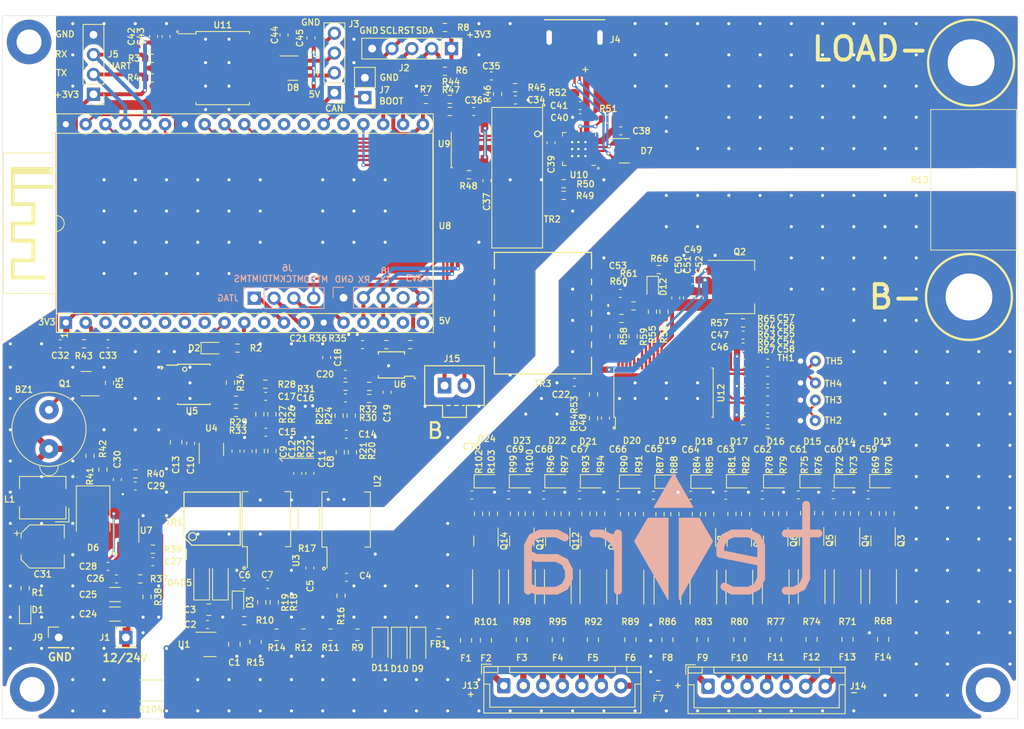
<source format=kicad_pcb>
(kicad_pcb (version 20221018) (generator pcbnew)
  (layers (0 "F.Cu" signal) (31 "B.Cu" signal) (34 "B.Paste" user) (35 "F.Paste" user) (36 "B.SilkS" user "B.Silkscreen") (37 "F.SilkS" user "F.Silkscreen") (38 "B.Mask" user) (39 "F.Mask" user) (44 "Edge.Cuts" user))
  (net 0 "")
  (net 1 "+3V3")
  (net 2 "/PowerMonitor/ISO+5V")
  (net 3 "Net-(D4-K)")
  (net 4 "GND")
  (net 5 "Net-(U2-VINP)")
  (net 6 "Net-(U2-VINN)")
  (net 7 "Net-(U3-VINP)")
  (net 8 "Net-(U3-VINN)")
  (net 9 "Net-(C14-Pad1)")
  (net 10 "Net-(C14-Pad2)")
  (net 11 "Net-(C15-Pad1)")
  (net 12 "Net-(C15-Pad2)")
  (net 13 "Net-(C16-Pad1)")
  (net 14 "/LTC6811/C2_G")
  (net 15 "Net-(C16-Pad2)")
  (net 16 "Net-(C17-Pad1)")
  (net 17 "Net-(C17-Pad2)")
  (net 18 "/LTC6811/Vref2")
  (net 19 "Net-(U6-Vin+)")
  (net 20 "Net-(U6-Vin-)")
  (net 21 "Net-(U7-SS{slash}TR)")
  (net 22 "/LTC6811/Vreg")
  (net 23 "Net-(C30-Pad1)")
  (net 24 "/LTC6811/T2")
  (net 25 "/LTC6811/T3")
  (net 26 "/LTC6811/T4")
  (net 27 "/LTC6811/T5")
  (net 28 "/LTC6811/T1")
  (net 29 "/LTC6811/cell1/C")
  (net 30 "/LTC6811/cell2/C")
  (net 31 "VDD")
  (net 32 "Net-(U7-BOOT)")
  (net 33 "/USB/Vusb")
  (net 34 "/LTC6811/cell3/C")
  (net 35 "/CAN/5V_CAN")
  (net 36 "/CAN/CAN_GND")
  (net 37 "/LTC6811/cell4/C")
  (net 38 "Net-(D6-K)")
  (net 39 "Net-(U7-COMP)")
  (net 40 "Net-(C34-Pad1)")
  (net 41 "Net-(C35-Pad2)")
  (net 42 "/LTC6811/cell5/C")
  (net 43 "/LTC6811/cell6/C")
  (net 44 "/LTC6811/cell7/C")
  (net 45 "/LTC6811/cell8/C")
  (net 46 "/LTC6811/cell10/CM")
  (net 47 "/LTC6811/cell10/C")
  (net 48 "/LTC6811/cell11/C")
  (net 49 "/LTC6811/cell12/C")
  (net 50 "Net-(U10-VPP)")
  (net 51 "Net-(U12-Vref1)")
  (net 52 "Net-(U12-V+)")
  (net 53 "Net-(C49-Pad1)")
  (net 54 "Net-(C53-Pad1)")
  (net 55 "Net-(D3-A)")
  (net 56 "Net-(D12-K)")
  (net 58 "/MCU/CAN_TX")
  (net 59 "/PowerMonitor/Vbat")
  (net 60 "/MCU/CAN_RX")
  (net 61 "/MCU/Boot")
  (net 62 "/MCU/NRST")
  (net 63 "Net-(Q10-G)")
  (net 64 "Net-(Q10-D)")
  (net 65 "Net-(R11-Pad1)")
  (net 66 "Net-(R11-Pad2)")
  (net 67 "Net-(R12-Pad2)")
  (net 68 "Net-(R14-Pad2)")
  (net 69 "Net-(D1-A)")
  (net 70 "Net-(D2-A)")
  (net 71 "Net-(U2-VOUTN)")
  (net 72 "/BAT+")
  (net 73 "Net-(U2-VOUTP)")
  (net 74 "/LTC6811/cell12/C+")
  (net 75 "/LTC6811/cell11/C+")
  (net 76 "/LTC6811/cell10/C+")
  (net 77 "/LTC6811/cell10/C-")
  (net 78 "/LTC6811/cell8/C+")
  (net 79 "/LTC6811/cell7/C+")
  (net 80 "/LTC6811/cell6/C+")
  (net 81 "/LTC6811/cell5/C+")
  (net 82 "/LTC6811/cell4/C+")
  (net 83 "/LTC6811/cell3/C+")
  (net 84 "/LTC6811/cell2/C+")
  (net 85 "/LTC6811/cell1/C+")
  (net 86 "/USB/D-")
  (net 87 "/USB/D+")
  (net 88 "Net-(U3-VOUTN)")
  (net 89 "Net-(U3-VOUTP)")
  (net 90 "/MCU/MTMS")
  (net 91 "/MCU/MTDI")
  (net 92 "/MCU/MTCK")
  (net 93 "/MCU/MTDO")
  (net 94 "Net-(U7-EN)")
  (net 95 "Net-(U7-RT{slash}CLK)")
  (net 96 "Net-(U7-VSENSE)")
  (net 97 "Net-(U9-ICMP)")
  (net 98 "Net-(U9-IP)")
  (net 99 "Net-(U9-IM)")
  (net 100 "/MCU/LED0")
  (net 101 "/MCU/BUZZER")
  (net 102 "Net-(U9-IBIAS)")
  (net 103 "Net-(U10-TXD)")
  (net 104 "Net-(U10-RXD)")
  (net 105 "Net-(U10-~{RST})")
  (net 106 "Net-(U12-ISOMD)")
  (net 107 "Net-(U12-WDT)")
  (net 108 "Net-(U12-DTEN)")
  (net 109 "Net-(U12-IBIAS)")
  (net 110 "Net-(U12-ICMP)")
  (net 111 "Net-(Q3-D)")
  (net 112 "Net-(Q3-G)")
  (net 113 "/MCU/MISO")
  (net 114 "Net-(Q4-D)")
  (net 115 "/MCU/OLED_SDA")
  (net 116 "/MCU/OLED_RST")
  (net 117 "Net-(Q4-G)")
  (net 118 "Net-(Q5-D)")
  (net 119 "/MCU/OLED_SCL")
  (net 120 "Net-(Q5-G)")
  (net 121 "Net-(Q6-D)")
  (net 122 "Net-(Q6-G)")
  (net 123 "/LTC6811/IPA")
  (net 124 "/LTC6811/IMA")
  (net 125 "Net-(Q11-D)")
  (net 126 "/LTC6811/cell1/S")
  (net 127 "Net-(Q11-G)")
  (net 128 "Net-(Q12-D)")
  (net 129 "/LTC6811/cell2/S")
  (net 130 "Net-(Q12-G)")
  (net 131 "Net-(Q13-D)")
  (net 132 "/LTC6811/cell3/S")
  (net 133 "Net-(Q13-G)")
  (net 134 "Net-(Q14-D)")
  (net 135 "/LTC6811/cell4/S")
  (net 136 "Net-(Q14-G)")
  (net 137 "Net-(Q7-D)")
  (net 138 "/LTC6811/cell5/S")
  (net 139 "Net-(Q7-G)")
  (net 140 "Net-(Q8-D)")
  (net 141 "/LTC6811/cell6/S")
  (net 142 "Net-(Q8-G)")
  (net 143 "Net-(Q9-D)")
  (net 144 "/LTC6811/cell7/S")
  (net 145 "Net-(Q9-G)")
  (net 146 "/LTC6811/cell8/S")
  (net 148 "/LTC6811/cell9/S")
  (net 149 "/LTC6811/cell10/S")
  (net 151 "/LTC6811/cell11/S")
  (net 154 "/LTC6811/cell12/S")
  (net 157 "/MCU/RX_USB")
  (net 159 "/MCU/TX_USB")
  (net 165 "/MCU/5V")
  (net 170 "/MCU/SS")
  (net 171 "/MCU/SCK")
  (net 172 "/MCU/MOSI")
  (net 173 "Net-(BZ1-+)")
  (net 174 "/MCU/SCL")
  (net 175 "/MCU/SDA")
  (net 176 "/LTC6811/C12")
  (net 177 "/LTC6811/C11")
  (net 178 "/LTC6811/C10")
  (net 179 "/LTC6811/C9")
  (net 180 "/LTC6811/C8")
  (net 181 "/LTC6811/C7")
  (net 182 "/LTC6811/C1_G")
  (net 183 "/LTC6811/C6")
  (net 184 "/LTC6811/C5")
  (net 185 "Net-(U4-D2)")
  (net 186 "Net-(U4-D1)")
  (net 187 "/LTC6811/C4")
  (net 188 "/LTC6811/C3")
  (net 189 "/LTC6811/C2")
  (net 190 "/LTC6811/C1")
  (net 191 "Net-(U5B--)")
  (net 192 "Net-(D4-A)")
  (net 193 "Net-(D5-A)")
  (net 194 "/MA")
  (net 195 "/CAN/CANL")
  (net 196 "/CAN/CANH")
  (net 197 "/CAN/CAN_TX")
  (net 198 "/CAN/CAN_RX")
  (net 199 "/LTC6811/DRIVE")
  (net 201 "/PA")
  (net 222 "Net-(U5B-+)")
  (net 225 "GND_PACK")
  (net 228 "/PowerSupply/12{slash}24V")
  (net 229 "Net-(C22-Pad1)")
  (net 230 "Net-(J15-Pin_2)")
  (net 231 "Net-(J15-Pin_1)")
  (net 232 "/LTC6811/IPB")
  (net 233 "/LTC6811/IMB")
  (footprint "Capacitor_SMD:C_0603_1608Metric" (layer "F.Cu") (at 80.1 110.7 180)
    (fp_text reference "C29")
    (fp_text value "6.8pF 50V")
  )
  (footprint "Capacitor_SMD:C_0603_1608Metric" (layer "F.Cu") (at 142.2 86.05)
    (fp_text reference "C53")
    (fp_text value "100pF 100V")
  )
  (footprint "Resistor_SMD:R_2010_5025Metric" (layer "F.Cu") (at 102.3 114.9 -90)
    (fp_text reference "R17")
    (fp_text value "1K")
  )
  (footprint "Resistor_SMD:R_0603_1608Metric" (layer "F.Cu") (at 124.05 114.25 -90)
    (fp_text reference "R102")
    (fp_text value "100R")
  )
  (footprint "Resistor_SMD:R_2512_6332Metric" (layer "F.Cu") (at 134.2 123.6 90)
    (fp_text reference "R95")
    (fp_text value "36R 1W 2512")
  )
  (footprint "Resistor_SMD:R_0603_1608Metric" (layer "F.Cu") (at 120.369085 62.75)
    (fp_text reference "R47")
    (fp_text value "1.2K")
  )
  (footprint "LED_SMD:LED_0603_1608Metric" (layer "F.Cu") (at 93.25 125.65 -90)
    (fp_text reference "D3")
    (fp_text value "LED Red")
  )
  (footprint "Package_TO_SOT_SMD:SOT-23" (layer "F.Cu") (at 143.7 117.8 -90)
    (fp_text reference "Q10")
    (fp_text value "TSM2323")
  )
  (footprint "Capacitor_SMD:C_0603_1608Metric" (layer "F.Cu") (at 137 111.85 180)
    (fp_text reference "C67")
    (fp_text value "100nF 100V")
  )
  (footprint "Package_TO_SOT_SMD:SOT-223" (layer "F.Cu") (at 157.5 85.225)
    (fp_text reference "Q2")
    (fp_text value "NSV1C201MZ4")
  )
  (footprint "Resistor_SMD:R_0805_2012Metric" (layer "F.Cu") (at 95.5 130.65 -90)
    (fp_text reference "R15")
    (fp_text value "1KΩ ±0.1% 250mW")
  )
  (footprint "Resistor_SMD:R_0603_1608Metric" (layer "F.Cu") (at 119.75 52)
    (fp_text reference "R8")
    (fp_text value "4.7K")
  )
  (footprint "Resistor_SMD:R_0603_1608Metric" (layer "F.Cu") (at 167.6 114.175 -90)
    (fp_text reference "R76")
    (fp_text value "3.3K")
  )
  (footprint "Connector_USB:Micro_USB_B-2013499-1" (layer "F.Cu") (at 136.35 53.632508 180)
    (fp_text reference "J4")
    (fp_text value "USB")
  )
  (footprint "Package_TO_SOT_SMD:SOT-23" (layer "F.Cu") (at 162.1 117.7375 -90)
    (fp_text reference "Q6")
    (fp_text value "TSM2323")
  )
  (footprint "Resistor_SMD:R_0805_2012Metric" (layer "F.Cu") (at 98.2 129.75 180)
    (fp_text reference "R14")
    (fp_text value "470KΩ ±0.1% 250mW")
  )
  (footprint "Resistor_SMD:R_0603_1608Metric" (layer "F.Cu") (at 117.32 61.21 180)
    (fp_text reference "R7")
    (fp_text value "4.7K")
  )
  (footprint "Resistor_SMD:R_PSR500HTQFB0L10_Metric_Pad5.2x8.75mm_HandSolder" (layer "F.Cu") (at 187.45 71.5 90)
    (fp_text reference "R13")
    (fp_text value "0.1MR  1% 15W ")
  )
  (footprint "Resistor_SMD:R_0603_1608Metric" (layer "F.Cu") (at 130.55 114.25 -90)
    (fp_text reference "R100")
    (fp_text value "3.3K")
  )
  (footprint "Connector_JST:JST_XH_B7B-XH-A_1x07_P2.50mm_Vertical_BAT_6S" (layer "F.Cu") (at 153.4375 136.35)
    (fp_text reference "J14")
    (fp_text value "B7B-XH-A")
  )
  (footprint "Resistor_SMD:R_0603_1608Metric" (layer "F.Cu") (at 133.25 114.25 -90)
    (fp_text reference "R96")
    (fp_text value "100R")
  )
  (footprint "Fuse:Fuse_0805_2012Metric" (layer "F.Cu") (at 143.5 130.4 90)
    (fp_text reference "F6")
    (fp_text value "MPZ2012S102ATD25")
  )
  (footprint "Resistor_SMD:R_2010_5025Metric" (layer "F.Cu") (at 82.2 136.9)
    (fp_text reference "R104")
    (fp_text value "0R  2010")
  )
  (footprint "Fuse:Fuse_0805_2012Metric" (layer "F.Cu") (at 129.6 130.4 90)
    (fp_text reference "F3")
    (fp_text value "MPZ2012S102ATD25")
  )
  (footprint "Capacitor_SMD:C_0603_1608Metric" (layer "F.Cu") (at 112.35 98.7 90)
    (fp_text reference "C19")
    (fp_text value "100nF 100V")
  )
  (footprint "Capacitor_SMD:C_0603_1608Metric" (layer "F.Cu") (at 107.025 99.43 180)
    (fp_text reference "C16")
    (fp_text value "220pF 50V")
  )
  (footprint "Capacitor_SMD:C_0603_1608Metric" (layer "F.Cu") (at 94.55 106.25 90)
    (fp_text reference "C12")
    (fp_text value "2.2uF 16V")
  )
  (footprint "Resistor_SMD:R_0603_1608Metric" (layer "F.Cu") (at 128.65 114.25 -90)
    (fp_text reference "R99")
    (fp_text value "100R")
  )
  (footprint "Capacitor_SMD:C_0805_2012Metric" (layer "F.Cu") (at 85.33 105.08 90)
    (fp_text reference "C13")
    (fp_text value "10uF 25V")
  )
  (footprint "Connector_PinHeader_2.54mm:PinHeader_1x04_P2.54mm_Vertical" (layer "F.Cu") (at 105.6 60.35 180)
    (fp_text reference "J3")
    (fp_text value "CAN /NC")
  )
  (footprint "Diode_SMD:D_SOD-323" (layer "F.Cu") (at 157.4 110.1)
    (fp_text reference "D17")
    (fp_text value "PDZ7.5B")
  )
  (footprint "Diode_SMD:D_SOD-323" (layer "F.Cu") (at 175.75 110.0875)
    (fp_text reference "D13")
    (fp_text value "PDZ7.5B")
  )
  (footprint "Resistor_SMD:R_0603_1608Metric" (layer "F.Cu") (at 176.75 114.225 -90)
    (fp_text reference "R70")
    (fp_text value "3.3K")
  )
  (footprint "Capacitor_SMD:C_0603_1608Metric" (layer "F.Cu") (at 160.4 111.85 180)
    (fp_text reference "C62")
    (fp_text value "100nF 100V")
  )
  (footprint "Resistor_SMD:R_0603_1608Metric" (layer "F.Cu") (at 157.9325 98.6575 180)
    (fp_text reference "R63")
    (fp_text value "100K")
  )
  (footprint "Resistor_SMD:R_0603_1608Metric" (layer "F.Cu") (at 80.75 122.6)
    (fp_text reference "R37")
    (fp_text value "332K")
  )
  (footprint "Resistor_SMD:R_0603_1608Metric" (layer "F.Cu") (at 96.05 101.525 90)
    (fp_text reference "R27")
    (fp_text value "1K")
  )
  (footprint "Resistor_SMD:R_2512_6332Metric" (layer "F.Cu") (at 138.75 123.6 90)
    (fp_text reference "R92")
    (fp_text value "36R 1W 2512")
  )
  (footprint "Package_TO_SOT_SMD:SOT-23" (layer "F.Cu") (at 171.3 117.725 -90)
    (fp_text reference "Q4")
    (fp_text value "TSM2323")
  )
  (footprint "MountingHole:MountingHole_3.2mm_M3_ISO7380_Pad" (layer "F.Cu") (at 66.9 136.75)
    (fp_text reference "J12" hide)
    (fp_text value "Hole /NC")
  )
  (footprint "Capacitor_SMD:C_0603_1608Metric" (layer "F.Cu") (at 96.825 103.825 180)
    (fp_text reference "C15")
    (fp_text value "2.2nF 16V")
  )
  (footprint "Capacitor_SMD:C_0603_1608Metric" (layer "F.Cu") (at 165 111.8375 180)
    (fp_text reference "C61")
    (fp_text value "100nF 100V")
  )
  (footprint "PCM_4ms_Package_SOIC:SOIC-8_3.9x4.9mm_Pitch1.27mm" (layer "F.Cu") (at 87.6 97.69)
    (fp_text reference "U5")
    (fp_text value "OPA2197IDR" hide)
  )
  (footprint "Resistor_SMD:R_0603_1608Metric" (layer "F.Cu") (at 143.9 87.65)
    (fp_text reference "R61")
    (fp_text value "100R")
  )
  (footprint "Resistor_SMD:R_0603_1608Metric" (layer "F.Cu") (at 142.35 89.25 180)
    (fp_text reference "R60")
    (fp_text value "806R")
  )
  (footprint "Resistor_SMD:R_0603_1608Metric" (layer "F.Cu") (at 128.75 59.7)
    (fp_text reference "R45")
    (fp_text value "51R")
  )
  (footprint "Capacitor_SMD:C_0805_2012Metric" (layer "F.Cu") (at 89.525 126.54)
    (fp_text reference "C3")
    (fp_text value "10uF 25V")
  )
  (footprint "Resistor_THT:R_Axial_DIN0204_L3.6mm_D1.6mm_P1.90mm_Vertical" (layer "F.Cu") (at 167.1675 102.3375 180)
    (fp_text reference "TH2")
    (fp_text value "100K NTC")
  )
  (footprint "Resistor_SMD:R_0603_1608Metric" (layer "F.Cu") (at 82.2 58.45)
    (fp_text reference "R4")
    (fp_text value "0")
  )
  (footprint "Capacitor_SMD:C_0603_1608Metric" (layer "F.Cu") (at 97.05 123.3)
    (fp_text reference "C7")
    (fp_text value "330pF 100V")
  )
  (footprint "Diode_SMD:D_SOD-323" (layer "F.Cu") (at 143.7 110.15)
    (fp_text reference "D20")
    (fp_text value "PDZ7.5B")
  )
  (footprint "Diode_SMD:D_SOD-323" (layer "F.Cu") (at 138.7 110.1)
    (fp_text reference "D21")
    (fp_text value "PDZ7.5B")
  )
  (footprint "Connector_PinHeader_2.54mm:PinHeader_1x02_P2.54mm_Vertical" (layer "F.Cu") (at 109.5 60.975 180)
    (fp_text reference "J7")
    (fp_text value "Boot Option /NC")
  )
  (footprint "Resistor_SMD:R_0603_1608Metric" (layer "F.Cu") (at 97.6 101.525 90)
    (fp_text reference "R26")
    (fp_text value "1K")
  )
  (footprint "Fuse:Fuse_0805_2012Metric" (layer "F.Cu") (at 147.05 136.3)
    (fp_text reference "F7")
    (fp_text value "MPZ2012S102ATD25")
  )
  (footprint "Resistor_SMD:R_0603_1608Metric" (layer "F.Cu") (at 97.6 106.225 -90)
    (fp_text reference "R22")
    (fp_text value "100R")
  )
  (footprint "Resistor_SMD:R_0603_1608Metric" (layer "F.Cu") (at 157.9325 97.1575 180)
    (fp_text reference "R64")
    (fp_text value "100K")
  )
  (footprint "Resistor_SMD:R_0603_1608Metric" (layer "F.Cu") (at 82.2 55.95)
    (fp_text reference "R3")
    (fp_text value "0")
  )
  (footprint "Capacitor_SMD:C_0603_1608Metric" (layer "F.Cu") (at 76.6 92.5 180)
    (fp_text reference "C33")
    (fp_text value "100nF 50V")
  )
  (footprint "Resistor_SMD:R_0603_1608Metric" (layer "F.Cu") (at 106.35 106.38 -90)
    (fp_text reference "R21")
    (fp_text value "100R")
  )
  (footprint "Capacitor_SMD:C_0603_1608Metric" (layer "F.Cu") (at 107.15 122.4)
    (fp_text reference "C4")
    (fp_text value "330pF 100V")
  )
  (footprint "Battery:Battery_6mm×10mm_Cell_half_2" (layer "F.Cu") (at 186.85 86.5 90)
    (fp_text reference "BAT1" hide)
    (fp_text value "BAT-")
  )
  (footprint "Package_TO_SOT_SMD:SOT-23" (layer "F.Cu") (at 100.2875 57.2)
    (fp_text reference "D8")
    (fp_text value "ESD24VS2U")
  )
  (footprint "Capacitor_SMD:C_0603_1608Metric" (layer "F.Cu") (at 161.0825 94.9675)
    (fp_text reference "C57")
    (fp_text value "100nF 100V")
  )
  (footprint "Resistor_SMD:R_0603_1608Metric" (layer "F.Cu") (at 134.95 72 180)
    (fp_text reference "R50")
    (fp_text value "240R")
  )
  (footprint "Resistor_SMD:R_0603_1608Metric" (layer "F.Cu") (at 74.3 106.85 -90)
    (fp_text reference "R41")
    (fp_text value "31.6K")
  )
  (footprint "Resistor_SMD:R_0603_1608Metric" (layer "F.Cu") (at 138.78 102.04 -90)
    (fp_text reference "R54")
    (fp_text value "100R")
  )
  (footprint "Capacitor_SMD:C_0603_1608Metric" (layer "F.Cu") (at 149.3 86.625 90)
    (fp_text reference "C50")
    (fp_text value "1uF 25V")
  )
  (footprint "Capacitor_SMD:C_0603_1608Metric" (layer "F.Cu") (at 146.45 111.9 180)
    (fp_text reference "C65")
    (fp_text value "100nF 100V")
  )
  (footprint "Transformer_SMD:HM2102NL_PUL" (layer "F.Cu") (at 132.3 88.58)
    (fp_text reference "TR3")
    (fp_text value "HM2102NL")
  )
  (footprint "Fuse:Fuse_0805_2012Metric" (layer "F.Cu") (at 122.45 130.45 90)
    (fp_text reference "F1")
    (fp_text value "MPZ2012S102ATD25")
  )
  (footprint "Capacitor_SMD:C_0603_1608Metric" (layer "F.Cu") (at 152.3 86.625 90)
    (fp_text reference "C52")
    (fp_text value "1uF 25V")
  )
  (footprint "Resistor_SMD:R_0805_2012Metric" (layer "F.Cu") (at 101.65 129.75 180)
    (fp_text reference "R12")
    (fp_text value "470KΩ ±0.1% 250mW")
  )
  (footprint "Resistor_SMD:R_0603_1608Metric" (layer "F.Cu") (at 140.67 63.7 180)
    (fp_text reference "R51")
    (fp_text value "10K")
  )
  (footprint "Resistor_SMD:R_0603_1608Metric" (layer "F.Cu") (at 142.75 114.3 -90)
    (fp_text reference "R90")
    (fp_text value "100R")
  )
  (footprint "Package_SO:MSOP-16_3x4mm_P0.5mm" (layer "F.Cu") (at 122.719085 66.9 90)
    (fp_text reference "U9")
    (fp_text value "LTC6820")
  )
  (footprint "Resistor_SMD:R_0603_1608Metric" (layer "F.Cu") (at 139.7 114.25 -90)
    (fp_text reference "R94")
    (fp_text value "3.3K")
  )
  (footprint "Diode_SMD:D_SOD-123" (layer "F.Cu") (at 91 122.94 90)
    (fp_text reference "D5")
    (fp_text value "MBR0520")
  )
  (footprint "Resistor_SMD:R_2512_6332Metric" (layer "F.Cu") (at 166.7 123.6 90)
    (fp_text reference "R74")
    (fp_text value "36R 1W 2512")
  )
  (footprint "Diode_SMD:D_SOD-323" (layer "F.Cu") (at 152.85 110.15)
    (fp_text reference "D18")
    (fp_text value "PDZ7.5B")
  )
  (footprint "Resistor_SMD:R_0603_1608Metric" (layer "F.Cu") (at 161.2 114.2375 -90)
    (fp_text reference "R78")
    (fp_text value "100R")
  )
  (footprint "Capacitor_SMD:C_0603_1608Metric" (layer "F.Cu") (at 127.9 111.85 180)
    (fp_text reference "C69")
    (fp_text value "100nF 100V")
  )
  (footprint "Capacitor_SMD:C_0603_1608Metric" (layer "F.Cu") (at 157.93 91.39)
    (fp_text reference "C47")
    (fp_text value "1uF 25V")
  )
  (footprint "Resistor_SMD:R_0603_1608Metric" (layer "F.Cu") (at 146.32 88.39 90)
    (fp_text reference "R55")
    (fp_text value "0")
  )
  (footprint "Resistor_SMD:R_0603_1608Metric" (layer "F.Cu") (at 149.1875 114.3125 -90)
    (fp_text reference "R88")
    (fp_text value "3.3K")
  )
  (footprint "Fuse:Fuse_0805_2012Metric" (layer "F.Cu") (at 138.7 130.4 90)
    (fp_text reference "F5")
    (fp_text value "MPZ2012S102ATD25")
  )
  (footprint "Diode_SMD:D_SOD-323" (layer "F.Cu") (at 171.2 110.0875)
    (fp_text reference "D14")
    (fp_text value "PDZ7.5B")
  )
  (footprint "ENNOID:Pin_1x02-XL" (layer "F.Cu") (at 119.7 97.85 90)
    (fp_text reference "J15")
    (fp_text value "PB MB")
  )
  (footprint "Resistor_SMD:R_2512_6332Metric" (layer "F.Cu") (at 157.45 123.65 90)
    (fp_text reference "R80")
    (fp_text value "36R 1W 2512")
  )
  (footprint "Resistor_SMD:R_0603_1608Metric" (layer "F.Cu") (at 151.95 114.3 -90)
    (fp_text reference "R84")
    (fp_text value "100R")
  )
  (footprint "Diode_SMD:D_SOD-123" (layer "F.Cu") (at 116.3 131.15 -90)
    (fp_text reference "D9")
    (fp_text value "1N4148W")
  )
  (footprint "Resistor_SMD:R_0603_1608Metric" (layer "F.Cu") (at 110.05 99.5 180)
    (fp_text reference "R30")
    (fp_text value "3.3K")
  )
  (footprint "Capacitor_SMD:C_0603_1608Metric" (layer "F.Cu") (at 89.35 128.44)
    (fp_text reference "C2")
    (fp_text value "100nF 100V")
  )
  (footprint "Resistor_SMD:R_0603_1608Metric" (layer "F.Cu") (at 93.1875 93.05)
    (fp_text reference "R2")
    (fp_text value "470R")
  )
  (footprint "Package_TO_SOT_SMD:SOT-23" (layer "F.Cu") (at 157.45 117.775 -90)
    (fp_text reference "Q7")
    (fp_text value "TSM2323")
  )
  (footprint "Resistor_SMD:R_0603_1608Metric" (layer "F.Cu") (at 81.6 124.9 -90)
    (fp_text reference "R38")
    (fp_text value "61.9K")
  )
  (footprint "Resistor_SMD:R_0603_1608Metric" (layer "F.Cu") (at 158.25 114.2875 -90)
    (fp_text reference "R82")
    (fp_text value "3.3K")
  )
  (footprint "Resistor_SMD:R_0603_1608Metric" (layer "F.Cu") (at 115.3 92.6 180)
    (fp_text reference "R35")
    (fp_text value "4.7K")
  )
  (footprint "Package_SO:SOP-8_6.62x9.15mm_P2.54mm" (layer "F.Cu") (at 91.3 57.2)
    (fp_text reference "U11")
    (fp_text value "ISO1050DUBR")
  )
  (footprint "Resistor_SMD:R_0603_1608Metric" (layer "F.Cu") (at 153.65 114.3 -90)
    (fp_text reference "R85")
    (fp_text value "3.3K")
  )
  (footprint "Capacitor_SMD:C_0603_1608Metric" (layer "F.Cu") (at 82.35 120.4)
    (fp_text reference "C27")
    (fp_text value "10nF 100V")
  )
  (footprint "Package_DFN_QFN:HVQFN-24-1EP_4x4mm_P0.5mm_EP2.6x2.6mm" (layer "F.Cu") (at 136.92 67.55 180)
    (fp_text reference "U10")
    (fp_text value "CP2104")
  )
  (footprint "Resistor_SMD:R_0603_1608Metric" (layer "F.Cu") (at 96.75 97.675 180)
    (fp_text reference "R28")
    (fp_text value "5.6K")
  )
  (footprint "Package_TO_SOT_SMD:SOT-23" (layer "F.Cu") (at 142.72 67.78)
    (fp_text reference "D7")
    (fp_text value "ESD24VS2U")
  )
  (footprint "Package_TO_SOT_SMD:SOT-23" (layer "F.Cu") (at 152.85 117.8 -90)
    (fp_text reference "Q8")
    (fp_text value "TSM2323")
  )
  (footprint "Resistor_SMD:R_0603_1608Metric" (layer "F.Cu") (at 143.85 91.55 90)
    (fp_text reference "R59")
    (fp_text value "1.2K")
  )
  (footprint "Resistor_SMD:R_0603_1608Metric" (layer "F.Cu") (at 122.819085 70.85 180)
    (fp_text reference "R48")
    (fp_text value "2K")
  )
  (footprint "Resistor_SMD:R_0603_1608Metric" (layer "F.Cu") (at 76.8 97.5 -90)
    (fp_text reference "R5")
    (fp_text value "1.5K")
  )
  (footprint "Resistor_SMD:R_0603_1608Metric" (layer "F.Cu") (at 163 114.2375 -90)
    (fp_text reference "R79")
    (fp_text value "3.3K")
  )
  (footprint "Fuse:Fuse_0805_2012Metric" (layer "F.Cu") (at 162.1 130.35 90)
    (fp_text reference "F11")
    (fp_text value "MPZ2012S102ATD25")
  )
  (footprint "Resistor_SMD:R_0603_1608Metric" (layer "F.Cu") (at 147.8 88.39 90)
    (fp_text reference "R56")
    (fp_text value "1M")
  )
  (footprint "Resistor_SMD:R_0603_1608Metric" (layer "F.Cu") (at 138.77 98.97 90)
    (fp_text reference "R53")
    (fp_text value "100R")
  )
  (footprint "MountingHole:MountingHole_3.2mm_M3_ISO7380_Pad" (layer "F.Cu") (at 189.3 136.8)
    (fp_text reference "J10" hide)
    (fp_text value "Hole /NC")
  )
  (footprint "Package_SO:SSO-8_6.8x5.9mm_P1.27mm_Clearance8mm" (layer "F.Cu") (at 96.9 114.925 90)
    (fp_text reference "U3")
    (fp_text value "AMC1301")
  )
  (footprint "Capacitor_SMD:C_0603_1608Metric" (layer "F.Cu") (at 161.0825 98.6575)
    (fp_text reference "C55")
    (fp_text value "100nF 100V")
  )
  (footprint "Package_TO_SOT_SMD:SOT-23" (layer "F.Cu") (at 166.7 117.675 -90)
    (fp_text reference "Q5")
    (fp_text value "TSM2323")
  )
  (footprint "Resistor_SMD:R_2512_6332Metric" (layer "F.Cu") (at 175.85 123.5875 90)
    (fp_text reference "R68")
    (fp_text value "36R 1W 2512")
  )
  (footprint "Capacitor_SMD:C_1206_3216Metric" (layer "F.Cu") (at 77.5 127.1 180)
    (fp_text reference "C24")
    (fp_text value "2.2uF 100V")
  )
  (footprint "Capacitor_SMD:C_0603_1608Metric" (layer "F.Cu") (at 84.05 53.15 90)
    (fp_text reference "C43")
    (fp_text value "100nF 100V")
  )
  (footprint "Resistor_SMD:R_0603_1608Metric" (layer "F.Cu") (at 75.95 108.6 -90)
    (fp_text reference "R42")
    (fp_text value "10K")
  )
  (footprint "Package_TO_SOT_SMD:SOT-23" (layer "F.Cu") (at 148.2375 117.8 -90)
    (fp_text reference "Q9")
    (fp_text value "TSM2323")
  )
  (footprint "Package_TO_SOT_SMD:SOT-23-5" (layer "F.Cu") (at 89.85 106.03 90)
    (fp_text reference "U4")
    (fp_text value "SN6501DBV")
  )
  (footprint "Resistor_SMD:R_0603_1608Metric" (layer "F.Cu") (at 106.2 101.7 90)
    (fp_text reference "R25")
    (fp_text value "1K")
  )
  (footprint "Resistor_THT:R_Axial_DIN0204_L3.6mm_D1.6mm_P1.90mm_Vertical" (layer "F.Cu") (at 167.1775 97.5075 180)
    (fp_text reference "TH4")
    (fp_text value "100K NTC")
  )
  (footprint "Capacitor_SMD:C_0603_1608Metric" (layer "F.Cu") (at 137.07 63.55 180)
    (fp_text reference "C40")
    (fp_text value "100nF 100V")
  )
  (footprint "Package_TO_SOT_SMD:SOT-23-5" (layer "F.Cu") (at 89.65 130.99)
    (fp_text reference "U1")
    (fp_text value "TPS76350")
  )
  (footprint "Resistor_SMD:R_0603_1608Metric" (layer "F.Cu") (at 96.3 125.6 90)
    (fp_text reference "R19")
    (fp_text value "10R")
  )
  (footprint "Connector_PinHeader_2.54mm:PinHeader_1x04_P2.54mm_Vertical" (layer "F.Cu") (at 74.75 60.55 180)
    (fp_text reference "J5")
    (fp_text value "UART /NC")
  )
  (footprint "Capacitor_SMD:C_0603_1608Metric" (layer "F.Cu") (at 104.6 94.25 -90)
    (fp_text reference "C18")
    (fp_text value "100nF 100V")
  )
  (footprint "Fuse:Fuse_0805_2012Metric" (layer "F.Cu") (at 175.85 130.3375 90)
    (fp_text reference "F14")
    (fp_text value "MPZ2012S102ATD25")
  )
  (footprint "Capacitor_SMD:CP_Elec_5x4.4" (layer "F.Cu") (at 68.25 118.45)
    (fp_text reference "C31")
    (fp_text value "47uF 16V")
  )
  (footprint "RF_Module:ESP32-DevKitc V4_DIP-38_27.9mm×48.2mm" (layer "F.Cu") (at 118.2 91.055 90)
    (fp_text reference "U8")
    (fp_text value "ESP32-DevKitC V4" hide)
  )
  (footprint "Capacitor_SMD:C_0603_1608Metric" (layer "F.Cu") (at 133.34 66.77 90)
    (fp_text reference "C39")
    (fp_text value "2.2uF 16V")
  )
  (footprint "Diode_SMD:D_SOD-323" (layer "F.Cu") (at 134.15 110.1)
    (fp_text reference "D22")
    (fp_text value "PDZ7.5B")
  )
  (footprint "Diode_SMD:D_SOD-323" (layer "F.Cu") (at 125.1 110.1)
    (fp_text reference "D24")
    (fp_text value "PDZ7.5B")
  )
  (footprint "Resistor_SMD:R_0603_1608Metric" (layer "F.Cu") (at 147.2875 114.3125 -90)
    (fp_text reference "R87")
    (fp_text value "100R")
  )
  (footprint "Connector_PinHeader_2.54mm:PinHeader_1x01_P2.54mm_Vertical" (layer "F.Cu") (at 78.9 130.1)
    (fp_text reference "J1")
    (fp_text value "12/24V")
  )
  (footprint "Capacitor_SMD:C_0603_1608Metric" (layer "F.Cu") (at 96.8 99.225 180)
    (fp_text reference "C17")
    (fp_text value "220pF 50V")
  )
  (footprint "Capacitor_SMD:C_0603_1608Metric" (layer "F.Cu") (at 70.5 92.5)
    (fp_text reference "C32")
    (fp_text value "100nF 50V")
  )
  (footprint "Resistor_SMD:R_0603_1608Metric" (layer "F.Cu") (at 73.55 92.5)
    (fp_text reference "R43")
    (fp_text value "10K")
  )
  (footprint "Resistor_SMD:R_0603_1608Metric" (layer "F.Cu") (at 97.9 125.6 -90)
    (fp_text reference "R18")
    (fp_text value "1K")
  )
  (footprint "Diode_SMD:D_SOD-323" (layer "F.Cu") (at 162.15 110.1)
    (fp_text reference "D16")
    (fp_text value "PDZ7.5B")
  )
  (footprint "Diode_SMD:D_SOD-323" (layer "F.Cu") (at 166.8125 110.0875)
    (fp_text reference "D15")
    (fp_text value "PDZ7.5B")
  )
  (footprint "Capacitor_SMD:C_0603_1608Metric" (layer "F.Cu") (at 141.9 111.9 180)
    (fp_text reference "C66")
    (fp_text value "100nF 100V")
  )
  (footprint "Fuse:Fuse_0805_2012Metric" (layer "F.Cu") (at 148.2375 130.4 90)
    (fp_text reference "F8")
    (fp_text value "MPZ2012S102ATD25")
  )
  (footprint "Capacitor_SMD:C_0603_1608Metric" (layer "F.Cu") (at 123.2 111.85 180)
    (fp_text reference "C70")
    (fp_text value "100nF 100V")
  )
  (footprint "Resistor_SMD:R_2512_6332Metric" (layer "F.Cu") (at 162.1 123.6 90)
    (fp_text reference "R77")
    (fp_text value "36R 1W 2512")
  )
  (footprint "Package_TO_SOT_SMD:SOT-23" (layer "F.Cu") (at 134.2 117.75 -90)
    (fp_text reference "Q12")
    (fp_text value "TSM2323")
  )
  (footprint "Fuse:Fuse_0805_2012Metric" (layer "F.Cu") (at 171.3 130.3375 90)
    (fp_text reference "F13")
    (fp_text value "MPZ2012S102ATD25")
  )
  (footprint "Resistor_SMD:R_0603_1608Metric" (layer "F.Cu") (at 80.1 109.15 180)
    (fp_text reference "R40")
    (fp_text value "68K")
  )
  (footprint "Resistor_SMD:R_0603_1608Metric" (layer "F.Cu") (at 157.9325 100.8575 180)
    (fp_text reference "R62")
    (fp_text value "100K")
  )
  (footprint "Resistor_SMD:R_0603_1608Metric" (layer "F.Cu") (at 134.95 73.5 180)
    (fp_text reference "R49")
    (fp_text value "240R")
  )
  (footprint "MountingHole:MountingHole_3.2mm_M3_ISO7380_Pad" (layer "F.Cu") (at 66.5 53.85)
    (fp_text reference "J11" hide)
    (fp_text value "Hole /NC")
  )
  (footprint "Resistor_SMD:R_0603_1608Metric" (layer "F.Cu") (at 107.75 101.7 90)
    (fp_text reference "R24")
    (fp_text value "1K")
  )
  (footprint "Resistor_SMD:R_2512_6332Metric" (layer "F.Cu") (at 152.85 123.65 90)
    (fp_text reference "R83")
    (fp_text value "36R 1W 2512")
  )
  (footprint "Capacitor_SMD:C_0603_1608Metric" (layer "F.Cu") (at 77.8 109.9 -90)
    (fp_text reference "C30")
    (fp_text value "3nF 16V")
  )
  (footprint "Capacitor_SMD:C_0603_1608Metric" (layer "F.Cu") (at 132.4 111.85 180)
    (fp_text reference "C68")
    (fp_text value "100nF 100V")
  )
  (footprint "ENNOID:HM2108NL" (layer "F.Cu") (at 129 71.233079 180)
    (fp_text reference "TR2")
    (fp_text value "HM2108NL")
  )
  (footprint "ENNOID:WURTH-760390014" (layer "F.Cu") (at 89.94 114.88 90)
    (fp_text reference "TR1")
    (fp_text value "TRANSF5" hide)
  )
  (footprint "Resistor_SMD:R_0603_1608Metric" (layer "F.Cu") (at 161.0825 103.8575)
    (fp_text reference "TH1")
    (fp_text value "100K NTC")
  )
  (footprint "Connector_JST:JST_XH_B7B-XH-A_1x07_P2.50mm_Vertical_BAT_6S" (layer "F.Cu") (at 127.2875 136.275)
    (fp_text reference "J13")
    (fp_text value "B7B-XH-A")
  )
  (footprint "Resistor_SMD:R_0603_1608Metric" (layer "F.Cu") (at 137.8 114.25 -90)
    (fp_text reference "R93")
    (fp_text value "100R")
  )
  (footprint "Package_TO_SOT_SMD:SOT-23" (layer "F.Cu") (at 175.85 117.725 -90)
    (fp_text reference "Q3")
    (fp_text value "TSM2323")
  )
  (footprint "Resistor_THT:R_Axial_DIN0204_L3.6mm_D1.6mm_P1.90mm_Vertical" (layer "F.Cu") (at 167.1775 94.7075 180)
    (fp_text reference "TH5")
    (fp_text value "100K NTC")
  )
  (footprint "Resistor_SMD:R_0603_1608Metric" (layer "F.Cu") (at 96.1 106.225 -90)
    (fp_text reference "R23")
    (fp_text value "100R")
  )
  (footprint "Capacitor_SMD:C_0603_1608Metric" (layer "F.Cu") (at 77.7 122.6)
    (fp_text reference "C26")
    (fp_text value "100nF 100V")
  )
  (footprint "Resistor_SMD:R_0603_1608Metric" (layer "F.Cu") (at 170.3 114.225 -90)
    (fp_text reference "R72")
    (fp_text value "100R")
  )
  (footprint "Capacitor_SMD:C_0603_1608Metric" (layer "F.Cu") (at 94.025 123.35 180)
    (fp_text reference "C6")
    (fp_text value "100nF 100V")
  )
  (footprint "Package_TO_SOT_SMD:SOT-23" (layer "F.Cu") (at 73.8 97.6 180)
    (fp_text reference "Q1")
    (fp_text value "BSS138")
  )
  (footprint "Capacitor_SMD:C_0603_1608Metric" (layer "F.Cu") (at 107.125 104.08 180)
    (fp_text reference "C14")
    (fp_text value "2.2nF 16V")
  )
  (footprint "Diode_SMD:D_SOD-123F" (layer "F.Cu") (at 111.45 131 -90)
    (fp_text reference "D11")
    (fp_text value "BZT52H-C62")
  )
  (footprint "Capacitor_SMD:C_0603_1608Metric" (layer "F.Cu") (at 128.78 61.27)
    (fp_text reference "C34")
    (fp_text value "10nF 100V")
  )
  (footprint "Capacitor_SMD:C_0603_1608Metric" (layer "F.Cu") (at 102.45 121.2 -90)
    (fp_text reference "C5")
    (fp_text value "100nF 100V")
  )
  (footprint "Capacitor_SMD:C_0603_1608Metric" (layer "F.Cu") (at 125.7 58.2)
    (fp_text reference "C35")
    (fp_text value "10nF 100V")
  )
  (footprint "Resistor_SMD:R_0603_1608Metric" (layer "F.Cu") (at 112.25 92.6)
    (fp_text reference "R36")
    (fp_text value "4.7K")
  )
  (footprint "Resistor_SMD:R_2512_6332Metric" (layer "F.Cu") (at 125 123.6 90)
    (fp_text reference "R101")
    (fp_text value "36R 1W 2512")
  )
  (footprint "LED_SMD:LED_0603_1608Metric" (layer "F.Cu") (at 66 126.85 90)
    (fp_text reference "D1")
    (fp_text value "LED Red")
  )
  (footprint "LED_SMD:LED_0603_1608Metric" (layer "F.Cu") (at 90.0125 93.05)
    (fp_text reference "D2")
    (fp_text value "LED Red")
  )
  (footprint "Resistor_SMD:R_0603_1608Metric" (layer "F.Cu") (at 156.5 114.275 -90)
    (fp_text reference "R81")
    (fp_text value "100R")
  )
  (footprint "Capacitor_SMD:C_0603_1608Metric" (layer "F.Cu") (at 137.07 62 180)
    (fp_text reference "C41")
    (fp_text value "2.2uF 16V")
  )
  (footprint "Resistor_SMD:R_0603_1608Metric" (layer "F.Cu") (at 119.75 57.6)
    (fp_text reference "R6")
    (fp_text value "4.7K")
  )
  (footprint "Capacitor_SMD:C_0603_1608Metric" (layer "F.Cu") (at 169.45 111.8375 180)
    (fp_text reference "C60")
    (fp_text value "100nF 100V")
  )
  (footprint "Resistor_SMD:R_0603_1608Metric" (layer "F.Cu") (at 144.65 114.3 -90)
    (fp_text reference "R91")
    (fp_text value "3.3K")
  )
  (footprint "Resistor_SMD:R_0603_1608Metric" (layer "F.Cu") (at 157.9325 102.3575)
    (fp_text reference "R67")
    (fp_text value "100K")
  )
  (footprint "Resistor_SMD:R_0603_1608Metric" (layer "F.Cu") (at 157.93 89.83)
    (fp_text reference "R57")
    (fp_text value "0")
  )
  (footprint "Connector_PinHeader_2.54mm:PinHeader_1x05_P2.54mm_Vertical" (layer "F.Cu") (at 120.59 54.7 -90)
    (fp_text reference "J2")
    (fp_text value "OLED /NC")
  )
  (footprint "Resistor_SMD:R_0603_1608Metric" (layer "F.Cu") (at 82.35 118.8)
    (fp_text reference "R39")
    (fp_text value "90.9K")
  )
  (footprint "Resistor_SMD:R_0603_1608Metric" (layer "F.Cu") (at 66 123.8 90)
    (fp_text reference "R1")
    (fp_text value "470R")
  )
  (footprint "Capacitor_SMD:C_0603_1608Metric" (layer "F.Cu") (at 161.0825 102.3575)
    (fp_text reference "C58")
    (fp_text value "100nF 100V")
  )
  (footprint "ENNOID:BUZZER" (layer "F.Cu") (at 69.05 103.45 90)
    (fp_text reference "BZ1")
    (fp_text value "AI-1027-TWT-5V")
  )
  (footprint "Capacitor_SMD:C_0805_2012Metric" (layer "F.Cu") (at 92.79 130.98 -90)
    (fp_text reference "C1")
    (fp_text value "10uF 25V")
  )
  (footprint "Resistor_SMD:R_0805_2012Metric" (layer "F.Cu") (at 108.55 129.75 180)
    (fp_text reference "R9")
    (fp_text value "470KΩ ±0.1% 250mW")
  )
  (footprint "Fuse:Fuse_0805_2012Metric" (layer "F.Cu") (at 166.7 130.3375 90)
    (fp_text reference "F12")
    (fp_text value "MPZ2012S102ATD25")
  )
  (footprint "Inductor_SMD:L_Bourns_SRP5030T" (layer "F.Cu") (at 68.25 112.2 180)
    (fp_text reference "L1")
    (fp_text value "10uH")
  )
  (footprint "Resistor_SMD:R_0603_1608Metric" (layer "F.Cu") (at 137.07 60.34 180)
    (fp_text reference "R52")
    (fp_text value "10K")
  )
  (footprint "Resistor_SMD:R_0603_1608Metric" (layer "F.Cu") (at 92.28 97.47 90)
    (fp_text reference "R34")
    (fp_text value "33K")
  )
  (footprint "Resistor_SMD:R_0603_1608Metric" (layer "F.Cu") (at 110.05 97.95 180)
    (fp_text reference "R32")
    (fp_text value "1K")
  )
  (footprint "Diode_SMD:D_SOD-123" (layer "F.Cu") (at 88.6 122.94 90)
    (fp_text reference "D4")
    (fp_text value "MBR0520")
  )
  (footprint "Capacitor_SMD:C_0603_1608Metric" (layer "F.Cu") (at 82.45 53.15 90)
    (fp_text reference "C42")
    (fp_text value "1uF 25V")
  )
  (footprint "Capacitor_SMD:C_0603_1608Metric" (layer "F.Cu") (at 142.27 65.23)
    (fp_text reference "C38")
    (fp_text value "2.2uF 16V")
  )
  (footprint "Capacitor_SMD:C_0603_1608Metric" (layer "F.Cu") (at 102.6 53.35 90)
    (fp_text reference "C45")
    (fp_text value "100nF 50V")
  )
  (footprint "Package_TO_SOT_SMD:SOT-23" (layer "F.Cu") (at 129.6 117.75 -90)
    (fp_text reference "Q13")
    (fp_text value "TSM2323")
  )
  (footprint "Fuse:Fuse_0805_2012Metric" (layer "F.Cu") (at 134.2 130.4 90)
    (fp_text reference "F4")
    (fp_text value "MPZ2012S102ATD25")
  )
  (footprint "Diode_SMD:D_SOD-323" (layer "F.Cu") (at 148.2375 110.15)
    (fp_text reference "D19")
    (fp_text value "PDZ7.5B")
  )
  (footprint "Resistor_SMD:R_0603_1608Metric" (layer "F.Cu") (at 172.2 114.225 -90)
    (fp_text reference "R73")
    (fp_text value "3.3K")
  )
  (footprint "Diode_SMD:D_SOD-323" (layer "F.Cu") (at 129.6 110.1)
    (fp_text reference "D23")
    (fp_text value "PDZ7.5B")
  )
  (footprint "Fuse:Fuse_0805_2012Metric" (layer "F.Cu") (at 152.75 130.4 90)
    (fp_text reference "F9")
    (fp_text value "MPZ2012S102ATD25")
  )
  (footprint "Resistor_SMD:R_0603_1608Metric" (layer "F.Cu") (at 93 101.275)
    (fp_text reference "R33")
    (fp_text value "33K")
  )
  (footprint "Capacitor_SMD:C_0603_1608Metric" (layer "F.Cu") (at 107 96.4)
    (fp_text reference "C20")
    (fp_text value "100nF 100V")
  )
  (footprint "Resistor_SMD:R_0805_2012Metric" (layer "F.Cu") (at 105.1 129.75 180)
    (fp_text reference "R11")
    (fp_text value "470KΩ ±0.1% 250mW")
  )
  (footprint "Package_SO:TSSOP-48_6.1x12.5mm_P0.5mm" (layer "F.Cu") (at 147.7375 98.75 90)
    (fp_text reference "U12")
    (fp_text value "LTC6811HG-1")
  )
  (footprint "Capacitor_SMD:C_0603_1608Metric" (layer "F.Cu") (at 161.0825 97.1575)
    (fp_text reference "C56")
    (fp_text value "100nF 100V")
  )
  (footprint "Capacitor_SMD:C_0603_1608Metric" (layer "F.Cu") (at 173.95 111.8375 180)
    (fp_text reference "C59")
    (fp_text value "100nF 100V")
  )
  (footprint "Resistor_SMD:R_0603_1608Metric" (layer "F.Cu") (at 141.39 91.54 -90)
    (fp_text reference "R58")
    (fp_text value "100K")
  )
  (footprint "Package_SO:SSO-8_6.8x5.9mm_P1.27mm_Clearance8mm" (layer "F.Cu") (at 107.1 114.98 90)
    (fp_text reference "U2")
    (fp_text value "AMC1301 or AMC1302")
  )
  (footprint "Resistor_SMD:R_0603_1608Metric" (layer "F.Cu") (at 93 99.725 180)
    (fp_text reference "R29")
    (fp_text value "5.6K")
  )
  (footprint "Resistor_SMD:R_0603_1608Metric" (layer "F.Cu") (at 126.49 60.53 90)
    (fp_text reference "R46")
    (fp_text value "51R")
  )
  (footprint "Battery:Battery_6mm×10mm_Cell_half_2" (layer "F.Cu") (at 187.12 56.5 90)
    (fp_text reference "BAT-1" hide)
    (fp_text value "BAT-")
  )
  (footprint "Diode_SMD:D_SOD-123" (layer "F.Cu") (at 113.9 131.15 -90)
    (fp_text reference "D10")
    (fp_text value "1N4148W")
  )
  (footprint "LED_SMD:LED_0603_1608Metric" (layer "F.Cu") (at 146.35 85.35 -90)
    (fp_text reference "D12")
    (fp_text value "LED Red")
  )
  (footprint "Capacitor_SMD:C_0603_1608Metric" (layer "F.Cu") (at 76.6 121 180)
    (fp_text reference "C28")
    (fp_text value "100nF 100V")
  )
  (footprint "Capacitor_SMD:C_0603_1608Metric" (layer "F.Cu") (at 151.5 84.325 180)
    (fp_text reference "C49")
    (fp_text value "100nF 100V")
  )
  (footprint "Capacitor_SMD:C_0603_1608Metric" (layer "F.Cu") (at 150.8 86.625 90)
    (fp_text reference "C51")
    (fp_text value "1uF 25V")
  )
  (footprint "Resistor_SMD:R_0603_1608Metric" (layer "F.Cu") (at 157.9425 94.9575 180)
    (fp_text reference "R65")
    (fp_text value "100K")
  )
  (footprint "Capacitor_SMD:C_0603_1608Metric" (layer "F.Cu") (at 136.33 97.43 180)
    (fp_text reference "C22")
    (fp_text value "100pF 100V")
  )
  (footprint "Resistor_SMD:R_0603_1608Metric" (layer "F.Cu") (at 147.15 83)
    (fp_text reference "R66")
    (fp_text value "1.2K")
  )
  (footprint "Resistor_SMD:R_0603_1608Metric" (layer "F.Cu") (at 118.95 129.5)
    (fp_text reference "FB1")
    (fp_text value "BLM18PG330SN1D")
  )
  (footprint "Package_SO:MSOP-10-1EP_3x3mm_P0.5mm_EP1.73x1.98mm" (layer "F.Cu") (at 78.945 116.42 90)
    (fp_text reference "U7")
    (fp_text value "TPS54160ADGQ")
  )
  (footprint "Capacitor_SMD:C_0603_1608Metric" (layer "F.Cu") (at 161.0825 100.8575)
    (fp_text reference "C54")
    (fp_text value "100nF 100V")
  )
  (footprint "Capacitor_SMD:C_0603_1608Metric" (layer "F.Cu") (at 155.7 111.8875 180)
    (fp_text reference "C63")
    (fp_text value "100nF 100V")
  )
  (footprint "Resistor_THT:R_Axial_DIN0204_L3.6mm_D1.6mm_P1.90mm_Vertical" (layer "F.Cu") (at 167.1725 99.7075 180)
    (fp_text reference "TH3")
    (fp_text value "100K NTC")
  )
  (footprint "Capacitor_SMD:C_0603_1608Metric" (layer "F.Cu") (at 151.2 111.9 180)
    (fp_text reference "C64")
    (fp_text value "100nF 100V")
  )
  (footprint "Resistor_SMD:R_0603_1608Metric" (layer "F.Cu") (at 94.05 127.95)
    (fp_text reference "R10")
    (fp_text value "470R")
  )
  (footprint "Resistor_SMD:R_0603_1608Metric" (layer "F.Cu") (at 106.45 124.75 90)
    (fp_text reference "R16")
    (fp_text value "1K")
  )
  (footprint "Fuse:Fuse_0805_2012Metric" (layer "F.Cu") (at 157.45 130.3875 90)
    (fp_text reference "F10")
    (fp_text value "MPZ2012S102ATD25")
  )
  (footprint "Resistor_SMD:R_0603_1608Metric" (layer "F.Cu") (at 165.8 114.175 -90)
    (fp_text reference "R75")
    (fp_text value "100R")
  )
  (footprint "Connector_PinHeader_2.54mm:PinHeader_1x01_P2.54mm_Vertical" (layer "F.Cu") (at 70.3 130.1)
    (fp_text reference "J9")
    (fp_text value "GND")
  )
  (footprint "Resistor_SMD:R_0603_1608Metric" (layer "F.Cu") (at 120.369085 61.2 180)
    (fp_text reference "R44")
    (fp_text value "806R")
  )
  (footprint "Capacitor_SMD:C_0603_1608Metric" (layer "F.Cu") (at 102.45 109.1 90)
    (fp_text reference "C8")
    (fp_text value "100nF 100V")
  )
  (footprint "Capacitor_SMD:C_0603_1608Metric" (layer "F.Cu") (at 140.31 102.01 90)
    (fp_text reference "C48")
    (fp_text value "100nF 100V")
  )
  (footprint "PCM_4ms_Package_SSOP:MSOP-10_3x3mm_P0.5mm" (layer "F.Cu") (at 112.9 95.2 180)
    (fp_text reference "U6")
    (fp_text value "ISL28022")
  )
  (footprint "Resistor_SMD:R_0603_1608Metric" (layer "F.Cu") (at 107.9 106.38 -90)
    (fp_text reference "R20")
    (fp_text value "100R")
  )
  (footprint "Capacitor_SMD:C_0603_1608Metric" (layer "F.Cu") (at 87.19 105.24 90)
    (fp_text reference "C10")
    (fp_text value "100nF 100V")
  )
  (footprint "Capacitor_SMD:C_0603_1608Metric" (layer "F.Cu") (at 100.905 109.0975 90)
    (fp_text reference "C11")
    (fp_text value "2.2uF 16V")
  )
  (footprint "Capacitor_SMD:C_0603_1608Metric" (layer "F.Cu") (at 99.15 52.95 -90)
    (fp_text reference "C44")
    (fp_text value "1uF 25V")
  )
  (footprint "Package_TO_SOT_SMD:SOT-23" (layer "F.Cu") (at 138.75 117.75 -90)
    (fp_text reference "Q11")
    (fp_text value "TSM2323")
  )
  (footprint "Resistor_SMD:R_0603_1608Metric" (layer "F.Cu") (at 174.85 114.225 -90)
    (fp_text reference "R69")
    (fp_text value "100R")
  )
  (footprint "Package_TO_SOT_SMD:SOT-23" (layer "F.Cu") (at 125 117.75 -90)
    (fp_text reference "Q14")
    (fp_text value "TSM2323")
  )
  (footprint "Resistor_SMD:R_0603_1608Metric" (layer "F.Cu") (at 135.15 114.25 -90)
    (fp_text reference "R97")
    (fp_text value "3.3K")
  )
  (footprint "Resistor_SMD:R_2512_6332Metric" (layer "F.Cu") (at 143.5 123.65 90)
    (fp_text reference "R89")
    (fp_text value "36R 1W 2512")
  )
  (footprint "Resistor_SMD:R_0603_1608Metric" (layer "F.Cu") (at 107.025 97.93 180)
    (fp_text reference "R31")
    (fp_text value "3.3K")
  )
  (footprint "Resistor_SMD:R_0603_1608Metric" (layer "F.Cu") (at 125.9625 114.25 -90)
    (fp_text reference "R103")
    (fp_text value "3.3K")
  )
  (footprint "Resistor_SMD:R_2512_6332Metric" (layer "F.Cu") (at 148.2375 123.6625 90)
    (fp_text reference "R86")
    (fp_text value "36R 1W 2512")
  )
  (footprint "Capacitor_SMD:C_0603_1608Metric" (layer "F.Cu") (at 125.119085 71.6 -90)
    (fp_text reference "C37")
    (fp_text value "100nF 100V")
  )
  (footprint "Resistor_SMD:R_2512_6332Metric" (layer "F.Cu") (at 129.6 123.6 90)
    (fp_text reference "R98")
    (fp_text value "36R 1W 2512")
  )
  (footprint "Resistor_SMD:R_2512_6332Metric" (layer "F.Cu") (at 171.3 123.5875 90)
    (fp_text reference "R71")
    (fp_text value "36R 1W 2512")
  )
  (footprint "Capacitor_SMD:C_0603_1608Metric" (layer "F.Cu") (at 109.2 92.6)
    (fp_text reference "C21")
    (fp_text value "100nF 100V")
  )
  (footprint "Diode_SMD:D_SMB" (layer "F.Cu") (at 74.7 114.35 -90)
    (fp_text reference "D6")
    (fp_text value "P6SMB22A")
  )
  (footprint "Capacitor_SMD:C_1206_3216Metric" (layer "F.Cu") (at 77.5 124.6 180)
    (fp_text reference "C25")
    (fp_text value "2.2uF 100V")
  )
  (footprint "Fuse:Fuse_0805_2012Metric" (layer "F.Cu") (at 125 130.45 90)
    (fp_text reference "F2")
    (fp_text value "MPZ2012S102ATD25")
  )
  (footprint "Capacitor_SMD:C_0603_1608Metric" (layer "F.Cu") (at 157.925 92.92)
    (fp_text reference "C46")
    (fp_text value "1uF 25V")
  )
  (footprint "Capacitor_SMD:C_0603_1608Metric" (layer "F.Cu") (at 123.44 62.75)
    (fp_text reference "C36")
    (fp_text value "1uF 25V")
  )
  (footprint "Capacitor_SMD:C_0603_1608Metric" (layer "F.Cu") (at 93 106.25 90)
    (fp_text reference "C9")
    (fp_text value "100nF 100V")
  )
  (footprint "Connector_PinHeader_2.54mm:PinHeader_1x05_P2.54mm_Vertical" (layer "B.Cu") (at 106.77 86.6 -90)
    (fp_text reference "J8")
    (fp_text value "SERIAL /NC" hide)
  )
  (footprint "Symbol:teTra-LOGO" (layer "B.Cu") (at 149.03 117.81 180)
    (fp_text reference "LOGO1" hide)
    (fp_text value "teTra /NC" hide)
  )
  (footprint "Connector_PinHeader_2.54mm:PinHeader_1x04_P2.54mm_Vertical" (layer "B.Cu") (at 95.32 86.65 -90)
    (fp_text reference "J6")
    (fp_text value "JTAG /NC" hide)
  )
  (gr_line (start 103 107.15) (end 98.55 107.15) (stroke (width 0.12)) (layer "F.SilkS"))
  (gr_line (start 98.55 107.15) (end 98.95 107.55) (stroke (width 0.12)) (layer "F.SilkS"))
  (gr_rect locked (start 63.1 50.5) (end 193.1 140.5) (stroke (width 0.05)) (fill none) (layer "Edge.Cuts"))
  (gr_text "JTAG" (at 93.425 87.125) (layer "B.SilkS") (effects (font (size 0.8 0.8) (thickness 0.15) bold) (justify left bottom mirror)))
  (gr_text "+3V3" (at 118.05 84.575) (layer "B.SilkS") (effects (font (size 0.8 0.8) (thickness 0.15) bold) (justify left bottom mirror)))
  (gr_text "TX" (at 112.875 84.75) (layer "B.SilkS") (effects (font (size 0.8 0.8) (thickness 0.15) bold) (justify left bottom mirror)))
  (gr_text "MTDI" (at 98.725 84.625) (layer "B.SilkS") (effects (font (size 0.8 0.8) (thickness 0.15) bold) (justify left bottom mirror)))
  (gr_text "MTMS" (at 96.025 84.65) (layer "B.SilkS") (effects (font (size 0.8 0.8) (thickness 0.15) bold) (justify left bottom mirror)))
  (gr_text "MTCK" (at 101.8 84.675) (layer "B.SilkS") (effects (font (size 0.8 0.8) (thickness 0.15) bold) (justify left bottom mirror)))
  (gr_text "MTDO" (at 104.9 84.7) (layer "B.SilkS") (effects (font (size 0.8 0.8) (thickness 0.15) bold) (justify left bottom mirror)))
  (gr_text "GND" (at 108.175 84.7) (layer "B.SilkS") (effects (font (size 0.8 0.8) (thickness 0.15) bold) (justify left bottom mirror)))
  (gr_text "RX" (at 110.275 84.75) (layer "B.SilkS") (effects (font (size 0.8 0.8) (thickness 0.15) bold) (justify left bottom mirror)))
  (gr_text "L" (at 102.675 55.825) (layer "F.SilkS") (effects (font (size 0.8 0.8) (thickness 0.15) bold) (justify left bottom)))
  (gr_text "B-" (at 173.75 88.25) (layer "F.SilkS") (effects (font (size 3 3) (thickness 0.5) bold) (justify left bottom)))
  (gr_text "TX" (at 69.875 58.275) (layer "F.SilkS") (effects (font (size 0.8 0.8) (thickness 0.15) bold) (justify left bottom)))
  (gr_text "BOOT" (at 111.25 61.9) (layer "F.SilkS") (effects (font (size 0.8 0.8) (thickness 0.15) bold) (justify left bottom)))
  (gr_text "-" (at 171.55 137.575) (layer "F.SilkS") (effects (font (size 0.8 0.8) (thickness 0.15) bold) (justify left bottom)))
  (gr_text "CAN" (at 104.325 62.825) (layer "F.SilkS") (effects (font (size 0.8 0.8) (thickness 0.15) bold) (justify left bottom)))
  (gr_text "GND" (at 111.3 58.875) (layer "F.SilkS") (effects (font (size 0.8 0.8) (thickness 0.15) bold) (justify left bottom)))
  (gr_text "GND" (at 69.775 53.325) (layer "F.SilkS") (effects (font (size 0.8 0.8) (thickness 0.15) bold) (justify left bottom)))
  (gr_text "+" (at 150.175 136.675) (layer "F.SilkS") (effects (font (size 0.8 0.8) (thickness 0.15) bold) (justify left bottom mirror)))
  (gr_text "GND" (at 68.8 133.2) (layer "F.SilkS") (effects (font (size 1 1) (thickness 0.2) bold) (justify left bottom)))
  (gr_text "H" (at 102.725 58.25) (layer "F.SilkS") (effects (font (size 0.8 0.8) (thickness 0.15) bold) (justify left bottom)))
  (gr_text "GND" (at 108.7 52.85) (layer "F.SilkS") (effects (font (size 0.8 0.8) (thickness 0.15) bold) (justify left bottom)))
  (gr_text "SDA" (at 115.95 52.85) (layer "F.SilkS") (effects (font (size 0.8 0.8) (thickness 0.15) bold) (justify left bottom)))
  (gr_text "+3V3" (at 122.375 53.35) (layer "F.SilkS") (effects (font (size 0.8 0.8) (thickness 0.15) bold) (justify left bottom)))
  (gr_text "3V3" (at 67.575 90.175) (layer "F.SilkS") (effects (font (size 0.8 0.8) (thickness 0.15) bold) (justify left bottom)))
  (gr_text "GND" (at 101.25 51.8) (layer "F.SilkS") (effects (font (size 0.8 0.8) (thickness 0.15) bold) (justify left bottom)))
  (gr_text "5V" (at 102.225 61.025) (layer "F.SilkS") (effects (font (size 0.8 0.8) (thickness 0.15) bold) (justify left bottom)))
  (gr_text "+" (at 123.65 137.8) (layer "F.SilkS") (effects (font (size 0.8 0.8) (thickness 0.15) bold) (justify left bottom mirror)))
  (gr_text "SCL" (at 111.325 52.85) (layer "F.SilkS") (effects (font (size 0.8 0.8) (thickness 0.15) bold) (justify left bottom)))
  (gr_text "RST" (at 113.6 52.85) (layer "F.SilkS") (effects (font (size 0.8 0.8) (thickness 0.15) bold) (justify left bottom)))
  (gr_text "RX" (at 69.725 55.875) (layer "F.SilkS") (effects (font (size 0.8 0.8) (thickness 0.15) bold) (justify left bottom)))
  (gr_text "12/24V" (at 75.8 133.3) (layer "F.SilkS") (effects (font (size 1 1) (thickness 0.2) bold) (justify left bottom)))
  (gr_text "LOAD-" (at 166.45 56.5) (layer "F.SilkS") (effects (font (size 3 3) (thickness 0.5) bold) (justify left bottom)))
  (gr_text "+3V3" (at 69.6 61.05) (layer "F.SilkS") (effects (font (size 0.8 0.8) (thickness 0.15) bold) (justify left bottom)))
  (gr_text "5V" (at 118.875 90.025) (layer "F.SilkS") (effects (font (size 0.8 0.8) (thickness 0.15) bold) (justify left bottom)))
  (gr_text "B" (at 117.3 104.8) (layer "F.SilkS") (effects (font (size 2 2) (thickness 0.3)) (justify left bottom)))
  (gr_text "UART" (at 76.55 57.4) (layer "F.SilkS") (effects (font (size 0.8 0.8) (thickness 0.15) bold) (justify left bottom)))
  (segment (start 123.641522 63.251522) (end 124.035 62.858044) (width 0.3) (layer "F.Cu") (net 1))
  (segment (start 111.45 92.6) (end 112.375 91.675) (width 0.5) (layer "F.Cu") (net 1))
  (segment (start 71.21 89.785) (end 72.5 88.495) (width 0.5) (layer "F.Cu") (net 1))
  (segment (start 115.28 84.95) (end 116.93 86.6) (width 0.5) (layer "F.Cu") (net 1))
  (segment (start 72.46 88.535) (end 90.515 88.535) (width 0.5) (layer "F.Cu") (net 1))
  (segment (start 124.469085 64.75) (end 124.469085 63.9) (width 0.3) (layer "F.Cu") (net 1))
  (segment (start 69.05 105.95) (end 87.125 105.95) (width 0.8) (layer "F.Cu") (net 1))
  (segment (start 124.035 60.265) (end 121.37 57.6) (width 0.5) (layer "F.Cu") (net 1))
  (segment (start 89.268528 106.025) (end 89.85 106.606472) (width 0.5) (layer "F.Cu") (net 1))
  (segment (start 99.2775 111.5) (end 95.5 111.5) (width 0.5) (layer "F.Cu") (net 1))
  (segment (start 84.05 53.925) (end 84.675 53.925) (width 0.5) (layer "F.Cu") (net 1))
  (segment (start 124.035 62.75) (end 124.035 60.265) (width 0.5) (layer "F.Cu") (net 1))
  (segment (start 111.425 92.6) (end 111.45 92.6) (width 0.5) (layer "F.Cu") (net 1))
  (segment (start 124.035 62.858044) (end 124.035 62.75) (width 0.3) (layer "F.Cu") (net 1))
  (segment (start 89.85 106.605) (end 90.43 106.025) (width 0.5) (layer "F.Cu") (net 1))
  (segment (start 89.85 110.22) (end 89.94 110.31) (width 0.5) (layer "F.Cu") (net 1))
  (segment (start 100.905 109.8725) (end 99.2775 111.5) (width 0.5) (layer "F.Cu") (net 1))
  (segment (start 66.025 118.475) (end 66.05 118.45) (width 0.5) (layer "F.Cu") (net 1))
  (segment (start 104.955 109.8725) (end 105.195 109.6325) (width 0.5) (layer "F.Cu") (net 1))
  (segment (start 123.644085 70.85) (end 123.644085 71.075) (width 0.3) (layer "F.Cu") (net 1))
  (segment (start 90.515 88.535) (end 94.1 84.95) (width 0.5) (layer "F.Cu") (net 1))
  (segment (start 94.995 107.445) (end 94.55 107) (width 0.5) (layer "F.Cu") (net 1))
  (segment (start 124.469085 63.9) (end 123.820607 63.251522) (width 0.3) (layer "F.Cu") (net 1))
  (segment (start 80.85 60.55) (end 81.35 60.05) (width 0.5) (layer "F.Cu") (net 1))
  (segment (start 72.5 88.495) (end 72.5 62.8) (width 0.5) (layer "F.Cu") (net 1))
  (segment (start 87.125 105.95) (end 87.19 106.015) (width 0.8) (layer "F.Cu") (net 1))
  (segment (start 119.475 50.9) (end 120.575 52) (width 0.5) (layer "F.Cu") (net 1))
  (segment (start 92 106.025) (end 93 107.025) (width 0.5) (layer "F.Cu") (net 1))
  (segment (start 71.275 92.5) (end 71.275 89.85) (width 0.8) (layer "F.Cu") (net 1))
  (segment (start 71.21 89.785) (end 72.46 88.535) (width 0.5) (layer "F.Cu") (net 1))
  (segment (start 123.644085 70.85) (end 124.899542 70.85) (width 0.5) (layer "F.Cu") (net 1))
  (segment (start 66.025 122.85) (end 66.025 118.475) (width 0.5) (layer "F.Cu") (net 1))
  (segment (start 94.995 109.5775) (end 94.995 110.995) (width 0.5) (layer "F.Cu") (net 1))
  (segment (start 93 107.025) (end 94.55 107.025) (width 0.5) (layer "F.Cu") (net 1))
  (segment (start 110.25 94.1) (end 110.7 94.1) (width 0.5) (layer "F.Cu") (net 1))
  (segment (start 120.575 52) (end 120.575 57.4) (width 0.5) (layer "F.Cu") (net 1))
  (segment (start 115.68 87.85) (end 115.68 92.155) (width 0.5) (layer "F.Cu") (net 1))
  (segment (start 72.5 62.8) (end 74.75 60.55) (width 0.5) (layer "F.Cu") (net 1))
  (segment (start 124.469085 69.05) (end 123.569085 69.05) (width 0.5) (layer "F.Cu") (net 1))
  (segment (start 123.019085 71.7) (end 121.569085 71.7) (width 0.3) (layer "F.Cu") (net 1))
  (segment (start 125.119085 70.825) (end 123.669085 70.825) (width 0.5) (layer "F.Cu") (net 1))
  (segment (start 100.905 109.8725) (end 104.955 109.8725) (width 0.5) (layer "F.Cu") (net 1))
  (segment (start 71.275 93.325) (end 71.275 92.5) (width 0.8) (layer "F.Cu") (net 1))
  (segment (start 122.969085 64.75) (end 122.969085 63.923959) (width 0.3) (layer "F.Cu") (net 1))
  (segment (start 124.899542 70.85) (end 124.899542 68.619544) (width 0.8) (layer "F.Cu") (net 1))
  (segment (start 124.899541 68.619544) (end 124.899542 68.619544) (width 0.5) (layer "F.Cu") (net 1))
  (segment (start 99.45 84.95) (end 115.28 84.95) (width 0.5) (layer "F.Cu") (net 1))
  (segment (start 82.45 53.925) (end 84.05 53.925) (width 0.5) (layer "F.Cu") (net 1))
  (segment (start 120.969085 71.1) (end 120.969085 69.05) (width 0.3) (layer "F.Cu") (net 1))
  (segment (start 109.975 92.6) (end 109.975 93.825) (width 0.5) (layer "F.Cu") (net 1))
  (segment (start 66 109) (end 69.05 105.95) (width 0.8) (layer "F.Cu") (net 1))
  (segment (start 122.969085 63.923959) (end 123.641522 63.251522) (width 0.3) (layer "F.Cu") (net 1))
  (segment (start 124.469085 69.05) (end 124.899541 68.619544) (width 0.5) (layer "F.Cu") (net 1))
  (segment (start 81.375 53.925) (end 81.35 53.9) (width 0.5) (layer "F.Cu") (net 1))
  (segment (start 66.05 118.45) (end 66.05 112.25) (width 0.8) (layer "F.Cu") (net 1))
  (segment (start 85.21 53.39) (end 86.775 53.39) (width 0.5) (layer "F.Cu") (net 1))
  (segment (start 66.015827 102.915827) (end 66.015827 98.584173) (width 0.8) (layer "F.Cu") (net 1))
  (segment (start 116.93 86.6) (end 115.68 87.85) (width 0.5) (layer "F.Cu") (net 1))
  (segment (start 123.669085 70.825) (end 123.644085 70.85) (width 0.5) (layer "F.Cu") (net 1))
  (segment (start 124.9 63.615) (end 124.9 64.91) (width 0.8) (layer "F.Cu") (net 1))
  (segment (start 82.45 53.925) (end 81.375 53.925) (width 0.5) (layer "F.Cu") (net 1))
  (segment (start 121.569085 71.7) (end 120.969085 71.1) (width 0.3) (layer "F.Cu") (net 1))
  (segment (start 109.975 92.6) (end 111.425 92.6) (width 0.5) (layer "F.Cu") (net 1))
  (segment (start 86.775 53.39) (end 89.265 50.9) (width 0.5) (layer "F.Cu") (net 1))
  (segment (start 123.644085 71.075) (end 123.019085 71.7) (width 0.3) (layer "F.Cu") (net 1))
  (segment (start 124.035 62.75) (end 124.9 63.615) (width 0.8) (layer "F.Cu") (net 1))
  (segment (start 115.2 91.675) (end 116.125 92.6) (width 0.5) (layer "F.Cu") (net 1))
  (segment (start 89.85 107.1675) (end 89.85 110.22) (width 0.5) (layer "F.Cu") (net 1))
  (segment (start 69.05 105.95) (end 66.015827 102.915827) (width 0.8) (layer "F.Cu") (net 1))
  (segment (start 91.99 106.015) (end 87.19 106.015) (width 0.5) (layer "F.Cu") (net 1))
  (segment (start 123.820607 63.251522) (end 123.641522 63.251522) (width 0.3) (layer "F.Cu") (net 1))
  (segment (start 121.37 57.6) (end 120.575 57.6) (width 0.5) (layer "F.Cu") (net 1))
  (segment (start 84.675 53.925) (end 85.21 53.39) (width 0.5) (layer "F.Cu") (net 1))
  (segment (start 94.1 84.95) (end 99.45 84.95) (width 0.5) (layer "F.Cu") (net 1))
  (segment (start 93 107.025) (end 91.99 106.015) (width 0.5) (layer "F.Cu") (net 1))
  (segment (start 66 112.2) (end 66 109) (width 0.8) (layer "F.Cu") (net 1))
  (segment (start 71.275 92.5) (end 72.725 92.5) (width 0.8) (layer "F.Cu") (net 1))
  (segment (start 89.265 50.9) (end 119.475 50.9) (width 0.5) (layer "F.Cu") (net 1))
  (segment (start 112.375 91.675) (end 115.2 91.675) (width 0.5) (layer "F.Cu") (net 1))
  (segment (start 94.995 109.5775) (end 94.995 107.445) (width 0.5) (layer "F.Cu") (net 1))
  (segment (start 74.3 106.025) (end 74.275 106) (width 0.5) (layer "F.Cu") (net 1))
  (segment (start 66.015827 98.584173) (end 71.275 93.325) (width 0.8) (layer "F.Cu") (net 1))
  (segment (start 115.68 92.155) (end 116.125 92.6) (width 0.5) (layer "F.Cu") (net 1))
  (segment (start 89.84 110.21) (end 89.94 110.31) (width 0.5) (layer "F.Cu") (net 1))
  (segment (start 74.75 60.55) (end 80.85 60.55) (width 0.5) (layer "F.Cu") (net 1))
  (segment (start 94.995 110.995) (end 95.5 111.5) (width 0.5) (layer "F.Cu") (net 1))
  (segment (start 109.975 93.825) (end 110.25 94.1) (width 0.5) (layer "F.Cu") (net 1))
  (via (at 81.35 53.9) (size 0.5) (drill 0.3) (layers "F.Cu" "B.Cu") (net 1))
  (via (at 81.35 60.05) (size 0.5) (drill 0.3) (layers "F.Cu" "B.Cu") (net 1))
  (via (at 124.899542 68.619544) (size 0.5) (drill 0.3) (layers "F.Cu" "B.Cu") (net 1))
  (via (at 124.9 64.91) (size 0.5) (drill 0.3) (layers "F.Cu" "B.Cu") (net 1))
  (segment (start 124.9 68.619086) (end 124.9 64.91) (width 0.5) (layer "B.Cu") (net 1))
  (segment (start 81.35 54.049974) (end 81.35 53.9) (width 0.5) (layer "B.Cu") (net 1))
  (segment (start 81.35 60.05) (end 81.35 54.049974) (width 0.5) (layer "B.Cu") (net 1))
  (segment (start 124.899542 68.619544) (end 124.9 68.619086) (width 0.5) (layer "B.Cu") (net 1))
  (segment (start 90.7875 130.04) (end 92.78 130.04) (width 0.5) (layer "F.Cu") (net 2))
  (segment (start 95 120.2775) (end 95 128.1) (width 0.5) (layer "F.Cu") (net 2))
  (segment (start 95.495 118.87) (end 94.995 119.37) (width 0.5) (layer "F.Cu") (net 2))
  (segment (start 101.3275 120.3275) (end 99.87 118.87) (width 0.5) (layer "F.Cu") (net 2))
  (segment (start 94.995 119.37) (end 94.995 120.2725) (width 0.5) (layer "F.Cu") (net 2))
  (segment (start 99.87 118.87) (end 95.495 118.87) (width 0.5) (layer "F.Cu") (net 2))
  (segment (start 95 128.1) (end 93.1 130) (width 0.5) (layer "F.Cu") (net 2))
  (segment (start 93.1 130) (end 93.1 130.075) (width 0.5) (layer "F.Cu") (net 2))
  (segment (start 94.995 120.2725) (end 95 120.2775) (width 0.5) (layer "F.Cu") (net 2))
  (segment (start 105.195 120.3275) (end 101.3275 120.3275) (width 0.5) (layer "F.Cu") (net 2))
  (segment (start 92.78 130.04) (end 92.79 130.03) (width 0.5) (layer "F.Cu") (net 2))
  (segment (start 88.6 124.59) (end 91 124.59) (width 0.5) (layer "F.Cu") (net 3))
  (segment (start 89.073528 131.94) (end 89.625 131.388528) (width 0.5) (layer "F.Cu") (net 3))
  (segment (start 89.073528 130.04) (end 88.5125 130.04) (width 0.5) (layer "F.Cu") (net 3))
  (segment (start 88.6 124.59) (end 88.6 129.9525) (width 0.5) (layer "F.Cu") (net 3))
  (segment (start 89.625 130.591472) (end 89.073528 130.04) (width 0.5) (layer "F.Cu") (net 3))
  (segment (start 88.6 129.9525) (end 88.5125 130.04) (width 0.5) (layer "F.Cu") (net 3))
  (segment (start 88.5125 131.94) (end 89.073528 131.94) (width 0.5) (layer "F.Cu") (net 3))
  (segment (start 89.625 131.388528) (end 89.625 130.591472) (width 0.5) (layer "F.Cu") (net 3))
  (segment (start 75.305 52.375) (end 74.75 52.93) (width 0.3) (layer "F.Cu") (net 4))
  (segment (start 76.025 124.6) (end 76.025 123.5) (width 1) (layer "F.Cu") (net 4))
  (segment (start 110.7 94.7) (end 111.92 94.7) (width 0.3) (layer "F.Cu") (net 4))
  (segment (start 83.175 118.8) (end 83.175 117.075) (width 1) (layer "F.Cu") (net 4))
  (segment (start 77.2 110.675) (end 75.95 109.425) (width 0.5) (layer "F.Cu") (net 4))
  (segment (start 109.5 58.285) (end 109.5 55.63) (width 0.3) (layer "F.Cu") (net 4))
  (segment (start 111.92 94.7) (end 112.53 95.31) (width 0.3) (layer "F.Cu") (net 4))
  (segment (start 82.425 125.725) (end 83.175 124.975) (width 1) (layer "F.Cu") (net 4))
  (segment (start 76.225 95.5) (end 77.375 94.35) (width 0.3) (layer "F.Cu") (net 4))
  (segment (start 78.765 111.48) (end 79.345 110.9) (width 0.3) (layer "F.Cu") (net 4))
  (segment (start 83.175 123.575) (end 83.1 123.5) (width 1) (layer "F.Cu") (net 4))
  (segment (start 75.1 96.625) (end 75.125 96.6) (width 0.3) (layer "F.Cu") (net 4))
  (segment (start 109.5 55.63) (end 110.43 54.7) (width 0.3) (layer "F.Cu") (net 4))
  (segment (start 122.219085 65.05) (end 122.219085 60.819085) (width 0.8) (layer "F.Cu") (net 4))
  (segment (start 137.82 68.45) (end 136.92 67.55) (width 0.3) (layer "F.Cu") (net 4))
  (segment (start 77 96.825) (end 76.775 96.6) (width 0.3) (layer "F.Cu") (net 4))
  (segment (start 78.445 114.2575) (end 78.445 111.8) (width 0.3) (layer "F.Cu") (net 4))
  (segment (start 73.37 52.93) (end 71.21 55.09) (width 0.3) (layer "F.Cu") (net 4))
  (segment (start 70.06 92.165) (end 69.725 92.5) (width 0.3) (layer "F.Cu") (net 4))
  (segment (start 74.75 52.93) (end 73.37 52.93) (width 0.3) (layer "F.Cu") (net 4))
  (segment (start 76.1 95.625) (end 76.1 95.5) (width 0.3) (layer "F.Cu") (net 4))
  (segment (start 136.345 60.4) (end 136.345 63.55) (width 0.3) (layer "F.Cu") (net 4))
  (segment (start 82.55 116.45) (end 74.75 116.45) (width 1) (layer "F.Cu") (net 4))
  (segment (start 78.445 111.8) (end 78.495 111.75) (width 0.3) (layer "F.Cu") (net 4))
  (segment (start 81.6 125.725) (end 82.425 125.725) (width 1) (layer "F.Cu") (net 4))
  (segment (start 77.375 94.35) (end 77.375 92.5) (width 0.3) (layer "F.Cu") (net 4))
  (segment (start 136.345 63.55) (end 136.345 62) (width 0.3) (layer "F.Cu") (net 4))
  (segment (start 84.05 52.375) (end 82.45 52.375) (width 0.3) (layer "F.Cu") (net 4))
  (segment (start 76.1 95.5) (end 76.225 95.5) (width 0.3) (layer "F.Cu") (net 4))
  (segment (start 71.21 64.385) (end 70.06 65.535) (width 0.3) (layer "F.Cu") (net 4))
  (segment (start 77.825 110.7) (end 77.8 110.675) (width 0.5) (layer "F.Cu") (net 4))
  (segment (start 83.175 117.075) (end 82.55 116.45) (width 1) (layer "F.Cu") (net 4))
  (segment (start 76.025 127.1) (end 76.025 124.6) (width 1) (layer "F.Cu") (net 4))
  (segment (start 136.92 67.55) (end 136.87 67.55) (width 0.3) (layer "F.Cu") (net 4))
  (segment (start 82.45 52.375) (end 75.305 52.375) (width 0.3) (layer "F.Cu") (net 4))
  (segment (start 143.6575 68.598972) (end 143.6575 67.78) (width 0.3) (layer "F.Cu") (net 4))
  (segment (start 76.025 123.5) (end 76.925 122.6) (width 1) (layer "F.Cu") (net 4))
  (segment (start 83.175 123.425) (end 83.175 118.8) (width 1) (layer "F.Cu") (net 4))
  (segment (start 136.87 67.55) (end 136.87 67.5) (width 0.3) (layer "F.Cu") (net 4))
  (segment (start 86.45 61.335) (end 86.45 64.385) (width 0.3) (layer "F.Cu") (net 4))
  (segment (start 78.495 111.75) (end 78.5 111.75) (width 0.3) (layer "F.Cu") (net 4))
  (segment (start 77.8 110.675) (end 77.2 110.675) (width 0.5) (layer "F.Cu") (net 4))
  (segment (start 138.8575 68.3) (end 139.67 68.3) (width 0.3) (layer "F.Cu") (net 4))
  (segment (start 75.125 96.6) (end 76.1 95.625) (width 0.3) (layer "F.Cu") (net 4))
  (segment (start 78.445 114.2575) (end 78.445 115.92) (width 0.3) (layer "F.Cu") (net 4))
  (segment (start 139.67 68.3) (end 140.77 69.4) (width 0.3) (layer "F.Cu") (net 4))
  (segment (start 143.6575 65.8425) (end 143.045 65.23) (width 0.3) (layer "F.Cu") (net 4))
  (segment (start 138.8575 68.3) (end 137.97 68.3) (width 0.3) (layer "F.Cu") (net 4))
  (segment (start 78.5 111.745) (end 78.765 111.48) (width 0.3) (layer "F.Cu") (net 4))
  (segment (start 86.775 61.01) (end 86.45 61.335) (width 0.3) (layer "F.Cu") (net 4))
  (segment (start 109.2 94.7) (end 110.7 94.7) (width 0.3) (layer "F.Cu") (net 4))
  (segment (start 79.325 110.7) (end 77.825 110.7) (width 0.5) (layer "F.Cu") (net 4))
  (segment (start 74.75 116.45) (end 74.7 116.5) (width 1) (layer "F.Cu") (net 4))
  (segment (start 78.5 111.75) (end 78.5 111.745) (width 0.3) (layer "F.Cu") (net 4))
  (segment (start 142.856472 69.4) (end 143.6575 68.598972) (width 0.3) (layer "F.Cu") (net 4))
  (segment (start 136.295 60.35) (end 136.345 60.4) (width 0.3) (layer "F.Cu") (net 4))
  (segment (start 71.21 55.09) (end 71.21 64.385) (width 0.3) (layer "F.Cu") (net 4))
  (segment (start 137.97 68.3) (end 137.82 68.45) (width 0.3) (layer "F.Cu") (net 4))
  (segment (start 108.3 93.8) (end 109.2 94.7) (width 0.3) (layer "F.Cu") (net 4))
  (segment (start 143.6575 67.78) (end 143.6575 65.8425) (width 0.3) (layer "F.Cu") (net 4))
  (segment (start 136.87 67.5) (end 136.92 67.55) (width 0.3) (layer "F.Cu") (net 4))
  (segment (start 70.06 65.535) (end 70.06 92.165) (width 0.3) (layer "F.Cu") (net 4))
  (segment (start 83.1 123.5) (end 83.175 123.425) (width 1) (layer "F.Cu") (net 4))
  (segment (start 140.77 69.4) (end 142.856472 69.4) (width 0.3) (layer "F.Cu") (net 4))
  (segment (start 78.445 115.92) (end 78.945 116.42) (width 0.3) (layer "F.Cu") (net 4))
  (segment (start 83.175 124.975) (end 83.175 123.575) (width 1) (layer "F.Cu") (net 4))
  (via (at 81.1 114.5) (size 0.8) (drill 0.4) (layers "F.Cu" "B.Cu") (net 4))
  (via (at 100.1 92.5) (size 0.8) (drill 0.4) (layers "F.Cu" "B.Cu") (net 4))
  (via (at 176.1 67.5) (size 0.8) (drill 0.4) (layers "F.Cu" "B.Cu") (net 4))
  (via (at 137.74 66.67) (size 0.5) (drill 0.3) (layers "F.Cu" "B.Cu") (net 4))
  (via (at 87.1 99.5) (size 0.8) (drill 0.4) (layers "F.Cu" "B.Cu") (net 4))
  (via (at 156.1 51.5) (size 0.8) (drill 0.4) (layers "F.Cu" "B.Cu") (net 4))
  (via (at 152.1 51.5) (size 0.8) (drill 0.4) (layers "F.Cu" "B.Cu") (net 4))
  (via (at 168.1 59.5) (size 0.8) (drill 0.4) (layers "F.Cu" "B.Cu") (net 4))
  (via (at 176.1 55.5) (size 0.8) (drill 0.4) (layers "F.Cu" "B.Cu") (net 4))
  (via (at 72.1 131.5) (size 0.8) (drill 0.4) (layers "F.Cu" "B.Cu") (net 4))
  (via (at 88.1 83.5) (size 0.8) (drill 0.4) (layers "F.Cu" "B.Cu") (net 4))
  (via (at 72.1 109.5) (size 0.8) (drill 0.4) (layers "F.Cu" "B.Cu") (net 4))
  (via (at 136.04 66.67) (size 0.5) (drill 0.3) (layers "F.Cu" "B.Cu") (net 4))
  (via (at 101.87 100.5) (size 0.8) (drill 0.4) (layers "F.Cu" "B.Cu") (net 4))
  (via (at 80.1 79.5) (size 0.8) (drill 0.4) (layers "F.Cu" "B.Cu") (net 4))
  (via (at 88.1 75.5) (size 0.8) (drill 0.4) (layers "F.Cu" "B.Cu") (net 4))
  (via (at 164.1 55.5) (size 0.8) (drill 0.4) (layers "F.Cu" "B.Cu") (net 4))
  (via (at 64.1 103.5) (size 0.8) (drill 0.4) (layers "F.Cu" "B.Cu") (net 4))
  (via (at 64.1 99.5) (size 0.8) (drill 0.4) (layers "F.Cu" "B.Cu") (net 4))
  (via (at 83.1 123.5) (size 0.8) (drill 0.4) (layers "F.Cu" "B.Cu") (net 4))
  (via (at 148.1 55.5) (size 0.8) (drill 0.4) (layers "F.Cu" "B.Cu") (net 4))
  (via (at 168.1 55.5) (size 0.8) (drill 0.4) (layers "F.Cu" "B.Cu") (net 4))
  (via (at 130.4 61.3) (size 0.8) (drill 0.4) (layers "F.Cu" "B.Cu") (net 4))
  (via (at 92.1 83.5) (size 0.8) (drill 0.4) (layers "F.Cu" "B.Cu") (net 4))
  (via (at 128.1 71.5) (size 0.8) (drill 0.4) (layers "F.Cu" "B.Cu") (net 4))
  (via (at 72.1 59.5) (size 0.8) (drill 0.4) (layers "F.Cu" "B.Cu") (net 4))
  (via (at 76.1 75.5) (size 0.8) (drill 0.4) (layers "F.Cu" "B.Cu") (net 4))
  (via (at 164.1 59.5) (size 0.8) (drill 0.4) (layers "F.Cu" "B.Cu") (net 4))
  (via (at 108.1 79.5) (size 0.8) (drill 0.4) (layers "F.Cu" "B.Cu") (net 4))
  (via (at 108.1 56.5) (size 0.8) (drill 0.4) (layers "F.Cu" "B.Cu") (net 4))
  (via (at 136.84 68.47) (size 0.5) (drill 0.3) (layers "F.Cu" "B.Cu") (net 4))
  (via (at 180.1 55.5) (size 0.8) (drill 0.4) (layers "F.Cu" "B.Cu") (net 4))
  (via (at 96.1 71.5) (size 0.8) (drill 0.4) (layers "F.Cu" "B.Cu") (net 4))
  (via (at 108.1 71.5) (size 0.8) (drill 0.4) (layers "F.Cu" "B.Cu") (net 4))
  (via (at 164.1 51.5) (size 0.8) (drill 0.4) (layers "F.Cu" "B.Cu") (net 4))
  (via (at 120.1 59.5) (size 0.8) (drill 0.4) (layers "F.Cu" "B.Cu") (net 4))
  (via (at 92.1 79.5) (size 0.8) (drill 0.4) (layers "F.Cu" "B.Cu") (net 4))
  (via (at 100.1 104.5) (size 0.8) (drill 0.4) (layers "F.Cu" "B.Cu") (net 4))
  (via (at 72.1 135.5) (size 0.8) (drill 0.4) (layers "F.Cu" "B.Cu") (net 4))
  (via (at 124.1 100.5) (size 0.8) (drill 0.4) (layers "F.Cu" "B.Cu") (net 4))
  (via (at 148.1 63.5) (size 0.8) (drill 0.4) (layers "F.Cu" "B.Cu") (net 4))
  (via (at 68.1 115.5) (size 0.8) (drill 0.4) (layers "F.Cu" "B.Cu") (net 4))
  (via (at 87.1 93.5) (size 0.8) (drill 0.4) (layers "F.Cu" "B.Cu") (net 4))
  (via (at 144.1 59.5) (size 0.8) (drill 0.4) (layers "F.Cu" "B.Cu") (net 4))
  (via (at 104.1 75.5) (size 0.8) (drill 0.4) (layers "F.Cu" "B.Cu") (net 4))
  (via (at 92.1 53.5) (size 0.8) (drill 0.4) (layers "F.Cu" "B.Cu") (net 4))
  (via (at 144.1 51.5) (size 0.8) (drill 0.4) (layers "F.Cu" "B.Cu") (net 4))
  (via (at 136.1 63.5) (size 0.8) (drill 0.4) (layers "F.Cu" "B.Cu") (net 4))
  (via (at 80.1 83.5) (size 0.8) (drill 0.4) (layers "F.Cu" "B.Cu") (net 4))
  (via (at 76.1 95.5) (size 0.8) (drill 0.4) (layers "F.Cu" "B.Cu") (net 4))
  (via (at 64.1 123.5) (size 0.8) (drill 0.4) (layers "F.Cu" "B.Cu") (net 4))
  (via (at 72.1 119.5) (size 0.8) (drill 0.4) (layers "F.Cu" "B.Cu") (net 4))
  (via (at 83.1 99.5) (size 0.8) (drill 0.4) (layers "F.Cu" "B.Cu") (net 4))
  (via (at 72.1 115.5) (size 0.8) (drill 0.4) (layers "F.Cu" "B.Cu") (net 4))
  (via (at 64.1 127.5) (size 0.8) (drill 0.4) (layers "F.Cu" "B.Cu") (net 4))
  (via (at 96.1 92.5) (size 0.8) (drill 0.4) (layers "F.Cu" "B.Cu") (net 4))
  (via (at 176.1 63.5) (size 0.8) (drill 0.4) (layers "F.Cu" "B.Cu") (net 4))
  (via (at 172.1 51.5) (size 0.8) (drill 0.4) (layers "F.Cu" "B.Cu") (net 4))
  (via (at 64.1 107.5) (size 0.8) (drill 0.4) (layers "F.Cu" "B.Cu") (net 4))
  (via (at 87.1 97.5) (size 0.8) (drill 0.4) (layers "F.Cu" "B.Cu") (net 4))
  (via (at 172.1 63.5) (size 0.8) (drill 0.4) (layers "F.Cu" "B.Cu") (net 4))
  (via (at 120.1 104.5) (size 0.8) (drill 0.4) (layers "F.Cu" "B.Cu") (net 4))
  (via (at 80.1 51.5) (size 0.8) (drill 0.4) (layers "F.Cu" "B.Cu") (net 4))
  (via (at 88.1 79.5) (size 0.8) (drill 0.4) (layers "F.Cu" "B.Cu") (net 4))
  (via (at 102.825 100.43) (size 0.8) (drill 0.4) (layers "F.Cu" "B.Cu") (net 4))
  (via (at 96.1 79.5) (size 0.8) (drill 0.4) (layers "F.Cu" "B.Cu") (net 4))
  (via (at 160.1 51.5) (size 0.8) (drill 0.4) (layers "F.Cu" "B.Cu") (net 4))
  (via (at 110.825 104.43) (size 0.8) (drill 0.4) (layers "F.Cu" "B.Cu") (net 4))
  (via (at 107.43 91.31) (size 0.8) (drill 0.4) (layers "F.Cu" "B.Cu") (net 4))
  (via (at 96.1 75.5) (size 0.8) (drill 0.4) (layers "F.Cu" "B.Cu") (net 4))
  (via (at 76.1 135.5) (size 0.8) (drill 0.4) (layers "F.Cu" "B.Cu") (net 4))
  (via (at 72.1 139.5) (size 0.8) (drill 0.4) (layers "F.Cu" "B.Cu") (net 4))
  (via (at 85.1 93.5) (size 0.8) (drill 0.4) (layers "F.Cu" "B.Cu") (net 4))
  (via (at 94.1 102.5) (size 0.8) (drill 0.4) (layers "F.Cu" "B.Cu") (net 4))
  (via (at 152.1 67.5) (size 0.8) (drill 0.4) (layers "F.Cu" "B.Cu") (net 4))
  (via (at 68.1 131.5) (size 0.8) (drill 0.4) (layers "F.Cu" "B.Cu") (net 4))
  (via (at 64.1 111.5) (size 0.8) (drill 0.4) (layers "F.Cu" "B.Cu") (net 4))
  (via (at 80.1 93.5) (size 0.8) (drill 0.4) (layers "F.Cu" "B.Cu") (net 4))
  (via (at 83.1 95.5) (size 0.8) (drill 0.4) (layers "F.Cu" "B.Cu") (net 4))
  (via (at 89.1 53.5) (size 0.8) (drill 0.4) (layers "F.Cu" "B.Cu") (net 4))
  (via (at 172.1 67.5) (size 0.8) (drill 0.4) (layers "F.Cu" "B.Cu") (net 4))
  (via (at 76.1 131.5) (size 0.8) (drill 0.4) (layers "F.Cu" "B.Cu") (net 4))
  (via (at 80.1 71.5) (size 0.8) (drill 0.4) (layers "F.Cu" "B.Cu") (net 4))
  (via (at 112.1 71.5) (size 0.8) (drill 0.4) (layers "F.Cu" "B.Cu") (net 4))
  (via (at 136.04 67.57) (size 0.5) (drill 0.3) (layers "F.Cu" "B.Cu") (net 4))
  (via (at 180.1 67.5) (size 0.8) (drill 0.4) (layers "F.Cu" "B.Cu") (net 4))
  (via (at 96.1 112.5) (size 0.8) (drill 0.4) (layers "F.Cu" "B.Cu") (net 4))
  (via (at 176.1 59.5) (size 0.8) (drill 0.4) (layers "F.Cu" "B.Cu") (net 4))
  (via (at 180.1 59.5) (size 0.8) (drill 0.4) (layers "F.Cu" "B.Cu") (net 4))
  (via (at 104.1 71.5) (size 0.8) (drill 0.4) (layers "F.Cu" "B.Cu") (net 4))
  (via (at 76.1 83.5) (size 0.8) (drill 0.4) (layers "F.Cu" "B.Cu") (net 4))
  (via (at 108.1 75.5) (size 0.8) (drill 0.4) (layers "F.Cu" "B.Cu") (net 4))
  (via (at 76.1 71.5) (size 0.8) (drill 0.4) (layers "F.Cu" "B.Cu") (net 4))
  (via (at 156.1 67.5) (size 0.8) (drill 0.4) (layers "F.Cu" "B.Cu") (net 4))
  (via (at 100.1 100.5) (size 0.8) (drill 0.4) (layers "F.Cu" "B.Cu") (net 4))
  (via (at 137.74 67.57) (size 0.5) (drill 0.3) (layers "F.Cu" "B.Cu") (net 4))
  (via (at 132.1 71.5) (size 0.8) (drill 0.4) (layers "F.Cu" "B.Cu") (net 4))
  (via (at 116.1 59.5) (size 0.8) (drill 0.4) (layers "F.Cu" "B.Cu") (net 4))
  (via (at 87.1 95.5) (size 0.8) (drill 0.4) (layers "F.Cu" "B.Cu") (net 4))
  (via (at 136.84 66.67) (size 0.5) (drill 0.3) (layers "F.Cu" "B.Cu") (net 4))
  (via (at 148.1 51.5) (size 0.8) (drill 0.4) (layers "F.Cu" "B.Cu") (net 4))
  (via (at 72.1 123.5) (size 0.8) (drill 0.4) (layers "F.Cu" "B.Cu") (net 4))
  (via (at 83.1 127.5) (size 0.8) (drill 0.4) (layers "F.Cu" "B.Cu") (net 4))
  (via (at 164.1 63.5) (size 0.8) (drill 0.4) (layers "F.Cu" "B.Cu") (net 4))
  (via (at 84.1 114.5) (size 0.8) (drill 0.4) (layers "F.Cu" "B.Cu") (net 4))
  (via (at 140.1 71.5) (size 0.8) (drill 0.4) (layers "F.Cu" "B.Cu") (net 4))
  (via (at 68.1 127.5) (size 0.8) (drill 0.4) (layers "F.Cu" "B.Cu") (net 4))
  (via (at 160.1 55.5) (size 0.8) (drill 0.4) (layers "F.Cu" "B.Cu") (net 4))
  (via (at 148.100628 65.30729) (size 0.8) (drill 0.4) (layers "F.Cu" "B.Cu") (net 4))
  (via (at 112.1 75.5) (size 0.8) (drill 0.4) (layers "F.Cu" "B.Cu") (net 4))
  (via (at 76.1 103.5) (size 0.8) (drill 0.4) (layers "F.Cu" "B.Cu") (net 4))
  (via (at 172.1 59.5) (size 0.8) (drill 0.4) (layers "F.Cu" "B.Cu") (net 4))
  (via (at 68.1 109.5) (size 0.8) (drill 0.4) (layers "F.Cu" "B.Cu") (net 4))
  (via (at 148.1 59.5) (size 0.8) (drill 0.4) (layers "F.Cu" "B.Cu") (net 4))
  (via (at 176.1 51.5) (size 0.8) (drill 0.4) (layers "F.Cu" "B.Cu") (net 4))
  (via (at 84.1 75.5) (size 0.8) (drill 0.4) (layers "F.Cu" "B.Cu") (net 4))
  (via (at 160.1 59.5) (size 0.8) (drill 0.4) (layers "F.Cu" "B.Cu") (net 4))
  (via (at 80.1 99.5) (size 0.8) (drill 0.4) (layers "F.Cu" "B.Cu") (net 4))
  (via (at 117.2 100.5) (size 0.8) (drill 0.4) (layers "F.Cu" "B.Cu") (net 4))
  (via (at 160.1 67.5) (size 0.8) (drill 0.4) (layers "F.Cu" "B.Cu") (net 4))
  (via (at 81.1 127.5) (size 0.8) (drill 0.4) (layers "F.Cu" "B.Cu") (net 4))
  (via (at 164.1 67.5) (size 0.8) (drill 0.4) (layers "F.Cu" "B.Cu") (net 4))
  (via (at 72.1 51.5) (size 0.8) (drill 0.4) (layers "F.Cu" "B.Cu") (net 4))
  (via (at 156.1 59.5) (size 0.8) (drill 0.4) (layers "F.Cu" "B.Cu") (net 4))
  (via (at 64.1 92.5) (size 0.8) (drill 0.4) (layers "F.Cu" "B.Cu") (net 4))
  (via (at 112.1 79.5) (size 0.8) (drill 0.4) (layers "F.Cu" "B.Cu") (net 4))
  (via (at 168.1 67.5) (size 0.8) (drill 0.4) (layers "F.Cu" "B.Cu") (net 4))
  (via (at 104.1 79.5) (size 0.8) (drill 0.4) (layers "F.Cu" "B.Cu") (net 4))
  (via (at 84.1 111.5) (size 0.8) (drill 0.4) (layers "F.Cu" "B.Cu") (net 4))
  (via (at 64.1 115.5) (size 0.8) (drill 0.4) (layers "F.Cu" "B.Cu") (net 4))
  (via (at 72.1 95.5) (size 0.8) (drill 0.4) (layers "F.Cu" "B.Cu") (net 4))
  (via (at 87.1 101.5) (size 0.8) (drill 0.4) (layers "F.Cu" "B.Cu") (net 4))
  (via (at 84.1 83.5) (size 0.8) (drill 0.4) (layers "F.Cu" "B.Cu") (net 4))
  (via (at 92.1 56.5) (size 0.8) (drill 0.4) (layers "F.Cu" "B.Cu") (net 4))
  (via (at 106.825 112.43) (size 0.8) (drill 0.4) (layers "F.Cu" "B.Cu") (net 4))
  (via (at 89.1 56.5) (size 0.8) (drill 0.4) (layers "F.Cu" "B.Cu") (net 4))
  (via (at 92.1 71.5) (size 0.8) (drill 0.4) (layers "F.Cu" "B.Cu") (net 4))
  (via (at 68.1 123.5) (size 0.8) (drill 0.4) (layers "F.Cu" "B.Cu") (net 4))
  (via (at 132.1 65.583079) (size 0.8) (drill 0.4) (layers "F.Cu" "B.Cu") (net 4))
  (via (at 136.04 68.47) (size 0.5) (drill 0.3) (layers "F.Cu" "B.Cu") (net 4))
  (via (at 168.1 63.5) (size 0.8) (drill 0.4) (layers "F.Cu" "B.Cu") (net 4))
  (via (at 128.1 96.5) (size 0.8) (drill 0.4) (layers "F.Cu" "B.Cu") (net 4))
  (via (at 137.74 68.47) (size 0.5) (drill 0.3) (layers "F.Cu" "B.Cu") (net 4))
  (via (at 84.1 79.5) (size 0.8) (drill 0.4) (layers "F.Cu" "B.Cu") (net 4))
  (via (at 83.1 103.5) (size 0.8) (drill 0.4) (layers "F.Cu" "B.Cu") (net 4))
  (via (at 168.1 51.5) (size 0.8) (drill 0.4) (layers "F.Cu" "B.Cu") (net 4))
  (via (at 108.1 53.5) (size 0.8) (drill 0.4) (layers "F.Cu" "B.Cu") (net 4))
  (via (at 100.1 112.5) (size 0.8) (drill 0.4) (layers "F.Cu" "B.Cu") (net 4))
  (via (at 64.1 95.5) (size 0.8) (drill 0.4) (layers "F.Cu" "B.Cu") (net 4))
  (via (at 78.5 111.75) (size 0.5) (drill 0.3) (layers "F.Cu" "B.Cu") (net 4))
  (via (at 80.1 75.5) (size 0.8) (drill 0.4) (layers "F.Cu" "B.Cu") (net 4))
  (via (at 84.1 71.5) (size 0.8) (drill 0.4) (layers "F.Cu" "B.Cu") (net 4))
  (via (at 76.1 79.5) (size 0.8) (drill 0.4) (layers "F.Cu" "B.Cu") (net 4))
  (via (at 124.1 51.5) (size 0.8) (drill 0.4) (layers "F.Cu" "B.Cu") (net 4))
  (via (at 92.1 75.5) (size 0.8) (drill 0.4) (layers "F.Cu" "B.Cu") (net 4))
  (via (at 83.1 93.5) (size 0.8) (drill 0.4) (layers "F.Cu" "B.Cu") (net 4))
  (via (at 72.1 107.5) (size 0.8) (drill 0.4) (layers "F.Cu" "B.Cu") (net 4))
  (via (at 104.825 112.43) (size 0.8) (drill 0.4) (layers "F.Cu" "B.Cu") (net 4))
  (via (at 92.1 62.5) (size 0.8) (drill 0.4) (layers "F.Cu" "B.Cu") (net 4))
  (via (at 84.1 108.5) (size 0.8) (drill 0.4) (layers "F.Cu" "B.Cu") (net 4))
  (via (at 136.1 75.5) (size 0.8) (drill 0.4) (layers "F.Cu" "B.Cu") (net 4))
  (via (at 128.1 51.5) (size 0.8) (drill 0.4) (layers "F.Cu" "B.Cu") (net 4))
  (via (at 144.1 55.5) (size 0.8) (drill 0.4) (layers "F.Cu" "B.Cu") (net 4))
  (via (at 80.1 103.5) (size 0.8) (drill 0.4) (layers "F.Cu" "B.Cu") (net 4))
  (via (at 76.1 51.5) (size 0.8) (drill 0.4) (layers "F.Cu" "B.Cu") (net 4))
  (via (at 94.1 104.5) (size 0.8) (drill 0.4) (layers "F.Cu" "B.Cu") (net 4))
  (via (at 84.1 51.5) (size 0.8) (drill 0.4) (layers "F.Cu" "B.Cu") (net 4))
  (via (at 72.1 99.5) (size 0.8) (drill 0.4) (layers "F.Cu" "B.Cu") (net 4))
  (via (at 72.1 127.5) (size 0.8) (drill 0.4) (layers "F.Cu" "B.Cu") (net 4))
  (via (at 156.1 55.5) (size 0.8) (drill 0.4) (layers "F.Cu" "B.Cu") (net 4))
  (via (at 156.1 63.5) (size 0.8) (drill 0.4) (layers "F.Cu" "B.Cu") (net 4))
  (via (at 68.1 92.5) (size 0.8) (drill 0.4) (layers "F.Cu" "B.Cu") (net 4))
  (via (at 101.87 104.5) (size 0.8) (drill 0.4) (layers "F.Cu" "B.Cu") (net 4))
  (via (at 64.1 131.5) (size 0.8) (drill 0.4) (layers "F.Cu" "B.Cu") (net 4))
  (via (at 81.1 129.5) (size 0.8) (drill 0.4) (layers "F.Cu" "B.Cu") (net 4))
  (via (at 104.1 92.5) (size 0.8) (drill 0.4) (layers "F.Cu" "B.Cu") (net 4))
  (via (at 76.1 139.5) (size 0.8) (drill 0.4) (layers "F.Cu" "B.Cu") (net 4))
  (via (at 172.1 55.5) (size 0.8) (drill 0.4) (layers "F.Cu" "B.Cu") (net 4))
  (via (at 89.1 62.5) (size 0.8) (drill 0.4) (layers "F.Cu" "B.Cu") (net 4))
  (via (at 180.1 51.5) (size 0.8) (drill 0.4) (layers "F.Cu" "B.Cu") (net 4))
  (via (at 124.1 55.5) (size 0.8) (drill 0.4) (layers "F.Cu" "B.Cu") (net 4))
  (via (at 92.1 59.5) (size 0.8) (drill 0.4) (layers "F.Cu" "B.Cu") (net 4))
  (via (at 108.53 91.31) (size 0.8) (drill 0.4) (layers "F.Cu" "B.Cu") (net 4))
  (via (at 112.53 95.31) (size 0.8) (drill 0.4) (layers "F.Cu" "B.Cu") (net 4))
  (via (at 136.84 67.57) (size 0.5) (drill 0.3) (layers "F.Cu" "B.Cu") (net 4))
  (via (at 88.1 71.5) (size 0.8) (drill 0.4) (layers "F.Cu" "B.Cu") (net 4))
  (via (at 102.825 104.43) (size 0.8) (drill 0.4) (layers "F.Cu" "B.Cu") (net 4))
  (via (at 124.1 79.5) (size 0.8) (drill 0.4) (layers "F.Cu" "B.Cu") (net 4))
  (via (at 160.1 63.5) (size 0.8) (drill 0.4) (layers "F.Cu" "B.Cu") (net 4))
  (via (at 89.1 59.5) (size 0.8) (drill 0.4) (layers "F.Cu" "B.Cu") (net 4))
  (via (at 72.1 55.5) (size 0.8) (drill 0.4) (layers "F.Cu" "B.Cu") (net 4))
  (via (at 180.1 63.5) (size 0.8) (drill 0.4) (layers "F.Cu" "B.Cu") (net 4))
  (segment (start 106.465 120.3275) (end 106.465 123.91) (width 0.5) (layer "F.Cu") (net 5))
  (segment (start 106.465 123.91) (end 106.45 123.925) (width 0.5) (layer "F.Cu") (net 5))
  (segment (start 107.735 122.21) (end 107.925 122.4) (width 0.5) (layer "F.Cu") (net 6))
  (segment (start 107.735 119.425) (end 107.735 120.3275) (width 0.5) (layer "F.Cu") (net 6))
  (segment (start 102.3 117.2125) (end 105.5225 117.2125) (width 0.5) (layer "F.Cu") (net 6))
  (segment (start 105.5225 117.2125) (end 107.735 119.425) (width 0.5) (layer "F.Cu") (net 6))
  (segment (start 107.735 120.3275) (end 107.735 122.21) (width 0.5) (layer "F.Cu") (net 6))
  (segment (start 96.265 120.2725) (end 96.265 124.66) (width 0.5) (layer "F.Cu") (net 7))
  (segment (start 97.825 123.3) (end 97.825 124.7) (width 0.5) (layer "F.Cu") (net 8))
  (segment (start 97.535 123.01) (end 97.825 123.3) (width 0.5) (layer "F.Cu") (net 8))
  (segment (start 97.535 120.2725) (end 97.535 123.01) (width 0.5) (layer "F.Cu") (net 8))
  (segment (start 107.9 105.555) (end 107.9 102.555) (width 0.5) (layer "F.Cu") (net 9))
  (segment (start 106.35 105.555) (end 106.35 102.53) (width 0.5) (layer "F.Cu") (net 10))
  (segment (start 97.6 105.4) (end 97.6 102.35) (width 0.5) (layer "F.Cu") (net 11))
  (segment (start 96.05 102.35) (end 96.05 105.35) (width 0.3) (layer "F.Cu") (net 12))
  (segment (start 96.1 105.4) (end 96.1 102.4) (width 0.5) (layer "F.Cu") (net 12))
  (segment (start 96.1 102.4) (end 96.05 102.35) (width 0.5) (layer "F.Cu") (net 12))
  (segment (start 107.8 99.43) (end 109.155 99.43) (width 0.5) (layer "F.Cu") (net 13))
  (segment (start 109.155 99.43) (end 109.225 99.5) (width 0.5) (layer "F.Cu") (net 13))
  (segment (start 107.75 99.48) (end 107.75 100.855) (width 0.5) (layer "F.Cu") (net 13))
  (segment (start 144.95 136.275) (end 146.0875 136.275) (width 0.8) (layer "F.Cu") (net 14))
  (segment (start 142.2875 136.275) (end 144.95 136.275) (width 0.8) (layer "F.Cu") (net 14))
  (segment (start 106.35 98.08) (end 106.2 97.93) (width 0.5) (layer "F.Cu") (net 15))
  (segment (start 106.35 100.88) (end 106.35 98.08) (width 0.5) (layer "F.Cu") (net 15))
  (segment (start 97.6 100.7) (end 97.6 97.7) (width 0.5) (layer "F.Cu") (net 16))
  (segment (start 97.6 97.7) (end 97.575 97.675) (width 0.5) (layer "F.Cu") (net 16))
  (segment (start 96.025 99.225) (end 94.325 99.225) (width 0.5) (layer "F.Cu") (net 17))
  (segment (start 96.05 100.7) (end 96.05 99.25) (width 0.5) (layer "F.Cu") (net 17))
  (segment (start 94.325 99.225) (end 93.825 99.725) (width 0.5) (layer "F.Cu") (net 17))
  (segment (start 96.05 99.25) (end 96.025 99.225) (width 0.5) (layer "F.Cu") (net 17))
  (segment (start 148.9875 95.0375) (end 148.9875 93.784748) (width 0.3) (layer "F.Cu") (net 18))
  (segment (start 157.1075 98.6575) (end 157.1075 97.9325) (width 0.3) (layer "F.Cu") (net 18))
  (segment (start 157.1075 98.6575) (end 157.1075 97.1575) (width 0.8) (layer "F.Cu") (net 18))
  (segment (start 157.15 92.92) (end 157.15 94.09) (width 0.8) (layer "F.Cu") (net 18))
  (segment (start 157.1075 97.8825) (end 157.1075 97.1575) (width 0.3) (layer "F.Cu") (net 18))
  (segment (start 151.322248 91.45) (end 155.04 91.45) (width 0.3) (layer "F.Cu") (net 18))
  (segment (start 157.1075 101.58252) (end 157.10751 101.58251) (width 0.8) (layer "F.Cu") (net 18))
  (segment (start 157.1075 102.3575) (end 157.1075 101.58252) (width 0.8) (layer "F.Cu") (net 18))
  (segment (start 148.9875 93.784748) (end 151.322248 91.45) (width 0.3) (layer "F.Cu") (net 18))
  (segment (start 157.1075 97.9325) (end 157.1325 97.9075) (width 0.3) (layer "F.Cu") (net 18))
  (segment (start 155.04 91.45) (end 156.51 92.92) (width 0.3) (layer "F.Cu") (net 18))
  (segment (start 157.1175 94.9575) (end 157.1175 94.2225) (width 0.8) (layer "F.Cu") (net 18))
  (segment (start 156.51 92.92) (end 157.15 92.92) (width 0.3) (layer "F.Cu") (net 18))
  (segment (start 157.15 94.09) (end 157.1325 94.1075) (width 0.8) (layer "F.Cu") (net 18))
  (segment (start 157.1325 97.9075) (end 157.1075 97.8825) (width 0.3) (layer "F.Cu") (net 18))
  (segment (start 157.1075 102.3575) (end 157.1075 100.8575) (width 0.8) (layer "F.Cu") (net 18))
  (via (at 157.1325 97.9075) (size 0.5) (drill 0.3) (layers "F.Cu" "B.Cu") (net 18))
  (via (at 157.1325 94.1075) (size 0.5) (drill 0.3) (layers "F.Cu" "B.Cu") (net 18))
  (via (at 157.10751 101.58251) (size 0.5) (drill 0.3) (layers "F.Cu" "B.Cu") (net 18))
  (segment (start 157.1325 101.5575) (end 157.1325 97.9075) (width 0.8) (layer "B.Cu") (net 18))
  (segment (start 157.1325 97.9075) (end 157.1325 94.1075) (width 0.8) (layer "B.Cu") (net 18))
  (segment (start 112.35 97.1) (end 111.45 96.2) (width 0.3) (layer "F.Cu") (net 19))
  (segment (start 110.7 96.2) (end 111.45 96.2) (width 0.3) (layer "F.Cu") (net 19))
  (segment (start 112.35 97.925) (end 112.35 97.1) (width 0.3) (layer "F.Cu") (net 19))
  (segment (start 112.325 97.95) (end 112.35 97.925) (width 0.3) (layer "F.Cu") (net 19))
  (segment (start 110.875 97.95) (end 112.325 97.95) (width 0.3) (layer "F.Cu") (net 19))
  (segment (start 110.875 99.5) (end 110.875 97.95) (width 0.3) (layer "F.Cu") (net 19))
  (segment (start 107.85 97.93) (end 109.205 97.93) (width 0.5) (layer "F.Cu") (net 20))
  (segment (start 109.205 97.93) (end 109.225 97.95) (width 0.5) (layer "F.Cu") (net 20))
  (segment (start 107.85 96.325) (end 108.475 95.7) (width 0.3) (layer "F.Cu") (net 20))
  (segment (start 107.85 97.93) (end 107.85 96.325) (width 0.3) (layer "F.Cu") (net 20))
  (segment (start 108.475 95.7) (end 110.7 95.7) (width 0.3) (layer "F.Cu") (net 20))
  (segment (start 80.423959 120.4) (end 81.575 120.4) (width 0.3) (layer "F.Cu") (net 21))
  (segment (start 79.445 119.421041) (end 80.423959 120.4) (width 0.3) (layer "F.Cu") (net 21))
  (segment (start 79.445 118.5825) (end 79.445 119.421041) (width 0.3) (layer "F.Cu") (net 21))
  (segment (start 154.35 87.525) (end 149.175 87.525) (width 1.5) (layer "F.Cu") (net 22))
  (segment (start 146.35 86.1375) (end 146.35 87.535) (width 0.3) (layer "F.Cu") (net 22))
  (segment (start 147.4875 95.0375) (end 147.4875 92.9625) (width 0.3) (layer "F.Cu") (net 22))
  (segment (start 148.83 87.62) (end 148.83 91.47) (width 0.5) (layer "F.Cu") (net 22))
  (segment (start 146.35 87.535) (end 146.32 87.565) (width 0.3) (layer "F.Cu") (net 22))
  (segment (start 149.05 87.4) (end 148.83 87.62) (width 0.5) (layer "F.Cu") (net 22))
  (segment (start 149.135 87.565) (end 149.175 87.525) (width 0.5) (layer "F.Cu") (net 22))
  (segment (start 146.32 87.565) (end 149.135 87.565) (width 0.5) (layer "F.Cu") (net 22))
  (segment (start 147.4875 92.9625) (end 148.75 91.7) (width 0.3) (layer "F.Cu") (net 22))
  (segment (start 148.83 91.47) (end 148.7 91.6) (width 0.5) (layer "F.Cu") (net 22))
  (segment (start 77.825 109.15) (end 77.8 109.125) (width 0.5) (layer "F.Cu") (net 23))
  (segment (start 79.275 109.15) (end 77.825 109.15) (width 0.5) (layer "F.Cu") (net 23))
  (segment (start 151.9875 93.991853) (end 151.9875 95.0375) (width 0.3) (layer "F.Cu") (net 24))
  (segment (start 160.3075 100.8575) (end 161.1325 100.0325) (width 0.3) (layer "F.Cu") (net 24))
  (segment (start 162.900394 100.0325) (end 164.155394 101.2875) (width 0.3) (layer "F.Cu") (net 24))
  (segment (start 154.56 98.65) (end 154.56 94.03) (width 0.3) (layer "F.Cu") (net 24))
  (segment (start 166.5225 101.2875) (end 167.1875 101.9525) (width 0.3) (layer "F.Cu") (net 24))
  (segment (start 158.7575 100.8575) (end 160.3075 100.8575) (width 0.3) (layer "F.Cu") (net 24))
  (segment (start 158.7575 100.8575) (end 157.9325 100.0325) (width 0.3) (layer "F.Cu") (net 24))
  (segment (start 164.155394 101.2875) (end 166.5225 101.2875) (width 0.3) (layer "F.Cu") (net 24))
  (segment (start 152.529353 93.45) (end 151.9875 93.991853) (width 0.3) (layer "F.Cu") (net 24))
  (segment (start 155.9425 100.0325) (end 154.56 98.65) (width 0.3) (layer "F.Cu") (net 24))
  (segment (start 154.56 94.03) (end 153.98 93.45) (width 0.3) (layer "F.Cu") (net 24))
  (segment (start 161.1325 100.0325) (end 162.900394 100.0325) (width 0.3) (layer "F.Cu") (net 24))
  (segment (start 157.9325 100.0325) (end 155.9425 100.0325) (width 0.3) (layer "F.Cu") (net 24))
  (segment (start 153.98 93.45) (end 152.529353 93.45) (width 0.3) (layer "F.Cu") (net 24))
  (segment (start 157.9325 99.4825) (end 158.7575 98.6575) (width 0.3) (layer "F.Cu") (net 25))
  (segment (start 161.1325 99.4825) (end 163.0575 99.4825) (width 0.3) (layer "F.Cu") (net 25))
  (segment (start 155.33 98.31) (end 156.5025 99.4825) (width 0.3) (layer "F.Cu") (net 25))
  (segment (start 164.3525 100.7775) (end 166.6175 100.7775) (width 0.3) (layer "F.Cu") (net 25))
  (segment (start 166.6175 100.7775) (end 167.1875 100.2075) (width 0.3) (layer "F.Cu") (net 25))
  (segment (start 156.5025 99.4825) (end 157.9325 99.4825) (width 0.3) (layer "F.Cu") (net 25))
  (segment (start 158.7575 98.6575) (end 160.3075 98.6575) (width 0.3) (layer "F.Cu") (net 25))
  (segment (start 151.4875 93.685786) (end 152.223286 92.95) (width 0.3) (layer "F.Cu") (net 25))
  (segment (start 152.223286 92.95) (end 154.225788 92.95) (width 0.3) (layer "F.Cu") (net 25))
  (segment (start 163.0575 99.4825) (end 164.3525 100.7775) (width 0.3) (layer "F.Cu") (net 25))
  (segment (start 151.4875 95.0375) (end 151.4875 93.685786) (width 0.3) (layer "F.Cu") (net 25))
  (segment (start 160.3075 98.6575) (end 161.1325 99.4825) (width 0.3) (layer "F.Cu") (net 25))
  (segment (start 155.33 94.054212) (end 155.33 98.31) (width 0.3) (layer "F.Cu") (net 25))
  (segment (start 154.225788 92.95) (end 155.33 94.054212) (width 0.3) (layer "F.Cu") (net 25))
  (segment (start 155.84 93.857106) (end 154.432894 92.45) (width 0.3) (layer "F.Cu") (net 26))
  (segment (start 156.12 96.34) (end 155.84 96.06) (width 0.3) (layer "F.Cu") (net 26))
  (segment (start 151.736458 92.45) (end 149.9875 94.198958) (width 0.3) (layer "F.Cu") (net 26))
  (segment (start 166.0025 96.3325) (end 167.1775 97.5075) (width 0.3) (layer "F.Cu") (net 26))
  (segment (start 158.7575 96.9575) (end 160.3075 96.9575) (width 0.3) (layer "F.Cu") (net 26))
  (segment (start 166.1275 96.4575) (end 167.1775 97.5075) (width 0.3) (layer "F.Cu") (net 26))
  (segment (start 156.694606 96.3325) (end 156.687106 96.34) (width 0.3) (layer "F.Cu") (net 26))
  (segment (start 157.9325 96.3325) (end 156.694606 96.3325) (width 0.3) (layer "F.Cu") (net 26))
  (segment (start 155.84 96.06) (end 155.84 93.857106) (width 0.3) (layer "F.Cu") (net 26))
  (segment (start 161.1325 96.3325) (end 166.0025 96.3325) (width 0.3) (layer "F.Cu") (net 26))
  (segment (start 158.7575 97.1575) (end 157.9325 96.3325) (width 0.3) (layer "F.Cu") (net 26))
  (segment (start 149.9875 94.198958) (end 149.9875 95.0375) (width 0.3) (layer "F.Cu") (net 26))
  (segment (start 154.432894 92.45) (end 151.736458 92.45) (width 0.3) (layer "F.Cu") (net 26))
  (segment (start 156.687106 96.34) (end 156.12 96.34) (width 0.3) (layer "F.Cu") (net 26))
  (segment (start 160.3075 97.1575) (end 161.1325 96.3325) (width 0.3) (layer "F.Cu") (net 26))
  (segment (start 149.4875 95.0375) (end 149.4875 93.991852) (width 0.3) (layer "F.Cu") (net 27))
  (segment (start 154.64 91.95) (end 156.3675 93.6775) (width 0.3) (layer "F.Cu") (net 27))
  (segment (start 166.1275 95.7575) (end 167.1775 94.7075) (width 0.3) (layer "F.Cu") (net 27))
  (segment (start 156.3675 95.7275) (end 156.48 95.84) (width 0.3) (layer "F.Cu") (net 27))
  (segment (start 157.9325 95.8325) (end 158.7575 95.0075) (width 0.3) (layer "F.Cu") (net 27))
  (segment (start 156.48 95.84) (end 156.4875 95.8325) (width 0.3) (layer "F.Cu") (net 27))
  (segment (start 160.3075 94.9675) (end 161.1325 95.7925) (width 0.3) (layer "F.Cu") (net 27))
  (segment (start 156.4875 95.8325) (end 157.9325 95.8325) (width 0.3) (layer "F.Cu") (net 27))
  (segment (start 158.7575 95.0075) (end 160.3075 95.0075) (width 0.3) (layer "F.Cu") (net 27))
  (segment (start 161.1325 95.7925) (end 166.0925 95.7925) (width 0.3) (layer "F.Cu") (net 27))
  (segment (start 149.4875 93.991852) (end 151.529354 91.95) (width 0.3) (layer "F.Cu") (net 27))
  (segment (start 151.529354 91.95) (end 154.64 91.95) (width 0.3) (layer "F.Cu") (net 27))
  (segment (start 156.3675 93.6775) (end 156.3675 95.7275) (width 0.3) (layer "F.Cu") (net 27))
  (segment (start 166.0925 95.7925) (end 167.1775 94.7075) (width 0.3) (layer "F.Cu") (net 27))
  (segment (start 152.4875 94.198959) (end 152.4875 95.0375) (width 0.3) (layer "F.Cu") (net 28))
  (segment (start 155.522894 102.172894) (end 155.522894 100.320001) (width 0.3) (layer "F.Cu") (net 28))
  (segment (start 154.06 98.857106) (end 154.06 94.271459) (width 0.3) (layer "F.Cu") (net 28))
  (segment (start 156.61 103.26) (end 155.522894 102.172894) (width 0.3) (layer "F.Cu") (net 28))
  (segment (start 157.855 103.26) (end 156.61 103.26) (width 0.3) (layer "F.Cu") (net 28))
  (segment (start 160.3075 103.8075) (end 160.2575 103.8575) (width 0.3) (layer "F.Cu") (net 28))
  (segment (start 153.738541 93.95) (end 152.736459 93.95) (width 0.3) (layer "F.Cu") (net 28))
  (segment (start 152.736459 93.95) (end 152.4875 94.198959) (width 0.3) (layer "F.Cu") (net 28))
  (segment (start 158.7575 102.3575) (end 157.855 103.26) (width 0.3) (layer "F.Cu") (net 28))
  (segment (start 160.3075 102.3575) (end 160.3075 103.8075) (width 0.3) (layer "F.Cu") (net 28))
  (segment (start 154.06 94.271459) (end 153.738541 93.95) (width 0.3) (layer "F.Cu") (net 28))
  (segment (start 155.522894 100.320001) (end 154.06 98.857106) (width 0.3) (layer "F.Cu") (net 28))
  (segment (start 158.7575 102.3575) (end 160.3075 102.3575) (width 0.3) (layer "F.Cu") (net 28))
  (segment (start 153.4875 102.4625) (end 153.4875 103.1875) (width 0.3) (layer "F.Cu") (net 29))
  (segment (start 172.25 110.0875) (end 174.7 110.0875) (width 0.8) (layer "F.Cu") (net 29))
  (segment (start 155.75 105.45) (end 167.95 105.45) (width 0.3) (layer "F.Cu") (net 29))
  (segment (start 172.5875 110.0875) (end 174.7 110.0875) (width 0.3) (layer "F.Cu") (net 29))
  (segment (start 167.95 105.45) (end 172.5875 110.0875) (width 0.3) (layer "F.Cu") (net 29))
  (segment (start 174.85 113.4) (end 174.85 110.2375) (width 0.8) (layer "F.Cu") (net 29))
  (segment (start 174.85 110.2375) (end 174.7 110.0875) (width 0.8) (layer "F.Cu") (net 29))
  (segment (start 153.4875 103.1875) (end 155.75 105.45) (width 0.3) (layer "F.Cu") (net 29))
  (segment (start 155.15 106.55) (end 166.95 106.55) (width 0.3) (layer "F.Cu") (net 30))
  (segment (start 166.95 106.55) (end 170.15 109.75) (width 0.3) (layer "F.Cu") (net 30))
  (segment (start 152.4875 103.8875) (end 155.15 106.55) (width 0.3) (layer "F.Cu") (net 30))
  (segment (start 170.15 109.75) (end 170.15 110.0875) (width 0.3) (layer "F.Cu") (net 30))
  (segment (start 170.3 110.2375) (end 170.15 110.0875) (width 0.8) (layer "F.Cu") (net 30))
  (segment (start 170.3 113.4) (end 170.3 110.2375) (width 0.8) (layer "F.Cu") (net 30))
  (segment (start 170.15 110.0875) (end 167.8625 110.0875) (width 0.8) (layer "F.Cu") (net 30))
  (segment (start 152.4875 102.4625) (end 152.4875 103.8875) (width 0.3) (layer "F.Cu") (net 30))
  (segment (start 139.82625 66.55) (end 141.14625 65.23) (width 0.8) (layer "F.Cu") (net 31))
  (segment (start 138.87 66.55) (end 139.82625 66.55) (width 0.8) (layer "F.Cu") (net 31))
  (segment (start 141.495 65.23) (end 141.495 63.7) (width 0.8) (layer "F.Cu") (net 31))
  (segment (start 77.945 119.703531) (end 77.945 118.5825) (width 0.3) (layer "F.Cu") (net 32))
  (segment (start 77.375 120.273529) (end 77.945 119.703531) (width 0.3) (layer "F.Cu") (net 32))
  (segment (start 77.375 121) (end 77.375 120.273529) (width 0.3) (layer "F.Cu") (net 32))
  (segment (start 137.845 63.55) (end 137.845 55.587508) (width 0.8) (layer "F.Cu") (net 33))
  (segment (start 137.9 65.60875) (end 137.9 63.57125) (width 0.7) (layer "F.Cu") (net 33))
  (segment (start 151.4875 104.4875) (end 154.6 107.6) (width 0.3) (layer "F.Cu") (net 34))
  (segment (start 165.5 107.6) (end 165.762502 107.862502) (width 0.3) (layer "F.Cu") (net 34))
  (segment (start 151.4875 102.4625) (end 151.4875 104.4875) (width 0.3) (layer "F.Cu") (net 34))
  (segment (start 165.8 110.125) (end 165.7625 110.0875) (width 0.8) (layer "F.Cu") (net 34))
  (segment (start 165.762502 107.862502) (end 165.762502 110.0875) (width 0.3) (layer "F.Cu") (net 34))
  (segment (start 165.8 113.35) (end 165.8 110.125) (width 0.8) (layer "F.Cu") (net 34))
  (segment (start 163.2 110.1) (end 163.2125 110.0875) (width 0.8) (layer "F.Cu") (net 34))
  (segment (start 165.7625 110.0875) (end 165.762502 110.0875) (width 0.8) (layer "F.Cu") (net 34))
  (segment (start 163.2125 110.0875) (end 165.762502 110.0875) (width 0.8) (layer "F.Cu") (net 34))
  (segment (start 154.6 107.6) (end 165.5 107.6) (width 0.3) (layer "F.Cu") (net 34))
  (segment (start 98.3 52.15) (end 102.175 52.15) (width 0.5) (layer "F.Cu") (net 35))
  (segment (start 102.175 52.15) (end 102.6 52.575) (width 0.5) (layer "F.Cu") (net 35))
  (segment (start 97.06 53.39) (end 98.3 52.15) (width 0.5) (layer "F.Cu") (net 35))
  (segment (start 103.9 62.05) (end 94.3 62.05) (width 0.5) (layer "F.Cu") (net 35))
  (segment (start 93.75 54.1) (end 94.46 53.39) (width 0.5) (layer "F.Cu") (net 35))
  (segment (start 105.6 60.35) (end 103.9 62.05) (width 0.5) (layer "F.Cu") (net 35))
  (segment (start 95.825 53.39) (end 97.06 53.39) (width 0.5) (layer "F.Cu") (net 35))
  (segment (start 102.2 52.175) (end 102.6 52.575) (width 0.3) (layer "F.Cu") (net 35))
  (segment (start 94.46 53.39) (end 95.825 53.39) (width 0.5) (layer "F.Cu") (net 35))
  (segment (start 94.3 62.05) (end 93.75 61.5) (width 0.5) (layer "F.Cu") (net 35))
  (segment (start 93.75 61.5) (end 93.75 54.1) (width 0.5) (layer "F.Cu") (net 35))
  (segment (start 101.99 61.01) (end 102.8 60.2) (width 0.5) (layer "F.Cu") (net 36))
  (segment (start 102.6 54.125) (end 104.205 54.125) (width 0.5) (layer "F.Cu") (net 36))
  (segment (start 102.8 60.2) (end 102.95 60.05) (width 0.5) (layer "F.Cu") (net 36))
  (segment (start 104.205 54.125) (end 105.6 52.73) (width 0.5) (layer "F.Cu") (net 36))
  (segment (start 102.95 60.05) (end 102.95 59.1) (width 0.5) (layer "F.Cu") (net 36))
  (segment (start 102.95 54.475) (end 102.95 55.2) (width 0.5) (layer "F.Cu") (net 36))
  (segment (start 102.95 57.2) (end 101.225 57.2) (width 0.5) (layer "F.Cu") (net 36))
  (segment (start 102.2 53.725) (end 102.6 54.125) (width 0.5) (layer "F.Cu") (net 36))
  (segment (start 99.15 53.725) (end 102.2 53.725) (width 0.5) (layer "F.Cu") (net 36))
  (segment (start 95.825 61.01) (end 101.99 61.01) (width 0.5) (layer "F.Cu") (net 36))
  (segment (start 102.6 54.125) (end 102.95 54.475) (width 0.5) (layer "F.Cu") (net 36))
  (via (at 102.95 55.2) (size 0.5) (drill 0.3) (layers "F.Cu" "B.Cu") (net 36))
  (via (at 102.95 59.1) (size 0.5) (drill 0.3) (layers "F.Cu" "B.Cu") (net 36))
  (via (at 102.95 57.2) (size 0.5) (drill 0.3) (layers "F.Cu" "B.Cu") (net 36))
  (segment (start 102.95 59.1) (end 102.95 57.2) (width 0.5) (layer "B.Cu") (net 36))
  (segment (start 102.95 57.2) (end 102.95 55.2) (width 0.5) (layer "B.Cu") (net 36))
  (segment (start 153.9 108.6) (end 160.65 108.6) (width 0.3) (layer "F.Cu") (net 37))
  (segment (start 161.2 110.2) (end 161.1 110.1) (width 0.8) (layer "F.Cu") (net 37))
  (segment (start 161.1 110.1) (end 158.5 110.1) (width 0.8) (layer "F.Cu") (net 37))
  (segment (start 160.65 108.6) (end 161.1 109.05) (width 0.3) (layer "F.Cu") (net 37))
  (segment (start 150.4875 105.1875) (end 153.9 108.6) (width 0.3) (layer "F.Cu") (net 37))
  (segment (start 161.1 109.05) (end 161.1 110.1) (width 0.3) (layer "F.Cu") (net 37))
  (segment (start 161.2 113.4125) (end 161.2 110.2) (width 0.8) (layer "F.Cu") (net 37))
  (segment (start 150.4875 102.4625) (end 150.4875 105.1875) (width 0.3) (layer "F.Cu") (net 37))
  (segment (start 75.8875 112.2) (end 77.595 113.9075) (width 1) (layer "F.Cu") (net 38))
  (segment (start 70.5 112.2) (end 70.5 112.15) (width 1) (layer "F.Cu") (net 38))
  (segment (start 75.825 121) (end 77.345 119.48) (width 0.3) (layer "F.Cu") (net 38))
  (segment (start 74.7 112.2) (end 70.5 112.2) (width 1) (layer "F.Cu") (net 38))
  (segment (start 77.345 119.48) (end 77.345 119.449999) (width 0.3) (layer "F.Cu") (net 38))
  (segment (start 74.7 112.2) (end 75.8875 112.2) (width 1) (layer "F.Cu") (net 38))
  (segment (start 77.595 113.9075) (end 77.595 114.2575) (width 1) (layer "F.Cu") (net 38))
  (segment (start 77.945 114.2575) (end 77.3575 114.2575) (width 0.3) (layer "F.Cu") (net 38))
  (segment (start 77.3575 114.2575) (end 77.35 114.25) (width 0.3) (layer "F.Cu") (net 38))
  (via (at 77.345 119.449999) (size 0.5) (drill 0.3) (layers "F.Cu" "B.Cu") (net 38))
  (via (at 77.35 114.25) (size 0.5) (drill 0.3) (layers "F.Cu" "B.Cu") (net 38))
  (segment (start 77.35 119.444999) (end 77.345 119.449999) (width 0.3) (layer "B.Cu") (net 38))
  (segment (start 77.35 114.25) (end 77.35 119.444999) (width 0.3) (layer "B.Cu") (net 38))
  (segment (start 78.945 113.055) (end 80.925 111.075) (width 0.3) (layer "F.Cu") (net 39))
  (segment (start 78.945 114.2575) (end 78.945 113.055) (width 0.3) (layer "F.Cu") (net 39))
  (segment (start 80.925 111.075) (end 80.925 109.15) (width 0.3) (layer "F.Cu") (net 39))
  (segment (start 128.175 62.008079) (end 128.175 61.283079) (width 0.5) (layer "F.Cu") (net 40))
  (segment (start 129 62.833079) (end 128.175 62.008079) (width 0.5) (layer "F.Cu") (net 40))
  (segment (start 126.49 58.215) (end 126.475 58.2) (width 0.3) (layer "F.Cu") (net 41))
  (segment (start 126.49 59.705) (end 127.88 59.705) (width 0.3) (layer "F.Cu") (net 41))
  (segment (start 126.49 59.705) (end 126.49 58.215) (width 0.3) (layer "F.Cu") (net 41))
  (segment (start 156.5 110.275) (end 156.375 110.15) (width 0.8) (layer "F.Cu") (net 42))
  (segment (start 149.5 105.75) (end 153.9 110.15) (width 0.3) (layer "F.Cu") (net 42))
  (segment (start 156.375 110.15) (end 153.9 110.15) (width 0.8) (layer "F.Cu") (net 42))
  (segment (start 149.4875 105.694606) (end 149.5 105.707107) (width 0.3) (layer "F.Cu") (net 42))
  (segment (start 156.5 113.3125) (end 156.5 110.275) (width 0.8) (layer "F.Cu") (net 42))
  (segment (start 149.4875 102.4625) (end 149.4875 105.694606) (width 0.3) (layer "F.Cu") (net 42))
  (segment (start 149.5 105.707107) (end 149.5 105.75) (width 0.3) (layer "F.Cu") (net 42))
  (segment (start 151.8 110.15) (end 149.2875 110.15) (width 0.8) (layer "F.Cu") (net 43))
  (segment (start 151.95 113.475) (end 151.95 110.3) (width 0.8) (layer "F.Cu") (net 43))
  (segment (start 148.4875 102.4625) (end 148.4875 109.5875) (width 0.3) (layer "F.Cu") (net 43))
  (segment (start 148.4875 109.5875) (end 149.05 110.15) (width 0.3) (layer "F.Cu") (net 43))
  (segment (start 149.05 110.15) (end 149.2875 110.15) (width 0.3) (layer "F.Cu") (net 43))
  (segment (start 147.1875 110.1625) (end 145.05 110.1625) (width 0.3) (layer "F.Cu") (net 44))
  (segment (start 147.2375 110.2) (end 147.1875 110.15) (width 0.8) (layer "F.Cu") (net 44))
  (segment (start 144.85 110.15) (end 147.1875 110.15) (width 0.3) (layer "F.Cu") (net 44))
  (segment (start 147.2875 113.4875) (end 147.2375 113.4375) (width 0.8) (layer "F.Cu") (net 44))
  (segment (start 147.1875 110.15) (end 145.0375 110.15) (width 0.8) (layer "F.Cu") (net 44))
  (segment (start 147.2375 113.4375) (end 147.2375 110.2) (width 0.8) (layer "F.Cu") (net 44))
  (segment (start 147.4875 109.85) (end 147.1875 110.15) (width 0.3) (layer "F.Cu") (net 44))
  (segment (start 147.4875 102.4625) (end 147.4875 109.85) (width 0.3) (layer "F.Cu") (net 44))
  (segment (start 146.4875 102.4625) (end 146.4875 104.998288) (width 0.3) (layer "F.Cu") (net 45))
  (segment (start 142.75 113.475) (end 142.75 110.25) (width 0.8) (layer "F.Cu") (net 45))
  (segment (start 146.4875 104.998288) (end 142.65 108.835788) (width 0.3) (layer "F.Cu") (net 45))
  (segment (start 139.75 110.1) (end 142.6 110.1) (width 0.8) (layer "F.Cu") (net 45))
  (segment (start 142.75 110.25) (end 142.65 110.15) (width 0.8) (layer "F.Cu") (net 45))
  (segment (start 142.65 108.835788) (end 142.65 110.15) (width 0.3) (layer "F.Cu") (net 45))
  (segment (start 145.4875 104.584076) (end 145.4875 102.4625) (width 0.3) (layer "F.Cu") (net 46))
  (segment (start 135.55 108.7) (end 141.378681 108.7) (width 0.3) (layer "F.Cu") (net 46))
  (segment (start 135.2 110.1) (end 135.2 109.05) (width 0.3) (layer "F.Cu") (net 46))
  (segment (start 137.65 111.725) (end 137.775 111.85) (width 0.3) (layer "F.Cu") (net 46))
  (segment (start 137.8 113.425) (end 137.8 110.25) (width 0.8) (layer "F.Cu") (net 46))
  (segment (start 137.65 110.1) (end 137.65 111.725) (width 0.3) (layer "F.Cu") (net 46))
  (segment (start 137.65 110.1) (end 135.5 110.1) (width 0.8) (layer "F.Cu") (net 46))
  (segment (start 137.8 110.25) (end 137.65 110.1) (width 0.8) (layer "F.Cu") (net 46))
  (segment (start 141.65 108.421575) (end 145.4875 104.584076) (width 0.3) (layer "F.Cu") (net 46))
  (segment (start 141.378681 108.7) (end 141.65 108.428681) (width 0.3) (layer "F.Cu") (net 46))
  (segment (start 135.2 109.05) (end 135.55 108.7) (width 0.3) (layer "F.Cu") (net 46))
  (segment (start 141.65 108.428681) (end 141.65 108.421575) (width 0.3) (layer "F.Cu") (net 46))
  (segment (start 141.016966 107.6) (end 131.15 107.6) (width 0.3) (layer "F.Cu") (net 47))
  (segment (start 133.25 110.25) (end 133.1 110.1) (width 0.8) (layer "F.Cu") (net 47))
  (segment (start 131.15 107.6) (end 130.65 108.1) (width 0.3) (layer "F.Cu") (net 47))
  (segment (start 144.4875 102.4625) (end 144.4875 104.129466) (width 0.3) (layer "F.Cu") (net 47))
  (segment (start 133.1 110.1) (end 133.1 111.725) (width 0.3) (layer "F.Cu") (net 47))
  (segment (start 133.25 113.425) (end 133.25 110.25) (width 0.8) (layer "F.Cu") (net 47))
  (segment (start 144.4875 104.129466) (end 141.016966 107.6) (width 0.3) (layer "F.Cu") (net 47))
  (segment (start 133.1 111.725) (end 133.225 111.85) (width 0.3) (layer "F.Cu") (net 47))
  (segment (start 130.65 108.1) (end 130.65 110.1) (width 0.3) (layer "F.Cu") (net 47))
  (segment (start 131 110.1) (end 133.1 110.1) (width 0.8) (layer "F.Cu") (net 47))
  (segment (start 143.4875 103.715255) (end 140.602754 106.6) (width 0.3) (layer "F.Cu") (net 48))
  (segment (start 128.5 110.15) (end 126.5 110.15) (width 0.8) (layer "F.Cu") (net 48))
  (segment (start 143.4875 102.4625) (end 143.4875 103.715255) (width 0.3) (layer "F.Cu") (net 48))
  (segment (start 128.65 113.425) (end 128.65 110.2) (width 0.8) (layer "F.Cu") (net 48))
  (segment (start 129.45 106.6) (end 126.15 109.9) (width 0.3) (layer "F.Cu") (net 48))
  (segment (start 128.65 110.2) (end 128.55 110.1) (width 0.8) (layer "F.Cu") (net 48))
  (segment (start 140.602754 106.6) (end 129.45 106.6) (width 0.3) (layer "F.Cu") (net 48))
  (segment (start 126.15 109.9) (end 126.15 110.1) (width 0.3) (layer "F.Cu") (net 48))
  (segment (start 128.55 110.1) (end 128.5 110.15) (width 0.8) (layer "F.Cu") (net 48))
  (segment (start 126.5 110.15) (end 126.45 110.1) (width 0.8) (layer "F.Cu") (net 48))
  (segment (start 128.6 105.55) (end 124.05 110.1) (width 0.3) (layer "F.Cu") (net 49))
  (segment (start 142.4875 102.4625) (end 142.4875 103.301041) (width 0.3) (layer "F.Cu") (net 49))
  (segment (start 140.238541 105.55) (end 128.6 105.55) (width 0.3) (layer "F.Cu") (net 49))
  (segment (start 142.4875 103.301041) (end 140.238541 105.55) (width 0.3) (layer "F.Cu") (net 49))
  (segment (start 124.05 113.425) (end 124.05 110.1) (width 0.8) (layer "F.Cu") (net 49))
  (segment (start 133.675 67.8) (end 133.35 67.475) (width 0.3) (layer "F.Cu") (net 50))
  (segment (start 134.9825 67.8) (end 133.675 67.8) (width 0.3) (layer "F.Cu") (net 50))
  (segment (start 150.95855 90.950003) (end 156.715003 90.950003) (width 0.3) (layer "F.Cu") (net 51))
  (segment (start 156.715003 90.950003) (end 157.155 91.39) (width 0.3) (layer "F.Cu") (net 51))
  (segment (start 148.4875 95.0375) (end 148.4875 93.421053) (width 0.3) (layer "F.Cu") (net 51))
  (segment (start 148.4875 93.421053) (end 150.95855 90.950003) (width 0.3) (layer "F.Cu") (net 51))
  (segment (start 139.24 102.775) (end 141.675 102.775) (width 0.8) (layer "F.Cu") (net 52))
  (segment (start 160.65 85.225) (end 154.35 85.225) (width 0.8) (layer "F.Cu") (net 53))
  (segment (start 154.35 85.225) (end 153.45 84.325) (width 0.8) (layer "F.Cu") (net 53))
  (segment (start 138.77 96.775038) (end 139.735038 95.81) (width 0.8) (layer "F.Cu") (net 53))
  (segment (start 138.77 98.145) (end 138.77 96.775038) (width 0.8) (layer "F.Cu") (net 53))
  (segment (start 153.45 84.325) (end 152.275 84.325) (width 0.8) (layer "F.Cu") (net 53))
  (segment (start 139.735038 95.81) (end 140.78 95.81) (width 0.8) (layer "F.Cu") (net 53))
  (via (at 140.78 95.81) (size 0.6) (drill 0.3) (layers "F.Cu" "B.Cu") (net 53))
  (via (at 153.049994 84.325) (size 0.8) (drill 0.4) (layers "F.Cu" "B.Cu") (net 53))
  (segment (start 140.78 95.81) (end 143.84 95.81) (width 0.8) (layer "B.Cu") (net 53))
  (segment (start 143.84 95.81) (end 153.049994 86.600006) (width 0.8) (layer "B.Cu") (net 53))
  (segment (start 153.049994 86.600006) (end 153.049994 84.325) (width 0.8) (layer "B.Cu") (net 53))
  (segment (start 141.425 86.05) (end 140.6098 86.05) (width 0.3) (layer "F.Cu") (net 54))
  (segment (start 140.6098 86.05) (end 140.1299 85.5701) (width 0.3) (layer "F.Cu") (net 54))
  (segment (start 140.1299 85.5701) (end 139.3485 85.5701) (width 0.3) (layer "F.Cu") (net 54))
  (segment (start 93.225 127.95) (end 93.225 126.4625) (width 0.5) (layer "F.Cu") (net 55))
  (segment (start 93.225 126.4625) (end 93.25 126.4375) (width 0.5) (layer "F.Cu") (net 55))
  (segment (start 146.35 83.025) (end 146.325 83) (width 0.3) (layer "F.Cu") (net 56))
  (segment (start 146.35 84.5625) (end 146.35 83.025) (width 0.3) (layer "F.Cu") (net 56))
  (segment (start 80.935 58.01) (end 74.75 58.01) (width 0.5) (layer "F.Cu") (net 58))
  (segment (start 81.375 58.45) (end 80.935 58.01) (width 0.5) (layer "F.Cu") (net 58))
  (segment (start 78.83 64.385) (end 78.83 62.09) (width 0.5) (layer "B.Cu") (net 58))
  (segment (start 78.83 62.09) (end 74.75 58.01) (width 0.5) (layer "B.Cu") (net 58))
  (segment (start 93.625 95.275) (end 106.900002 95.275) (width 0.5) (layer "F.Cu") (net 59))
  (segment (start 90.535 97.05) (end 91.875 97.05) (width 0.5) (layer "F.Cu") (net 59))
  (segment (start 110.7 95.2) (end 106.975002 95.2) (width 0.3) (layer "F.Cu") (net 59))
  (segment (start 91.875 97.05) (end 92.28 96.645) (width 0.5) (layer "F.Cu") (net 59))
  (segment (start 92.28 96.645) (end 92.28 96.62) (width 0.5) (layer "F.Cu") (net 59))
  (segment (start 106.975002 95.2) (end 106.900002 95.275) (width 0.3) (layer "F.Cu") (net 59))
  (segment (start 92.28 96.62) (end 93.625 95.275) (width 0.5) (layer "F.Cu") (net 59))
  (segment (start 80.895 55.47) (end 74.75 55.47) (width 0.5) (layer "F.Cu") (net 60))
  (segment (start 81.375 55.95) (end 80.895 55.47) (width 0.5) (layer "F.Cu") (net 60))
  (segment (start 81.37 64.385) (end 81.37 62.09) (width 0.5) (layer "B.Cu") (net 60))
  (segment (start 81.37 62.09) (end 74.75 55.47) (width 0.5) (layer "B.Cu") (net 60))
  (segment (start 104.23 64.385) (end 107.79 60.825) (width 0.3) (layer "F.Cu") (net 61))
  (segment (start 107.79 60.825) (end 109.5 60.825) (width 0.3) (layer "F.Cu") (net 61))
  (segment (start 73.75 89.785) (end 74.45 90.485) (width 0.5) (layer "F.Cu") (net 62))
  (segment (start 74.45 92.425) (end 74.375 92.5) (width 0.5) (layer "F.Cu") (net 62))
  (segment (start 74.375 92.5) (end 75.825 92.5) (width 0.5) (layer "F.Cu") (net 62))
  (segment (start 74.45 90.485) (end 74.45 92.425) (width 0.5) (layer "F.Cu") (net 62))
  (segment (start 144.65 116.8625) (end 144.65 115.125) (width 0.8) (layer "F.Cu") (net 63))
  (segment (start 143.7 120.6875) (end 143.7 118.7375) (width 0.8) (layer "F.Cu") (net 64))
  (segment (start 107.6375 129.75) (end 106.0125 129.75) (width 0.8) (layer "F.Cu") (net 65))
  (segment (start 104.1875 129.75) (end 102.5625 129.75) (width 0.8) (layer "F.Cu") (net 66))
  (segment (start 100.7375 129.75) (end 99.1125 129.75) (width 0.8) (layer "F.Cu") (net 67))
  (segment (start 95.5125 129.75) (end 95.5 129.7375) (width 0.8) (layer "F.Cu") (net 68))
  (segment (start 97.2875 129.75) (end 95.5125 129.75) (width 0.8) (layer "F.Cu") (net 68))
  (segment (start 96.2 129.75) (end 96.2 126.425) (width 0.5) (layer "F.Cu") (net 68))
  (segment (start 97.2875 129.75) (end 96.2 129.75) (width 0.5) (layer "F.Cu") (net 68))
  (segment (start 66 126.0625) (end 66 124.625) (width 0.5) (layer "F.Cu") (net 69))
  (segment (start 92.3625 93.05) (end 90.8 93.05) (width 0.5) (layer "F.Cu") (net 70))
  (segment (start 107.735 109.6325) (end 107.735 107.37) (width 0.5) (layer "F.Cu") (net 71))
  (segment (start 118.125 113.560786) (end 128.885786 102.8) (width 0.8) (layer "F.Cu") (net 72))
  (segment (start 109.4625 132.1375) (end 109.4625 129.75) (width 1) (layer "F.Cu") (net 72))
  (segment (start 138.78 99.805) (end 138.77 99.795) (width 0.8) (layer "F.Cu") (net 72))
  (segment (start 118.125 129.5) (end 118.125 113.560786) (width 0.8) (layer "F.Cu") (net 72))
  (segment (start 137.195 102.8) (end 138.78 101.215) (width 0.8) (layer "F.Cu") (net 72))
  (segment (start 104.7 136.9) (end 109.4625 132.1375) (width 1) (layer "F.Cu") (net 72))
  (segment (start 109.7125 129.5) (end 109.4625 129.75) (width 0.8) (layer "F.Cu") (net 72))
  (segment (start 138.78 101.215) (end 138.78 99.805) (width 0.8) (layer "F.Cu") (net 72))
  (segment (start 84.5125 136.9) (end 104.7 136.9) (width 1) (layer "F.Cu") (net 72))
  (segment (start 128.885786 102.8) (end 137.195 102.8) (width 0.8) (layer "F.Cu") (net 72))
  (segment (start 118.125 129.5) (end 109.7125 129.5) (width 0.8) (layer "F.Cu") (net 72))
  (segment (start 106.465 109.6325) (end 106.465 107.32) (width 0.5) (layer "F.Cu") (net 73))
  (segment (start 122.45 118.564214) (end 122.45 129.5125) (width 0.8) (layer "F.Cu") (net 74))
  (segment (start 124.05 116.8125) (end 124.05 116.964214) (width 0.8) (layer "F.Cu") (net 74))
  (segment (start 122.4375 129.5) (end 122.45 129.5125) (width 0.8) (layer "F.Cu") (net 74))
  (segment (start 119.775 129.5) (end 122.4375 129.5) (width 0.8) (layer "F.Cu") (net 74))
  (segment (start 124.05 116.964214) (end 122.45 118.564214) (width 0.8) (layer "F.Cu") (net 74))
  (segment (start 124.05 116.8125) (end 124.05 115.075) (width 0.8) (layer "F.Cu") (net 74))
  (segment (start 125.8375 126.5625) (end 127.325 125.075) (width 0.8) (layer "F.Cu") (net 75))
  (segment (start 125 129.5125) (end 125 126.5625) (width 0.8) (layer "F.Cu") (net 75))
  (segment (start 125 126.5625) (end 125.8375 126.5625) (width 0.8) (layer "F.Cu") (net 75))
  (segment (start 127.325 118.1375) (end 128.65 116.8125) (width 0.8) (layer "F.Cu") (net 75))
  (segment (start 127.325 125.075) (end 127.325 118.1375) (width 0.8) (layer "F.Cu") (net 75))
  (segment (start 128.65 115.075) (end 128.65 116.8125) (width 0.8) (layer "F.Cu") (net 75))
  (segment (start 131.925 118.1375) (end 133.25 116.8125) (width 0.8) (layer "F.Cu") (net 76))
  (segment (start 129.6 126.5625) (end 129.6 129.4625) (width 0.8) (layer "F.Cu") (net 76))
  (segment (start 129.6 126.5625) (end 130.3875 126.5625) (width 0.8) (layer "F.Cu") (net 76))
  (segment (start 130.3875 126.5625) (end 131.925 125.025) (width 0.8) (layer "F.Cu") (net 76))
  (segment (start 133.25 116.8125) (end 133.25 115.075) (width 0.8) (layer "F.Cu") (net 76))
  (segment (start 131.925 125.025) (end 131.925 118.1375) (width 0.8) (layer "F.Cu") (net 76))
  (segment (start 135.0375 126.5625) (end 136.475 125.125) (width 0.8) (layer "F.Cu") (net 77))
  (segment (start 134.2 129.4625) (end 134.2 126.5625) (width 0.8) (layer "F.Cu") (net 77))
  (segment (start 136.475 118.1375) (end 137.8 116.8125) (width 0.8) (layer "F.Cu") (net 77))
  (segment (start 136.475 125.125) (end 136.475 118.1375) (width 0.8) (layer "F.Cu") (net 77))
  (segment (start 134.2 126.5625) (end 135.0375 126.5625) (width 0.8) (layer "F.Cu") (net 77))
  (segment (start 137.8 116.8125) (end 137.8 115.075) (width 0.8) (layer "F.Cu") (net 77))
  (segment (start 138.75 126.5625) (end 139.6375 126.5625) (width 0.8) (layer "F.Cu") (net 78))
  (segment (start 141.225 124.975) (end 141.225 118.3875) (width 0.8) (layer "F.Cu") (net 78))
  (segment (start 142.75 116.8625) (end 142.75 115.125) (width 0.8) (layer "F.Cu") (net 78))
  (segment (start 139.6375 126.5625) (end 141.225 124.975) (width 0.8) (layer "F.Cu") (net 78))
  (segment (start 138.7 126.6125) (end 138.75 126.5625) (width 0.8) (layer "F.Cu") (net 78))
  (segment (start 138.7 129.4625) (end 138.7 126.6125) (width 0.8) (layer "F.Cu") (net 78))
  (segment (start 141.225 118.3875) (end 142.75 116.8625) (width 0.8) (layer "F.Cu") (net 78))
  (segment (start 143.5 126.6125) (end 144.3375 126.6125) (width 0.8) (layer "F.Cu") (net 79))
  (segment (start 143.5 129.4625) (end 143.5 126.6125) (width 0.8) (layer "F.Cu") (net 79))
  (segment (start 147.2875 116.8625) (end 147.2875 115.1375) (width 0.8) (layer "F.Cu") (net 79))
  (segment (start 144.3375 126.6125) (end 145.825 125.125) (width 0.8) (layer "F.Cu") (net 79))
  (segment (start 145.825 125.125) (end 145.825 118.325) (width 0.8) (layer "F.Cu") (net 79))
  (segment (start 145.825 118.325) (end 147.2875 116.8625) (width 0.8) (layer "F.Cu") (net 79))
  (segment (start 150.55 118.2125) (end 151.9 116.8625) (width 0.8) (layer "F.Cu") (net 80))
  (segment (start 150.55 125.1) (end 150.55 118.2125) (width 0.8) (layer "F.Cu") (net 80))
  (segment (start 148.2375 127.45) (end 148.2375 126.625) (width 0.8) (layer "F.Cu") (net 80))
  (segment (start 148.2375 126.625) (end 149.025 126.625) (width 0.8) (layer "F.Cu") (net 80))
  (segment (start 148.2375 129.5125) (end 148.2375 127.45) (width 0.8) (layer "F.Cu") (net 80))
  (segment (start 148.2375 127.45) (end 148.2375 126.9875) (width 0.8) (layer "F.Cu") (net 80))
  (segment (start 149.025 126.625) (end 150.55 125.1) (width 0.8) (layer "F.Cu") (net 80))
  (segment (start 151.95 116.8125) (end 151.95 115.125) (width 0.8) (layer "F.Cu") (net 80))
  (segment (start 152.75 129.4625) (end 152.75 126.7125) (width 0.8) (layer "F.Cu") (net 81))
  (segment (start 155.125 125.175) (end 155.125 118.2125) (width 0.8) (layer "F.Cu") (net 81))
  (segment (start 152.75 126.7125) (end 152.85 126.6125) (width 0.8) (layer "F.Cu") (net 81))
  (segment (start 153.6875 126.6125) (end 155.125 125.175) (width 0.8) (layer "F.Cu") (net 81))
  (segment (start 152.85 126.6125) (end 153.6875 126.6125) (width 0.8) (layer "F.Cu") (net 81))
  (segment (start 155.125 118.2125) (end 156.5 116.8375) (width 0.8) (layer "F.Cu") (net 81))
  (segment (start 156.5 116.8375) (end 156.5 115.1) (width 0.8) (layer "F.Cu") (net 81))
  (segment (start 161.15 115.1125) (end 161.2 115.0625) (width 0.8) (layer "F.Cu") (net 82))
  (segment (start 161.15 116.8) (end 159.75 118.2) (width 0.8) (layer "F.Cu") (net 82))
  (segment (start 159.75 118.2) (end 159.75 125.2) (width 0.8) (layer "F.Cu") (net 82))
  (segment (start 161.15 116.8) (end 161.15 115.1125) (width 0.8) (layer "F.Cu") (net 82))
  (segment (start 159.825 118.125) (end 161.15 116.8) (width 0.8) (layer "F.Cu") (net 82))
  (segment (start 159.75 125.2) (end 158.3375 126.6125) (width 0.8) (layer "F.Cu") (net 82))
  (segment (start 158.3375 126.6125) (end 157.45 126.6125) (width 0.8) (layer "F.Cu") (net 82))
  (segment (start 157.45 129.45) (end 157.45 126.6125) (width 0.8) (layer "F.Cu") (net 82))
  (segment (start 165.75 115.05) (end 165.8 115) (width 0.8) (layer "F.Cu") (net 83))
  (segment (start 163.0375 126.5625) (end 164.425 125.175) (width 0.8) (layer "F.Cu") (net 83))
  (segment (start 162.1 126.5625) (end 163.0375 126.5625) (width 0.8) (layer "F.Cu") (net 83))
  (segment (start 165.75 116.7375) (end 165.75 115.05) (width 0.8) (layer "F.Cu") (net 83))
  (segment (start 162.1 129.4125) (end 162.1 126.5625) (width 0.8) (layer "F.Cu") (net 83))
  (segment (start 164.425 118.0625) (end 165.75 116.7375) (width 0.8) (layer "F.Cu") (net 83))
  (segment (start 164.425 125.175) (end 164.425 118.0625) (width 0.8) (layer "F.Cu") (net 83))
  (segment (start 170.35 116.7875) (end 170.35 115.1) (width 0.8) (layer "F.Cu") (net 84))
  (segment (start 167.2375 126.5625) (end 166.7 126.5625) (width 0.5) (layer "F.Cu") (net 84))
  (segment (start 170.35 115.1) (end 170.3 115.05) (width 0.8) (layer "F.Cu") (net 84))
  (segment (start 169.025 125.025) (end 169.025 118.1125) (width 0.8) (layer "F.Cu") (net 84))
  (segment (start 166.7 126.5625) (end 167.4875 126.5625) (width 0.8) (layer "F.Cu") (net 84))
  (segment (start 169.025 118.1125) (end 170.35 116.7875) (width 0.8) (layer "F.Cu") (net 84))
  (segment (start 167.4875 126.5625) (end 169.025 125.025) (width 0.8) (layer "F.Cu") (net 84))
  (segment (start 166.7 129.4) (end 166.7 126.5625) (width 0.8) (layer "F.Cu") (net 84))
  (segment (start 171.3 129.4) (end 171.3 126.55) (width 0.8) (layer "F.Cu") (net 85))
  (segment (start 174.9 116.7875) (end 173.725 117.9625) (width 0.5) (layer "F.Cu") (net 85))
  (segment (start 174.85 115.05) (end 174.85 116.7375) (width 0.8) (layer "F.Cu") (net 85))
  (segment (start 173.575 118.1125) (end 174.9 116.7875) (width 0.8) (layer "F.Cu") (net 85))
  (segment (start 173.575 125.275) (end 173.575 118.1125) (width 0.8) (layer "F.Cu") (net 85))
  (segment (start 172.3 126.55) (end 173.575 125.275) (width 0.8) (layer "F.Cu") (net 85))
  (segment (start 174.85 116.7375) (end 174.9 116.7875) (width 0.8) (layer "F.Cu") (net 85))
  (segment (start 171.3 126.55) (end 172.3 126.55) (width 0.8) (layer "F.Cu") (net 85))
  (segment (start 136.999999 55.957508) (end 136.999999 58.940001) (width 0.3) (layer "F.Cu") (net 86))
  (segment (start 141.14 66.83) (end 141.7825 66.83) (width 0.3) (layer "F.Cu") (net 86))
  (segment (start 140.67 67.3) (end 140.77 67.2) (width 0.3) (layer "F.Cu") (net 86))
  (segment (start 138.8575 67.3) (end 140.67 67.3) (width 0.3) (layer "F.Cu") (net 86))
  (segment (start 136.999999 58.940001) (end 136.96 58.98) (width 0.3) (layer "F.Cu") (net 86))
  (segment (start 140.77 67.2) (end 141.14 66.83) (width 0.3) (layer "F.Cu") (net 86))
  (via (at 136.96 58.98) (size 0.5) (drill 0.3) (layers "F.Cu" "B.Cu") (net 86))
  (via (at 140.77 67.2) (size 0.5) (drill 0.3) (layers "F.Cu" "B.Cu") (net 86))
  (segment (start 140.55 62.57) (end 140.55 66.98) (width 0.3) (layer "B.Cu") (net 86))
  (segment (start 140.55 66.98) (end 140.77 67.2) (width 0.3) (layer "B.Cu") (net 86))
  (segment (start 136.96 58.98) (end 140.55 62.57) (width 0.3) (layer "B.Cu") (net 86))
  (segment (start 141.3 68.73) (end 141.7825 68.73) (width 0.3) (layer "F.Cu") (net 87))
  (segment (start 140.37 67.8) (end 140.69 68.12) (width 0.3) (layer "F.Cu") (net 87))
  (segment (start 138.8575 67.8) (end 140.37 67.8) (width 0.3) (layer "F.Cu") (net 87))
  (segment (start 140.69 68.12) (end 141.3 68.73) (width 0.3) (layer "F.Cu") (net 87))
  (segment (start 136.35 55.957508) (end 136.35 59.32) (width 0.3) (layer "F.Cu") (net 87))
  (segment (start 136.35 59.32) (end 136.29 59.38) (width 0.3) (layer "F.Cu") (net 87))
  (via (at 136.29 59.38) (size 0.5) (drill 0.3) (layers "F.Cu" "B.Cu") (net 87))
  (via (at 140.69 68.12) (size 0.5) (drill 0.3) (layers "F.Cu" "B.Cu") (net 87))
  (segment (start 140.05 63.14) (end 136.29 59.38) (width 0.3) (layer "B.Cu") (net 87))
  (segment (start 140.67 68.1) (end 140.05 67.48) (width 0.3) (layer "B.Cu") (net 87))
  (segment (start 140.05 67.48) (end 140.05 63.14) (width 0.3) (layer "B.Cu") (net 87))
  (segment (start 97.535 109.5775) (end 97.535 107.115) (width 0.5) (layer "F.Cu") (net 88))
  (segment (start 97.535 107.115) (end 97.6 107.05) (width 0.5) (layer "F.Cu") (net 88))
  (segment (start 97.6 107.05) (end 97.6 109.5125) (width 0.3) (layer "F.Cu") (net 88))
  (segment (start 96.265 107.215) (end 96.1 107.05) (width 0.5) (layer "F.Cu") (net 89))
  (segment (start 96.265 109.5775) (end 96.265 107.215) (width 0.5) (layer "F.Cu") (net 89))
  (segment (start 96.015 86.65) (end 95.32 86.65) (width 0.5) (layer "F.Cu") (net 90))
  (segment (start 99.15 89.785) (end 96.015 86.65) (width 0.5) (layer "F.Cu") (net 90))
  (segment (start 97.86 86.65) (end 100.995 89.785) (width 0.5) (layer "F.Cu") (net 91))
  (segment (start 100.995 89.785) (end 101.69 89.785) (width 0.5) (layer "F.Cu") (net 91))
  (segment (start 104.935 87.95) (end 106.77 89.785) (width 0.5) (layer "F.Cu") (net 92))
  (segment (start 101.7 87.95) (end 104.935 87.95) (width 0.5) (layer "F.Cu") (net 92))
  (segment (start 100.4 86.65) (end 101.7 87.95) (width 0.5) (layer "F.Cu") (net 92))
  (segment (start 119 81.65) (end 119 71.35) (width 0.3) (layer "F.Cu") (net 93))
  (segment (start 117.25 69.6) (end 109.31 69.6) (width 0.3) (layer "F.Cu") (net 93))
  (segment (start 119 71.35) (end 117.25 69.6) (width 0.3) (layer "F.Cu") (net 93))
  (segment (start 102.95 84.15) (end 116.5 84.15) (width 0.3) (layer "F.Cu") (net 93))
  (segment (start 116.5 84.15) (end 119 81.65) (width 0.3) (layer "F.Cu") (net 93))
  (via (at 109.31 69.6) (size 0.5) (drill 0.3) (layers "F.Cu" "B.Cu") (net 93))
  (via (at 102.95 84.15) (size 0.5) (drill 0.3) (layers "F.Cu" "B.Cu") (net 93))
  (segment (start 109.31 64.385) (end 109.31 69.6) (width 0.3) (layer "B.Cu") (net 93))
  (segment (start 102.94 86.65) (end 102.94 84.16) (width 0.3) (layer "B.Cu") (net 93))
  (segment (start 102.94 84.16) (end 102.95 84.15) (width 0.3) (layer "B.Cu") (net 93))
  (segment (start 81.575 122.275) (end 81.575 122.6) (width 0.3) (layer "F.Cu") (net 94))
  (segment (start 78.945 119.645) (end 81.575 122.275) (width 0.3) (layer "F.Cu") (net 94))
  (segment (start 78.945 118.5825) (end 78.945 119.645) (width 0.3) (layer "F.Cu") (net 94))
  (segment (start 81.6 124.075) (end 81.6 122.625) (width 0.5) (layer "F.Cu") (net 94))
  (segment (start 81.6 122.625) (end 81.575 122.6) (width 0.5) (layer "F.Cu") (net 94))
  (segment (start 80.1625 118.8) (end 79.945 118.5825) (width 0.3) (layer "F.Cu") (net 95))
  (segment (start 81.525 118.8) (end 80.1625 118.8) (width 0.3) (layer "F.Cu") (net 95))
  (segment (start 74.55 107.775) (end 74.475 107.85) (width 0.3) (layer "F.Cu") (net 96))
  (segment (start 79.445 113.418959) (end 81.7 111.163959) (width 0.3) (layer "F.Cu") (net 96))
  (segment (start 75.95 107.775) (end 74.55 107.775) (width 0.3) (layer "F.Cu") (net 96))
  (segment (start 80.875 107.775) (end 75.95 107.775) (width 0.3) (layer "F.Cu") (net 96))
  (segment (start 81.7 108.6) (end 80.875 107.775) (width 0.3) (layer "F.Cu") (net 96))
  (segment (start 81.7 111.163959) (end 81.7 108.6) (width 0.3) (layer "F.Cu") (net 96))
  (segment (start 79.445 114.2575) (end 79.445 113.418959) (width 0.3) (layer "F.Cu") (net 96))
  (segment (start 121.469085 61.475) (end 121.194085 61.2) (width 0.3) (layer "F.Cu") (net 97))
  (segment (start 121.469085 64.75) (end 121.469085 61.475) (width 0.3) (layer "F.Cu") (net 97))
  (segment (start 123.469085 65.783147) (end 124.077511 66.391573) (width 0.3) (layer "F.Cu") (net 98))
  (segment (start 131.54 60.59) (end 130.72 59.77) (width 0.5) (layer "F.Cu") (net 98))
  (segment (start 129.028427 66.391573) (end 131.54 63.88) (width 0.3) (layer "F.Cu") (net 98))
  (segment (start 130.72 59.77) (end 129.595 59.77) (width 0.5) (layer "F.Cu") (net 98))
  (segment (start 124.077512 66.391573) (end 129.028427 66.391573) (width 0.3) (layer "F.Cu") (net 98))
  (segment (start 131.54 63.88) (end 131.54 63.413079) (width 0.3) (layer "F.Cu") (net 98))
  (segment (start 123.469085 65.783147) (end 124.077512 66.391573) (width 0.3) (layer "F.Cu") (net 98))
  (segment (start 123.469085 65.783147) (end 123.469085 64.75) (width 0.3) (layer "F.Cu") (net 98))
  (segment (start 131.54 63.413079) (end 131.54 60.59) (width 0.5) (layer "F.Cu") (net 98))
  (segment (start 126.529085 65.04) (end 126.529085 61.613079) (width 0.3) (layer "F.Cu") (net 99))
  (segment (start 125.677512 65.891573) (end 124.284617 65.891573) (width 0.3) (layer "F.Cu") (net 99))
  (segment (start 123.969085 65.576041) (end 123.969085 64.75) (width 0.3) (layer "F.Cu") (net 99))
  (segment (start 124.284617 65.891573) (end 123.969085 65.576041) (width 0.3) (layer "F.Cu") (net 99))
  (segment (start 125.677512 65.891573) (end 126.529085 65.04) (width 0.3) (layer "F.Cu") (net 99))
  (segment (start 94.0125 93.05) (end 94.0125 89.8425) (width 0.5) (layer "F.Cu") (net 100))
  (segment (start 94.0125 89.8425) (end 94.07 89.785) (width 0.5) (layer "F.Cu") (net 100))
  (segment (start 83.575 91.55) (end 89.765 91.55) (width 0.3) (layer "F.Cu") (net 101))
  (segment (start 74.7375 98.55) (end 76.575 98.55) (width 0.3) (layer "F.Cu") (net 101))
  (segment (start 76.8 98.325) (end 83.575 91.55) (width 0.3) (layer "F.Cu") (net 101))
  (segment (start 76.575 98.55) (end 76.8 98.325) (width 0.3) (layer "F.Cu") (net 101))
  (segment (start 89.765 91.55) (end 91.53 89.785) (width 0.3) (layer "F.Cu") (net 101))
  (segment (start 120.969085 64.075) (end 119.644085 62.75) (width 0.3) (layer "F.Cu") (net 102))
  (segment (start 120.969085 64.75) (end 120.969085 64.075) (width 0.3) (layer "F.Cu") (net 102))
  (segment (start 136.67 69.4875) (end 136.67 72.605) (width 0.3) (layer "F.Cu") (net 103))
  (segment (start 136.67 72.605) (end 135.775 73.5) (width 0.3) (layer "F.Cu") (net 103))
  (segment (start 136.17 69.4875) (end 136.17 71.605) (width 0.3) (layer "F.Cu") (net 104))
  (segment (start 136.17 71.605) (end 135.775 72) (width 0.3) (layer "F.Cu") (net 104))
  (segment (start 139.845 63.815) (end 139 64.66) (width 0.3) (layer "F.Cu") (net 105))
  (segment (start 137.17 64.76) (end 137.08 64.67) (width 0.3) (layer "F.Cu") (net 105))
  (segment (start 137.17 65.6125) (end 137.17 64.76) (width 0.3) (layer "F.Cu") (net 105))
  (via (at 139 64.66) (size 0.5) (drill 0.3) (layers "F.Cu" "B.Cu") (net 105))
  (via (at 137.08 64.67) (size 0.5) (drill 0.3) (layers "F.Cu" "B.Cu") (net 105))
  (segment (start 138.99 64.67) (end 137.08 64.67) (width 0.3) (layer "B.Cu") (net 105))
  (segment (start 139 64.66) (end 138.99 64.67) (width 0.3) (layer "B.Cu") (net 105))
  (segment (start 145.9875 95.0375) (end 145.9875 89.5475) (width 0.3) (layer "F.Cu") (net 106))
  (segment (start 145.9875 89.5475) (end 146.32 89.215) (width 0.3) (layer "F.Cu") (net 106))
  (segment (start 146.4875 95.0375) (end 146.4875 90.8125) (width 0.3) (layer "F.Cu") (net 107))
  (segment (start 146.4875 90.8125) (end 147.87 89.43) (width 0.3) (layer "F.Cu") (net 107))
  (segment (start 147.9875 93.213947) (end 151.371447 89.83) (width 0.3) (layer "F.Cu") (net 108))
  (segment (start 147.9875 95.0375) (end 147.9875 93.213947) (width 0.3) (layer "F.Cu") (net 108))
  (segment (start 151.371447 89.83) (end 157.105 89.83) (width 0.3) (layer "F.Cu") (net 108))
  (segment (start 143.4875 95.0375) (end 143.4875 92.7875) (width 0.3) (layer "F.Cu") (net 109))
  (segment (start 143.4875 92.7875) (end 143.85 92.425) (width 0.3) (layer "F.Cu") (net 109))
  (segment (start 143.85 89.925) (end 143.175 89.25) (width 0.3) (layer "F.Cu") (net 110))
  (segment (start 143.85 90.775) (end 143.85 89.925) (width 0.3) (layer "F.Cu") (net 110))
  (segment (start 142.9875 91.6375) (end 143.85 90.775) (width 0.3) (layer "F.Cu") (net 110))
  (segment (start 142.9875 95.0375) (end 142.9875 91.6375) (width 0.3) (layer "F.Cu") (net 110))
  (segment (start 175.85 120.625) (end 175.85 118.525) (width 0.8) (layer "F.Cu") (net 111))
  (segment (start 176.8 115.1) (end 176.75 115.05) (width 0.8) (layer "F.Cu") (net 112))
  (segment (start 176.8 116.7875) (end 176.8 115.1) (width 0.8) (layer "F.Cu") (net 112))
  (segment (start 121.969085 70.825) (end 121.994085 70.85) (width 0.3) (layer "F.Cu") (net 113))
  (segment (start 121.969085 67.911979) (end 121.969085 69.05) (width 0.3) (layer "F.Cu") (net 113))
  (segment (start 121.969085 69.05) (end 121.969085 70.825) (width 0.3) (layer "F.Cu") (net 113))
  (segment (start 121.317106 67.26) (end 121.969085 67.911979) (width 0.3) (layer "F.Cu") (net 113))
  (segment (start 88.99 64.385) (end 91.865 67.26) (width 0.3) (layer "F.Cu") (net 113))
  (segment (start 91.865 67.26) (end 121.317106 67.26) (width 0.3) (layer "F.Cu") (net 113))
  (segment (start 171.3 120.625) (end 171.3 118.525) (width 0.8) (layer "F.Cu") (net 114))
  (segment (start 118.925 55.575) (end 118.05 54.7) (width 0.5) (layer "F.Cu") (net 115))
  (segment (start 118.925 57.4) (end 118.925 55.575) (width 0.5) (layer "F.Cu") (net 115))
  (segment (start 118.05 54.7) (end 114.39 58.36) (width 0.5) (layer "F.Cu") (net 115))
  (segment (start 114.39 58.36) (end 114.39 64.385) (width 0.5) (layer "F.Cu") (net 115))
  (segment (start 116.93 61.645) (end 116.495 61.21) (width 0.5) (layer "F.Cu") (net 116))
  (segment (start 113.14 57.07) (end 115.51 54.7) (width 0.5) (layer "F.Cu") (net 116))
  (segment (start 115.68 65.635) (end 113.872233 65.635) (width 0.5) (layer "F.Cu") (net 116))
  (segment (start 116.93 64.385) (end 116.93 61.645) (width 0.5) (layer "F.Cu") (net 116))
  (segment (start 116.93 64.385) (end 115.68 65.635) (width 0.5) (layer "F.Cu") (net 116))
  (segment (start 113.14 64.902767) (end 113.14 57.07) (width 0.5) (layer "F.Cu") (net 116))
  (segment (start 113.872233 65.635) (end 113.14 64.902767) (width 0.5) (layer "F.Cu") (net 116))
  (segment (start 172.2 115.05) (end 172.2 116.7375) (width 0.8) (layer "F.Cu") (net 117))
  (segment (start 166.7 120.6375) (end 166.7 118.475) (width 0.8) (layer "F.Cu") (net 118))
  (segment (start 111.85 55.82) (end 111.85 64.385) (width 0.5) (layer "F.Cu") (net 119))
  (segment (start 115.67 52) (end 112.97 54.7) (width 0.5) (layer "F.Cu") (net 119))
  (segment (start 112.97 54.7) (end 111.85 55.82) (width 0.5) (layer "F.Cu") (net 119))
  (segment (start 118.925 52) (end 115.67 52) (width 0.5) (layer "F.Cu") (net 119))
  (segment (start 167.65 115.05) (end 167.6 115) (width 0.8) (layer "F.Cu") (net 120))
  (segment (start 167.65 116.7375) (end 167.65 115.05) (width 0.8) (layer "F.Cu") (net 120))
  (segment (start 162.1 120.6375) (end 162.1 118.5375) (width 0.8) (layer "F.Cu") (net 121))
  (segment (start 163.05 115.1125) (end 163 115.0625) (width 0.8) (layer "F.Cu") (net 122))
  (segment (start 163.05 116.8) (end 163.05 115.1125) (width 0.8) (layer "F.Cu") (net 122))
  (segment (start 144.9875 95.0375) (end 144.9875 89.5625) (width 0.3) (layer "F.Cu") (net 123))
  (segment (start 139.3485 87.5767) (end 143.0017 87.5767) (width 0.3) (layer "F.Cu") (net 123))
  (segment (start 143.0017 87.5767) (end 143.075 87.65) (width 0.3) (layer "F.Cu") (net 123))
  (segment (start 144.9875 89.5625) (end 143.075 87.65) (width 0.3) (layer "F.Cu") (net 123))
  (segment (start 144.725 85.625) (end 142.6635 83.5635) (width 0.3) (layer "F.Cu") (net 124))
  (segment (start 144.725 87.65) (end 144.725 85.625) (width 0.3) (layer "F.Cu") (net 124))
  (segment (start 145.4875 88.4125) (end 144.725 87.65) (width 0.3) (layer "F.Cu") (net 124))
  (segment (start 142.6635 83.5635) (end 139.3485 83.5635) (width 0.3) (layer "F.Cu") (net 124))
  (segment (start 145.4875 90.25) (end 145.4875 88.4125) (width 0.3) (layer "F.Cu") (net 124))
  (segment (start 145.4875 95.0375) (end 145.4875 90.25) (width 0.3) (layer "F.Cu") (net 124))
  (segment (start 138.75 120.6375) (end 138.75 118.6875) (width 0.8) (layer "F.Cu") (net 125))
  (segment (start 175.8 112.45) (end 176.75 113.4) (width 0.3) (layer "F.Cu") (net 126))
  (segment (start 154.2 103.15) (end 155.95 104.9) (width 0.3) (layer "F.Cu") (net 126))
  (segment (start 155.95 104.9) (end 168.4 104.9) (width 0.3) (layer "F.Cu") (net 126))
  (segment (start 153.4875 95.0375) (end 153.4875 98.991714) (width 0.3) (layer "F.Cu") (net 126))
  (segment (start 172.775 109.275) (end 175.325 109.275) (width 0.3) (layer "F.Cu") (net 126))
  (segment (start 154.2 99.704214) (end 154.2 103.15) (width 0.3) (layer "F.Cu") (net 126))
  (segment (start 153.4875 98.991714) (end 154.2 99.704214) (width 0.3) (layer "F.Cu") (net 126))
  (segment (start 175.8 109.75) (end 175.8 112.45) (width 0.3) (layer "F.Cu") (net 126))
  (segment (start 168.4 104.9) (end 172.775 109.275) (width 0.3) (layer "F.Cu") (net 126))
  (segment (start 175.325 109.275) (end 175.8 109.75) (width 0.3) (layer "F.Cu") (net 126))
  (segment (start 139.7 116.8125) (end 139.7 115.075) (width 0.8) (layer "F.Cu") (net 127))
  (segment (start 134.2 120.6375) (end 134.2 118.6875) (width 0.8) (layer "F.Cu") (net 128))
  (segment (start 167.492894 106.05) (end 171.2 109.757106) (width 0.3) (layer "F.Cu") (net 129))
  (segment (start 152.9875 103.5375) (end 155.5 106.05) (width 0.3) (layer "F.Cu") (net 129))
  (segment (start 171.2 109.757106) (end 171.2 112.4) (width 0.3) (layer "F.Cu") (net 129))
  (segment (start 155.5 106.05) (end 167.492894 106.05) (width 0.3) (layer "F.Cu") (net 129))
  (segment (start 171.2 112.4) (end 172.2 113.4) (width 0.3) (layer "F.Cu") (net 129))
  (segment (start 152.9875 102.4625) (end 152.9875 103.5375) (width 0.3) (layer "F.Cu") (net 129))
  (segment (start 135.15 116.8125) (end 135.15 115.075) (width 0.8) (layer "F.Cu") (net 130))
  (segment (start 129.6 120.6375) (end 129.6 118.6875) (width 0.8) (layer "F.Cu") (net 131))
  (segment (start 166.7 112.45) (end 167.6 113.35) (width 0.3) (layer "F.Cu") (net 132))
  (segment (start 151.9875 102.4625) (end 151.9875 104.094606) (width 0.3) (layer "F.Cu") (net 132))
  (segment (start 166.3 107.1) (end 166.7 107.5) (width 0.3) (layer "F.Cu") (net 132))
  (segment (start 166.7 107.5) (end 166.7 112.45) (width 0.3) (layer "F.Cu") (net 132))
  (segment (start 151.9875 104.094606) (end 154.992894 107.1) (width 0.3) (layer "F.Cu") (net 132))
  (segment (start 154.992894 107.1) (end 166.3 107.1) (width 0.3) (layer "F.Cu") (net 132))
  (segment (start 130.55 116.8125) (end 130.55 115.075) (width 0.8) (layer "F.Cu") (net 133))
  (segment (start 125 120.6375) (end 125 118.6875) (width 0.8) (layer "F.Cu") (net 134))
  (segment (start 161.3 108.1) (end 162.2 109) (width 0.3) (layer "F.Cu") (net 135))
  (segment (start 162.2 112.6125) (end 163 113.4125) (width 0.3) (layer "F.Cu") (net 135))
  (segment (start 154.2 108.1) (end 161.3 108.1) (width 0.3) (layer "F.Cu") (net 135))
  (segment (start 150.9875 102.4625) (end 150.9875 104.8875) (width 0.3) (layer "F.Cu") (net 135))
  (segment (start 162.2 109) (end 162.2 112.6125) (width 0.3) (layer "F.Cu") (net 135))
  (segment (start 150.9875 104.8875) (end 154.2 108.1) (width 0.3) (layer "F.Cu") (net 135))
  (segment (start 125.95 116.8125) (end 125.95 115.0875) (width 0.8) (layer "F.Cu") (net 136))
  (segment (start 125.95 115.0875) (end 125.9625 115.075) (width 0.8) (layer "F.Cu") (net 136))
  (segment (start 157.45 120.6875) (end 157.45 118.575) (width 0.8) (layer "F.Cu") (net 137))
  (segment (start 157.5 109.5) (end 157.5 112.7125) (width 0.3) (layer "F.Cu") (net 138))
  (segment (start 153.6 109.1) (end 157.1 109.1) (width 0.3) (layer "F.Cu") (net 138))
  (segment (start 157.5 112.7125) (end 158.25 113.4625) (width 0.3) (layer "F.Cu") (net 138))
  (segment (start 149.9875 105.4875) (end 153.6 109.1) (width 0.3) (layer "F.Cu") (net 138))
  (segment (start 157.1 109.1) (end 157.5 109.5) (width 0.3) (layer "F.Cu") (net 138))
  (segment (start 149.9875 102.4625) (end 149.9875 105.4875) (width 0.3) (layer "F.Cu") (net 138))
  (segment (start 158.4 116.8375) (end 158.4 115.2625) (width 0.8) (layer "F.Cu") (net 139))
  (segment (start 158.4 115.2625) (end 158.25 115.1125) (width 0.8) (layer "F.Cu") (net 139))
  (segment (start 152.85 120.6875) (end 152.85 118.7375) (width 0.8) (layer "F.Cu") (net 140))
  (segment (start 153 112.825) (end 153.65 113.475) (width 0.3) (layer "F.Cu") (net 141))
  (segment (start 148.9875 105.9875) (end 153 110) (width 0.3) (layer "F.Cu") (net 141))
  (segment (start 148.9875 102.4625) (end 148.9875 105.9875) (width 0.3) (layer "F.Cu") (net 141))
  (segment (start 153 110) (end 153 112.825) (width 0.3) (layer "F.Cu") (net 141))
  (segment (start 153.8 116.8625) (end 153.8 115.275) (width 0.8) (layer "F.Cu") (net 142))
  (segment (start 153.8 115.275) (end 153.65 115.125) (width 0.8) (layer "F.Cu") (net 142))
  (segment (start 148.2375 120.7) (end 148.2375 118.7375) (width 0.8) (layer "F.Cu") (net 143))
  (segment (start 147.9875 102.4625) (end 147.9875 111.324327) (width 0.3) (layer "F.Cu") (net 144))
  (segment (start 147.9875 111.324327) (end 149.1875 112.524327) (width 0.3) (layer "F.Cu") (net 144))
  (segment (start 149.1875 112.524327) (end 149.1875 113.4875) (width 0.3) (layer "F.Cu") (net 144))
  (segment (start 149.1875 116.8625) (end 149.1875 115.1375) (width 0.5) (layer "F.Cu") (net 145))
  (segment (start 143.85 108.342894) (end 143.85 112.675) (width 0.3) (layer "F.Cu") (net 146))
  (segment (start 143.85 112.675) (end 144.65 113.475) (width 0.3) (layer "F.Cu") (net 146))
  (segment (start 146.9875 102.4625) (end 146.9875 105.205394) (width 0.3) (layer "F.Cu") (net 146))
  (segment (start 146.9875 105.205394) (end 143.85 108.342894) (width 0.3) (layer "F.Cu") (net 146))
  (segment (start 138.85 112.575) (end 139.7 113.425) (width 0.3) (layer "F.Cu") (net 148))
  (segment (start 145.9875 102.4625) (end 145.9875 104.791182) (width 0.3) (layer "F.Cu") (net 148))
  (segment (start 141.585788 109.2) (end 139.4 109.2) (width 0.3) (layer "F.Cu") (net 148))
  (segment (start 142.15 108.635788) (end 141.585788 109.2) (width 0.3) (layer "F.Cu") (net 148))
  (segment (start 139.4 109.2) (end 138.85 109.75) (width 0.3) (layer "F.Cu") (net 148))
  (segment (start 138.85 109.75) (end 138.85 112.575) (width 0.3) (layer "F.Cu") (net 148))
  (segment (start 142.15 108.628682) (end 142.15 108.635788) (width 0.3) (layer "F.Cu") (net 148))
  (segment (start 145.9875 104.791182) (end 142.15 108.628682) (width 0.3) (layer "F.Cu") (net 148))
  (segment (start 134.25 109.292893) (end 134.25 112.525) (width 0.3) (layer "F.Cu") (net 149))
  (segment (start 141.16447 108.2) (end 135.342893 108.2) (width 0.3) (layer "F.Cu") (net 149))
  (segment (start 144.9875 102.4625) (end 144.9875 104.37697) (width 0.3) (layer "F.Cu") (net 149))
  (segment (start 134.25 112.525) (end 135.15 113.425) (width 0.3) (layer "F.Cu") (net 149))
  (segment (start 144.9875 104.37697) (end 141.16447 108.2) (width 0.3) (layer "F.Cu") (net 149))
  (segment (start 135.342893 108.2) (end 134.25 109.292893) (width 0.3) (layer "F.Cu") (net 149))
  (segment (start 129.75 112.625) (end 130.55 113.425) (width 0.3) (layer "F.Cu") (net 151))
  (segment (start 143.9875 102.4625) (end 143.9875 103.922361) (width 0.3) (layer "F.Cu") (net 151))
  (segment (start 140.80986 107.1) (end 130.942894 107.1) (width 0.3) (layer "F.Cu") (net 151))
  (segment (start 143.9875 103.922361) (end 140.80986 107.1) (width 0.3) (layer "F.Cu") (net 151))
  (segment (start 130.942894 107.1) (end 129.75 108.292894) (width 0.3) (layer "F.Cu") (net 151))
  (segment (start 129.75 108.292894) (end 129.75 112.625) (width 0.3) (layer "F.Cu") (net 151))
  (segment (start 142.9875 102.4625) (end 142.9875 103.508148) (width 0.3) (layer "F.Cu") (net 154))
  (segment (start 125.1 112.5625) (end 125.9625 113.425) (width 0.3) (layer "F.Cu") (net 154))
  (segment (start 140.445648 106.05) (end 129.05 106.05) (width 0.3) (layer "F.Cu") (net 154))
  (segment (start 129.05 106.05) (end 125.1 110) (width 0.3) (layer "F.Cu") (net 154))
  (segment (start 142.9875 103.508148) (end 140.445648 106.05) (width 0.3) (layer "F.Cu") (net 154))
  (segment (start 125.1 110) (end 125.1 112.5625) (width 0.3) (layer "F.Cu") (net 154))
  (segment (start 131.925 75.7) (end 123.25 75.7) (width 0.5) (layer "F.Cu") (net 157))
  (segment (start 121.4 77.55) (end 121.4 82.85) (width 0.5) (layer "F.Cu") (net 157))
  (segment (start 109.31 86.6) (end 109.31 89.785) (width 0.5) (layer "F.Cu") (net 157))
  (segment (start 123.25 75.7) (end 121.4 77.55) (width 0.5) (layer "F.Cu") (net 157))
  (segment (start 134.125 73.5) (end 131.925 75.7) (width 0.5) (layer "F.Cu") (net 157))
  (via (at 121.4 82.85) (size 0.5) (drill 0.3) (layers "F.Cu" "B.Cu") (net 157))
  (segment (start 121.4 82.85) (end 113.06 82.85) (width 0.5) (layer "B.Cu") (net 157))
  (segment (start 113.06 82.85) (end 109.31 86.6) (width 0.5) (layer "B.Cu") (net 157))
  (segment (start 123.110051 74.85) (end 120.65 77.310051) (width 0.5) (layer "F.Cu") (net 159))
  (segment (start 120.65 77.310051) (end 120.65 83.55) (width 0.5) (layer "F.Cu") (net 159))
  (segment (start 111.85 89.785) (end 111.85 86.6) (width 0.5) (layer "F.Cu") (net 159))
  (segment (start 134.125 72) (end 131.275 74.85) (width 0.5) (layer "F.Cu") (net 159))
  (segment (start 131.275 74.85) (end 123.110051 74.85) (width 0.5) (layer "F.Cu") (net 159))
  (via (at 120.65 83.55) (size 0.5) (drill 0.3) (layers "F.Cu" "B.Cu") (net 159))
  (segment (start 111.85 85.35) (end 113.65 83.55) (width 0.5) (layer "B.Cu") (net 159))
  (segment (start 111.85 86.6) (end 111.85 85.35) (width 0.5) (layer "B.Cu") (net 159))
  (segment (start 113.65 83.55) (end 120.65 83.55) (width 0.5) (layer "B.Cu") (net 159))
  (segment (start 121.731318 66.26) (end 122.969085 67.497767) (width 0.3) (layer "F.Cu") (net 170))
  (segment (start 122.969085 67.497767) (end 122.969085 69.05) (width 0.3) (layer "F.Cu") (net 170))
  (segment (start 121.715406 66.25) (end 121.725406 66.26) (width 0.3) (layer "F.Cu") (net 170))
  (segment (start 121.725406 66.26) (end 121.731318 66.26) (width 0.3) (layer "F.Cu") (net 170))
  (segment (start 95.935 66.25) (end 121.715406 66.25) (width 0.3) (layer "F.Cu") (net 170))
  (segment (start 94.07 64.385) (end 95.935 66.25) (width 0.3) (layer "F.Cu") (net 170))
  (segment (start 121.514212 66.75) (end 122.469085 67.704873) (width 0.3) (layer "F.Cu") (net 171))
  (segment (start 91.53 64.385) (end 93.895 66.75) (width 0.3) (layer "F.Cu") (net 171))
  (segment (start 93.895 66.75) (end 121.514212 66.75) (width 0.3) (layer "F.Cu") (net 171))
  (segment (start 122.469085 69.05) (end 122.469085 67.809746) (width 0.3) (layer "F.Cu") (net 171))
  (segment (start 122.469085 67.704873) (end 122.469085 69.05) (width 0.3) (layer "F.Cu") (net 171))
  (segment (start 87.11 67.76) (end 121.11 67.76) (width 0.3) (layer "F.Cu") (net 172))
  (segment (start 121.469085 68.119085) (end 121.469085 69.05) (width 0.3) (layer "F.Cu") (net 172))
  (segment (start 73.75 64.385) (end 74.935 63.2) (width 0.3) (layer "F.Cu") (net 172))
  (segment (start 74.935 63.2) (end 84.7 63.2) (width 0.3) (layer "F.Cu") (net 172))
  (segment (start 121.11 67.76) (end 121.469085 68.119085) (width 0.3) (layer "F.Cu") (net 172))
  (segment (start 85.2 63.7) (end 85.2 65.85) (width 0.3) (layer "F.Cu") (net 172))
  (segment (start 85.2 65.85) (end 87.11 67.76) (width 0.3) (layer "F.Cu") (net 172))
  (segment (start 84.7 63.2) (end 85.2 63.7) (width 0.3) (layer "F.Cu") (net 172))
  (segment (start 72.1 97.6) (end 72.8625 97.6) (width 0.5) (layer "F.Cu") (net 173))
  (segment (start 69.05 100.95) (end 69.05 100.65) (width 0.5) (layer "F.Cu") (net 173))
  (segment (start 69.05 100.65) (end 72.1 97.6) (width 0.5) (layer "F.Cu") (net 173))
  (segment (start 76.29 64.385) (end 80.855 68.95) (width 0.3) (layer "F.Cu") (net 174))
  (segment (start 117.5 68.95) (end 119.55 71) (width 0.3) (layer "F.Cu") (net 174))
  (segment (start 119.55 71) (end 119.55 90.94) (width 0.3) (layer "F.Cu") (net 174))
  (segment (start 119.55 90.94) (end 116.29 94.2) (width 0.3) (layer "F.Cu") (net 174))
  (segment (start 114.475 92.6) (end 114.475 93.985) (width 0.3) (layer "F.Cu") (net 174))
  (segment (start 116.29 94.2) (end 115.1 94.2) (width 0.3) (layer "F.Cu") (net 174))
  (segment (start 80.855 68.95) (end 117.5 68.95) (width 0.3) (layer "F.Cu") (net 174))
  (segment (start 114.475 93.985) (end 114.69 94.2) (width 0.3) (layer "F.Cu") (net 174))
  (segment (start 114.05 94.7) (end 113.075 93.725) (width 0.3) (layer "F.Cu") (net 175))
  (segment (start 117.75 68.45) (end 120.05 70.75) (width 0.3) (layer "F.Cu") (net 175))
  (segment (start 86.9 68.45) (end 117.75 68.45) (width 0.3) (layer "F.Cu") (net 175))
  (segment (start 116.67 94.7) (end 115.1 94.7) (width 0.3) (layer "F.Cu") (net 175))
  (segment (start 83.91 64.385) (end 83.91 65.46) (width 0.3) (layer "F.Cu") (net 175))
  (segment (start 115.1 94.7) (end 114.05 94.7) (width 0.3) (layer "F.Cu") (net 175))
  (segment (start 83.91 65.46) (end 86.9 68.45) (width 0.3) (layer "F.Cu") (net 175))
  (segment (start 120.05 91.32) (end 116.67 94.7) (width 0.3) (layer "F.Cu") (net 175))
  (segment (start 113.075 93.725) (end 113.075 92.6) (width 0.3) (layer "F.Cu") (net 175))
  (segment (start 120.05 70.75) (end 120.05 91.32) (width 0.3) (layer "F.Cu") (net 175))
  (segment (start 122.45 131.4375) (end 127.2875 136.275) (width 0.8) (layer "F.Cu") (net 176))
  (segment (start 122.45 131.3875) (end 122.45 131.4375) (width 0.8) (layer "F.Cu") (net 176))
  (segment (start 126.4375 131.3875) (end 129.7875 134.7375) (width 0.8) (layer "F.Cu") (net 177))
  (segment (start 125 131.3875) (end 126.4375 131.3875) (width 0.8) (layer "F.Cu") (net 177))
  (segment (start 129.7875 134.7375) (end 129.7875 136.275) (width 0.8) (layer "F.Cu") (net 177))
  (segment (start 129.55 131.3375) (end 129.85 131.3375) (width 0.8) (layer "F.Cu") (net 178))
  (segment (start 132.2875 133.8375) (end 132.2875 136.275) (width 0.8) (layer "F.Cu") (net 178))
  (segment (start 129.7875 131.3375) (end 132.2875 133.8375) (width 0.8) (layer "F.Cu") (net 178))
  (segment (start 129.55 131.3375) (end 129.7875 131.3375) (width 0.8) (layer "F.Cu") (net 178))
  (segment (start 134.2 131.3375) (end 134.8 131.9375) (width 0.8) (layer "F.Cu") (net 179))
  (segment (start 134.8 131.9375) (end 134.8 136.2625) (width 0.8) (layer "F.Cu") (net 179))
  (segment (start 134.8 136.2625) (end 134.7875 136.275) (width 0.8) (layer "F.Cu") (net 179))
  (segment (start 137.2875 136.275) (end 137.2875 132.7125) (width 0.8) (layer "F.Cu") (net 180))
  (segment (start 137.2875 132.7125) (end 138.6625 131.3375) (width 0.8) (layer "F.Cu") (net 180))
  (segment (start 138.6625 131.3375) (end 138.7 131.3375) (width 0.8) (layer "F.Cu") (net 180))
  (segment (start 143.1625 131.3375) (end 139.75 134.75) (width 0.8) (layer "F.Cu") (net 181))
  (segment (start 139.75 134.75) (end 139.75 136.2375) (width 0.8) (layer "F.Cu") (net 181))
  (segment (start 139.75 136.2375) (end 139.7875 136.275) (width 0.8) (layer "F.Cu") (net 181))
  (segment (start 168.5 136.35) (end 168.4375 136.35) (width 0.8) (layer "F.Cu") (net 182))
  (segment (start 173.575 131.275) (end 168.5 136.35) (width 0.8) (layer "F.Cu") (net 182))
  (segment (start 175.85 131.275) (end 173.575 131.275) (width 0.8) (layer "F.Cu") (net 182))
  (segment (start 148.2375 131.3875) (end 148.475 131.3875) (width 0.8) (layer "F.Cu") (net 183))
  (segment (start 148.475 131.3875) (end 153.4375 136.35) (width 0.8) (layer "F.Cu") (net 183))
  (segment (start 156.0875 134.8375) (end 156.0875 136.35) (width 0.8) (layer "F.Cu") (net 184))
  (segment (start 152.6375 131.3875) (end 156.0875 134.8375) (width 0.8) (layer "F.Cu") (net 184))
  (segment (start 90.8 108.63) (end 90.8 107.1675) (width 0.5) (layer "F.Cu") (net 185))
  (segment (start 92.48 110.31) (end 90.8 108.63) (width 0.5) (layer "F.Cu") (net 185))
  (segment (start 88.9 108.81) (end 88.9 107.1675) (width 0.5) (layer "F.Cu") (net 186))
  (segment (start 87.4 110.31) (end 88.9 108.81) (width 0.5) (layer "F.Cu") (net 186))
  (segment (start 158.5875 132.4375) (end 158.5875 136.35) (width 0.8) (layer "F.Cu") (net 187))
  (segment (start 157.45 131.325) (end 157.475 131.325) (width 0.8) (layer "F.Cu") (net 187))
  (segment (start 157.475 131.325) (end 158.5875 132.4375) (width 0.8) (layer "F.Cu") (net 187))
  (segment (start 161.1375 136.3) (end 161.0875 136.35) (width 0.8) (layer "F.Cu") (net 188))
  (segment (start 161.1375 132.25) (end 161.1375 136.3) (width 0.8) (layer "F.Cu") (net 188))
  (segment (start 162.1 131.2875) (end 161.1375 132.25) (width 0.8) (layer "F.Cu") (net 188))
  (segment (start 166.675 131.275) (end 163.4375 134.5125) (width 0.8) (layer "F.Cu") (net 189))
  (segment (start 166.7 131.275) (end 166.675 131.275) (width 0.8) (layer "F.Cu") (net 189))
  (segment (start 163.4375 134.5125) (end 163.4375 136.35) (width 0.8) (layer "F.Cu") (net 189))
  (segment (start 171.0125 131.275) (end 165.9375 136.35) (width 0.8) (layer "F.Cu") (net 190))
  (segment (start 171.3 131.275) (end 171.0125 131.275) (width 0.8) (layer "F.Cu") (net 190))
  (segment (start 93.255 97.675) (end 92.635 98.295) (width 0.5) (layer "F.Cu") (net 191))
  (segment (start 95.925 97.675) (end 93.255 97.675) (width 0.5) (layer "F.Cu") (net 191))
  (segment (start 92.635 98.295) (end 90.745 98.295) (width 0.5) (layer "F.Cu") (net 191))
  (segment (start 87.4 120.09) (end 87.4 119.45) (width 0.8) (layer "F.Cu") (net 192))
  (segment (start 88.6 121.29) (end 87.4 120.09) (width 0.8) (layer "F.Cu") (net 192))
  (segment (start 92.48 119.96) (end 92.48 119.45) (width 0.8) (layer "F.Cu") (net 193))
  (segment (start 91 121.29) (end 91.15 121.29) (width 0.8) (layer "F.Cu") (net 193))
  (segment (start 91.15 121.29) (end 92.48 119.96) (width 0.8) (layer "F.Cu") (net 193))
  (segment (start 124.4267 87.5767) (end 125.2515 87.5767) (width 0.5) (layer "F.Cu") (net 194))
  (segment (start 126.46 79.053079) (end 123.2 82.313079) (width 0.5) (layer "F.Cu") (net 194))
  (segment (start 123.2 82.313079) (end 123.2 86.35) (width 0.5) (layer "F.Cu") (net 194))
  (segment (start 123.2 86.35) (end 124.4267 87.5767) (width 0.5) (layer "F.Cu") (net 194))
  (segment (start 95.825 55.93) (end 99.03 55.93) (width 0.5) (layer "F.Cu") (net 195))
  (segment (start 99.03 55.93) (end 99.35 56.25) (width 0.5) (layer "F.Cu") (net 195))
  (segment (start 104.62 56.25) (end 105.6 55.27) (width 0.5) (layer "F.Cu") (net 195))
  (segment (start 99.35 56.25) (end 104.62 56.25) (width 0.5) (layer "F.Cu") (net 195))
  (segment (start 99.35 58.15) (end 105.26 58.15) (width 0.5) (layer "F.Cu") (net 196))
  (segment (start 105.26 58.15) (end 105.6 57.81) (width 0.5) (layer "F.Cu") (net 196))
  (segment (start 99.03 58.47) (end 99.35 58.15) (width 0.5) (layer "F.Cu") (net 196))
  (segment (start 95.825 58.47) (end 99.03 58.47) (width 0.5) (layer "F.Cu") (net 196))
  (segment (start 86.775 58.47) (end 83.045 58.47) (width 0.5) (layer "F.Cu") (net 197))
  (segment (start 83.045 58.47) (end 83.025 58.45) (width 0.5) (layer "F.Cu") (net 197))
  (segment (start 86.775 55.93) (end 83.045 55.93) (width 0.5) (layer "F.Cu") (net 198))
  (segment (start 83.045 55.93) (end 83.025 55.95) (width 0.5) (layer "F.Cu") (net 198))
  (segment (start 147.9 90.5) (end 146.9875 91.4125) (width 0.3) (layer "F.Cu") (net 199))
  (segment (start 153.27501 82.925) (end 153.073729 83.126281) (width 0.3) (layer "F.Cu") (net 199))
  (segment (start 146.9875 91.4125) (end 146.9875 95.0375) (width 0.3) (layer "F.Cu") (net 199))
  (segment (start 154.35 82.925) (end 153.27501 82.925) (width 0.3) (layer "F.Cu") (net 199))
  (via (at 153.073729 83.126281) (size 0.5) (drill 0.3) (layers "F.Cu" "B.Cu") (net 199))
  (via (at 147.9 90.5) (size 0.5) (drill 0.3) (layers "F.Cu" "B.Cu") (net 199))
  (segment (start 153.073711 83.126281) (end 153.073729 83.126281) (width 0.3) (layer "B.Cu") (net 199))
  (segment (start 152.3 83.899992) (end 153.073711 83.126281) (width 0.3) (layer "B.Cu") (net 199))
  (segment (start 152.3 86.1) (end 152.3 83.899992) (width 0.3) (layer "B.Cu") (net 199))
  (segment (start 147.9 90.5) (end 152.3 86.1) (width 0.3) (layer "B.Cu") (net 199))
  (segment (start 127.6865 83.5635) (end 131.54 79.71) (width 0.5) (layer "F.Cu") (net 201))
  (segment (start 125.2515 83.5635) (end 127.6865 83.5635) (width 0.5) (layer "F.Cu") (net 201))
  (segment (start 131.54 79.71) (end 131.54 79.053079) (width 0.5) (layer "F.Cu") (net 201))
  (segment (start 92.175 101.275) (end 92.175 99.725) (width 0.5) (layer "F.Cu") (net 222))
  (segment (start 92.175 99.725) (end 92.06 99.61) (width 0.5) (layer "F.Cu") (net 222))
  (segment (start 90.315 99.61) (end 90.3 99.595) (width 0.5) (layer "F.Cu") (net 222))
  (segment (start 92.06 99.61) (end 90.315 99.61) (width 0.5) (layer "F.Cu") (net 222))
  (segment (start 161.9075 103.8575) (end 161.9075 100.9075) (width 0.5) (layer "F.Cu") (net 225))
  (segment (start 88.5125 130.99) (end 87.739339 130.99) (width 0.8) (layer "F.Cu") (net 225))
  (segment (start 175.85 129.4) (end 175.85 126.55) (width 0.8) (layer "F.Cu") (net 225))
  (segment (start 152.45 96.55) (end 151.5 96.55) (width 0.3) (layer "F.Cu") (net 225))
  (segment (start 97.985 126.425) (end 97.7 126.425) (width 0.5) (layer "F.Cu") (net 225))
  (segment (start 161.8575 97.1575) (end 164.9275 97.1575) (width 0.5) (layer "F.Cu") (net 225))
  (segment (start 87.3 131.429339) (end 87.3 131.49) (width 0.8) (layer "F.Cu") (net 225))
  (segment (start 152.9875 96.0125) (end 152.45 96.55) (width 0.3) (layer "F.Cu") (net 225))
  (segment (start 98.805 120.2725) (end 99.16 120.6275) (width 0.5) (layer "F.Cu") (net 225))
  (segment (start 165.2775 97.5075) (end 165.2775 99.7025) (width 0.5) (layer "F.Cu") (net 225))
  (segment (start 164.9275 97.1575) (end 165.2775 97.5075) (width 0.5) (layer "F.Cu") (net 225))
  (segment (start 115.9 132.4) (end 116.3 132.8) (width 0.3) (layer "F.Cu") (net 225))
  (segment (start 161.8575 94.9675) (end 165.0175 94.9675) (width 0.5) (layer "F.Cu") (net 225))
  (segment (start 150.74 96.95) (end 150.74 94.5) (width 0.7) (layer "F.Cu") (net 225))
  (segment (start 90.125 128.44) (end 90.125 126.89) (width 0.5) (layer "F.Cu") (net 225))
  (segment (start 99.16 125.25) (end 97.985 126.425) (width 0.5) (layer "F.Cu") (net 225))
  (segment (start 151.5 96.55) (end 150.7 95.75) (width 0.3) (layer "F.Cu") (net 225))
  (segment (start 152.9875 95.0375) (end 152.9875 96.0125) (width 0.3) (layer "F.Cu") (net 225))
  (segment (start 161.9075 100.9075) (end 161.8575 100.8575) (width 0.5) (layer "F.Cu") (net 225))
  (segment (start 161.8775 102.3375) (end 161.8575 102.3575) (width 0.5) (layer "F.Cu") (net 225))
  (segment (start 90.125 126.89) (end 90.475 126.54) (width 0.5) (layer "F.Cu") (net 225))
  (segment (start 152.2 85.85) (end 149.05 85.85) (width 0.8) (layer "F.Cu") (net 225))
  (segment (start 109.005 120.3275) (end 109.005 120.96) (width 0.3) (layer "F.Cu") (net 225))
  (segment (start 150.725 84.325) (end 149.05 84.325) (width 0.8) (layer "F.Cu") (net 225))
  (segment (start 111.45 132.4) (end 115.9 132.4) (width 0.3) (layer "F.Cu") (net 225))
  (segment (start 87.739339 130.99) (end 87.3 131.429339) (width 0.8) (layer "F.Cu") (net 225))
  (segment (start 99.16 120.6275) (end 99.16 125.25) (width 0.5) (layer "F.Cu") (net 225))
  (segment (start 149.05 84.325) (end 149.025 84.3) (width 0.8) (layer "F.Cu") (net 225))
  (segment (start 161.8575 98.6575) (end 161.8575 97.1575) (width 0.5) (layer "F.Cu") (net 225))
  (segment (start 165.2775 99.7025) (end 165.2725 99.7075) (width 0.5) (layer "F.Cu") (net 225))
  (segment (start 149.05 85.85) (end 149.05 84.325) (width 0.8) (layer "F.Cu") (net 225))
  (segment (start 165.0175 94.9675) (end 165.2775 94.7075) (width 0.5) (layer "F.Cu") (net 225))
  (via (at 112.1 139.5) (size 0.8) (drill 0.4) (layers "F.Cu" "B.Cu") (net 225))
  (via (at 120.1 131.5) (size 0.8) (drill 0.4) (layers "F.Cu" "B.Cu") (net 225))
  (via (at 180.1 137.5) (size 0.8) (drill 0.4) (layers "F.Cu" "B.Cu") (net 225))
  (via (at 140.7 88.6) (size 0.8) (drill 0.4) (layers "F.Cu" "B.Cu") (net 225))
  (via (at 152.1 139.5) (size 0.8) (drill 0.4) (layers "F.Cu" "B.Cu") (net 225))
  (via (at 152.1 99.5) (size 0.8) (drill 0.4) (layers "F.Cu" "B.Cu") (net 225))
  (via (at 152.1 77.5) (size 0.8) (drill 0.4) (layers "F.Cu" "B.Cu") (net 225))
  (via (at 176.1 97.5) (size 0.8) (drill 0.4) (layers "F.Cu" "B.Cu") (net 225))
  (via (at 188.1 129.5) (size 0.8) (drill 0.4) (layers "F.Cu" "B.Cu") (net 225))
  (via (at 93.1 132.5) (size 0.8) (drill 0.4) (layers "F.Cu" "B.Cu") (net 225))
  (via (at 184.1 105.5) (size 0.8) (drill 0.4) (layers "F.Cu" "B.Cu") (net 225))
  (via (at 88.11 116.86) (size 0.8) (drill 0.4) (layers "F.Cu" "B.Cu") (net 225))
  (via (at 92.1 135.5) (size 0.8) (drill 0.4) (layers "F.Cu" "B.Cu") (net 225))
  (via (at 180.1 105.5) (size 0.8) (drill 0.4) (layers "F.Cu" "B.Cu") (net 225))
  (via (at 180.1 129.5) (size 0.8) (drill 0.4) (layers "F.Cu" "B.Cu") (net 225))
  (via (at 124.1 135.5) (size 0.8) (drill 0.4) (layers "F.Cu" "B.Cu") (net 225))
  (via (at 100.1 139.5) (size 0.8) (drill 0.4) (layers "F.Cu" "B.Cu") (net 225))
  (via (at 150.35 83.175) (size 0.8) (drill 0.4) (layers "F.Cu" "B.Cu") (net 225))
  (via (at 134.1 97.5) (size 0.8) (drill 0.4) (layers "F.Cu" "B.Cu") (net 225))
  (via (at 96.1 135.5) (size 0.8) (drill 0.4) (layers "F.Cu" "B.Cu") (net 225))
  (via (at 176.1 77.5) (size 0.8) (drill 0.4) (layers "F.Cu" "B.Cu") (net 225))
  (via (at 188.1 121.5) (size 0.8) (drill 0.4) (layers "F.Cu" "B.Cu") (net 225))
  (via (at 156.1 73.5) (size 0.8) (drill 0.4) (layers "F.Cu" "B.Cu") (net 225))
  (via (at 180.1 73.5) (size 0.8) (drill 0.4) (layers "F.Cu" "B.Cu") (net 225))
  (via (at 164.1 81.5) (size 0.8) (drill 0.4) (layers "F.Cu" "B.Cu") (net 225))
  (via (at 112.1 135.5) (size 0.8) (drill 0.4) (layers "F.Cu" "B.Cu") (net 225))
  (via (at 120.1 115.5) (size 0.8) (drill 0.4) (layers "F.Cu" "B.Cu") (net 225))
  (via (at 120.1 139.5) (size 0.8) (drill 0.4) (layers "F.Cu" "B.Cu") (net 225))
  (via (at 144.1 97.5) (size 0.8) (drill 0.4) (layers "F.Cu" "B.Cu") (net 225))
  (via (at 188.1 101.5) (size 0.8) (drill 0.4) (layers "F.Cu" "B.Cu") (net 225))
  (via (at 112.1 123.5) (size 0.8) (drill 0.4) (layers "F.Cu" "B.Cu") (net 225))
  (via (at 168.1 81.5) (size 0.8) (drill 0.4) (layers "F.Cu" "B.Cu") (net 225))
  (via (at 180.1 133.5) (size 0.8) (drill 0.4) (layers "F.Cu" "B.Cu") (net 225))
  (via (at 192.1 93.5) (size 0.8) (drill 0.4) (layers "F.Cu" "B.Cu") (net 225))
  (via (at 160.1 73.5) (size 0.8) (drill 0.4) (layers "F.Cu" "B.Cu") (net 225))
  (via (at 180.1 93.5) (size 0.8) (drill 0.4) (layers "F.Cu" "B.Cu") (net 225))
  (via (at 134.1 101.5) (size 0.8) (drill 0.4) (layers "F.Cu" "B.Cu") (net 225))
  (via (at 154.1 111.5) (size 0.8) (drill 0.4) (layers "F.Cu" "B.Cu") (net 225))
  (via (at 116.1 135.5) (size 0.8) (drill 0.4) (layers "F.Cu" "B.Cu") (net 225))
  (via (at 176.1 105.5) (size 0.8) (drill 0.4) (layers "F.Cu" "B.Cu") (net 225))
  (via (at 168.1 85.5) (size 0.8) (drill 0.4) (layers "F.Cu" "B.Cu") (net 225))
  (via (at 136.1 93.5) (size 0.8) (drill 0.4) (layers "F.Cu" "B.Cu") (net 225))
  (via (at 192.1 101.5) (size 0.8) (drill 0.4) (layers "F.Cu" "B.Cu") (net 225))
  (via (at 84.1 131.5) (size 0.8) (drill 0.4) (layers "F.Cu" "B.Cu") (net 225))
  (via (at 192.1 113.5) (size 0.8) (drill 0.4) (layers "F.Cu" "B.Cu") (net 225))
  (via (at 168.1 73.5) (size 0.8) (drill 0.4) (layers "F.Cu" "B.Cu") (net 225))
  (via (at 158.6 111.5) (size 0.8) (drill 0.4) (layers "F.Cu" "B.Cu") (net 225))
  (via (at 184.1 129.5) (size 0.8) (drill 0.4) (layers "F.Cu" "B.Cu") (net 225))
  (via (at 192.1 117.5) (size 0.8) (drill 0.4) (layers "F.Cu" "B.Cu") (net 225))
  (via (at 168.1 139.5) (size 0.8) (drill 0.4) (layers "F.Cu" "B.Cu") (net 225))
  (via (at 146.1 130.5) (size 0.8) (drill 0.4) (layers "F.Cu" "B.Cu") (net 225))
  (via (at 180.1 97.5) (size 0.8) (drill 0.4) (layers "F.Cu" "B.Cu") (net 225))
  (via (at 180.1 81.5) (size 0.8) (drill 0.4) (layers "F.Cu" "B.Cu") (net 225))
  (via (at 152.1 73.5) (size 0.8) (drill 0.4) (layers "F.Cu" "B.Cu") (net 225))
  (via (at 176.1 89.5) (size 0.8) (drill 0.4) (layers "F.Cu" "B.Cu") (net 225))
  (via (at 152.1 97.5) (size 0.8) (drill 0.4) (layers "F.Cu" "B.Cu") (net 225))
  (via (at 184.1 109.5) (size 0.8) (drill 0.4) (layers "F.Cu" "B.Cu") (net 225))
  (via (at 174.1 129.5) (size 0.8) (drill 0.4) (layers "F.Cu" "B.Cu") (net 225))
  (via (at 108.1 127.5) (size 0.8) (drill 0.4) (layers "F.Cu" "B.Cu") (net 225))
  (via (at 160.1 139.5) (size 0.8) (drill 0.4) (layers "F.Cu" "B.Cu") (net 225))
  (via (at 96.1 139.5) (size 0.8) (drill 0.4) (layers "F.Cu" "B.Cu") (net 225))
  (via (at 168.1 77.5) (size 0.8) (drill 0.4) (layers "F.Cu" "B.Cu") (net 225))
  (via (at 140.1 81.5) (size 0.8) (drill 0.4) (layers "F.Cu" "B.Cu") (net 225))
  (via (at 180.1 113.5) (size 0.8) (drill 0.4) (layers "F.Cu" "B.Cu") (net 225))
  (via (at 142.8 85) (size 0.8) (drill 0.4) (layers "F.Cu" "B.Cu") (net 225))
  (via (at 130.6 111.5) (size 0.8) (drill 0.4) (layers "F.Cu" "B.Cu") (net 225))
  (via (at 180.1 77.5) (size 0.8) (drill 0.4) (layers "F.Cu" "B.Cu") (net 225))
  (via (at 144.1 99.5) (size 0.8) (drill 0.4) (layers "F.Cu" "B.Cu") (net 225))
  (via (at 86.1 131.5) (size 0.8) (drill 0.4) (layers "F.Cu" "B.Cu") (net 225))
  (via (at 135.1 111.5) (size 0.8) (drill 0.4) (layers "F.Cu" "B.Cu") (net 225))
  (via (at 144.6 111.5) (size 0.8) (drill 0.4) (layers "F.Cu" "B.Cu") (net 225))
  (via (at 148.1 99.5) (size 0.8) (drill 0.4) (layers "F.Cu" "B.Cu") (net 225))
  (via (at 104.1 135.5) (size 0.8) (drill 0.4) (layers "F.Cu" "B.Cu") (net 225))
  (via (at 176.1 73.5) (size 0.8) (drill 0.4) (layers "F.Cu" "B.Cu") (net 225))
  (via (at 172.1 111.5) (size 0.8) (drill 0.4) (layers "F.Cu" "B.Cu") (net 225))
  (via (at 120.1 123.5) (size 0.8) (drill 0.4) (layers "F.Cu" "B.Cu") (net 225))
  (via (at 84.1 139.5) (size 0.8) (drill 0.4) (layers "F.Cu" "B.Cu") (net 225))
  (via (at 149.6 111.5) (size 0.8) (drill 0.4) (layers "F.Cu" "B.Cu") (net 225))
  (via (at 96.1 132.5) (size 0.8) (drill 0.4) (layers "F.Cu" "B.Cu") (net 225))
  (via (at 172.1 77.5) (size 0.8) (drill 0.4) (layers "F.Cu" "B.Cu") (net 225))
  (via (at 192.1 133.5) (size 0.8) (drill 0.4) (layers "F.Cu" "B.Cu") (net 225))
  (via (at 172.1 93.5) (size 0.8) (drill 0.4) (layers "F.Cu" "B.Cu") (net 225))
  (via (at 100.1 132.5) (size 0.8) (drill 0.4) (layers "F.Cu" "B.Cu") (net 225))
  (via (at 150.35 81.175) (size 0.8) (drill 0.4) (layers "F.Cu" "B.Cu") (net 225))
  (via (at 172.1 85.5) (size 0.8) (drill 0.4) (layers "F.Cu" "B.Cu") (net 225))
  (via (at 172.1 139.5) (size 0.8) (drill 0.4) (layers "F.Cu" "B.Cu") (net 225))
  (via (at 167.6 111.5) (size 0.8) (drill 0.4) (layers "F.Cu" "B.Cu") (net 225))
  (via (at 164.1 139.5) (size 0.8) (drill 0.4) (layers "F.Cu" "B.Cu") (net 225))
  (via (at 184.1 97.5) (size 0.8) (drill 0.4) (layers "F.Cu" "B.Cu") (net 225))
  (via (at 188.1 117.5) (size 0.8) (drill 0.4) (layers "F.Cu" "B.Cu") (net 225))
  (via (at 124.1 139.5) (size 0.8) (drill 0.4) (layers "F.Cu" "B.Cu") (net 225))
  (via (at 136.1 85.5) (size 0.8) (drill 0.4) (layers "F.Cu" "B.Cu") (net 225))
  (via (at 126.1 111.5) (size 0.8) (drill 0.4) (layers "F.Cu" "B.Cu") (net 225))
  (via (at 176.1 81.5) (size 0.8) (drill 0.4) (layers "F.Cu" "B.Cu") (net 225))
  (via (at 180.1 121.5) (size 0.8) (drill 0.4) (layers "F.Cu" "B.Cu") (net 225))
  (via (at 184.1 113.5) (size 0.8) (drill 0.4) (layers "F.Cu" "B.Cu") (net 225))
  (via (at 184.1 125.5) (size 0.8) (drill 0.4) (layers "F.Cu" "B.Cu") (net 225))
  (via (at 176.1 93.5) (size 0.8) (drill 0.4) (layers "F.Cu" "B.Cu") (net 225))
  (via (at 100.1 127.5) (size 0.8) (drill 0.4) (layers "F.Cu" "B.Cu") (net 225))
  (via (at 100.1 121.5) (size 0.8) (drill 0.4) (layers "F.Cu" "B.Cu") (net 225))
  (via (at 188.1 97.5) (size 0.8) (drill 0.4) (layers "F.Cu" "B.Cu") (net 225))
  (via (at 93.1 121.5) (size 0.8) (drill 0.4) (layers "F.Cu" "B.Cu") (net 225))
  (via (at 154.35 81.175) (size 0.8) (drill 0.4) (layers "F.Cu" "B.Cu") (net 225))
  (via (at 184.1 117.5) (size 0.8) (drill 0.4) (layers "F.Cu" "B.Cu") (net 225))
  (via (at 172.1 73.5) (size 0.8) (drill 0.4) (layers "F.Cu" "B.Cu") (net 225))
  (via (at 156.1 139.5) (size 0.8) (drill 0.4) (layers "F.Cu" "B.Cu") (net 225))
  (via (at 92.11 116.86) (size 0.8) (drill 0.4) (layers "F.Cu" "B.Cu") (net 225))
  (via (at 192.1 129.5) (size 0.8) (drill 0.4) (layers "F.Cu" "B.Cu") (net 225))
  (via (at 92.1 139.5) (size 0.8) (drill 0.4) (layers "F.Cu" "B.Cu") (net 225))
  (via (at 176.1 137.5) (size 0.8) (drill 0.4) (layers "F.Cu" "B.Cu") (net 225))
  (via (at 188.1 109.5) (size 0.8) (drill 0.4) (layers "F.Cu" "B.Cu") (net 225))
  (via (at 116.1 127.5) (size 0.8) (drill 0.4) (layers "F.Cu" "B.Cu") (net 225))
  (via (at 112.1 127.5) (size 0.8) (drill 0.4) (layers "F.Cu" "B.Cu") (net 225))
  (via (at 110.825 119.43) (size 0.8) (drill 0.4) (layers "F.Cu" "B.Cu") (net 225))
  (via (at 184.1 93.5) (size 0.8) (drill 0.4) (layers "F.Cu" "B.Cu") (net 225))
  (via (at 172.1 89.5) (size 0.8) (drill 0.4) (layers "F.Cu" "B.Cu") (net 225))
  (via (at 120.1 119.5) (size 0.8) (drill 0.4) (layers "F.Cu" "B.Cu") (net 225))
  (via (at 142.1 99.5) (size 0.8) (drill 0.4) (layers "F.Cu" "B.Cu") (net 225))
  (via (at 192.1 125.5) (size 0.8) (drill 0.4) (layers "F.Cu" "B.Cu") (net 225))
  (via (at 180.1 101.5) (size 0.8) (drill 0.4) (layers "F.Cu" "B.Cu") (net 225))
  (via (at 120.1 127.5) (size 0.8) (drill 0.4) (layers "F.Cu" "B.Cu") (net 225))
  (via (at 176.1 85.5) (size 0.8) (drill 0.4) (layers "F.Cu" "B.Cu") (net 225))
  (via (at 96.11 116.86) (size 0.8) (drill 0.4) (layers "F.Cu" "B.Cu") (net 225))
  (via (at 144.1 139.5) (size 0.8) (drill 0.4) (layers "F.Cu" "B.Cu") (net 225))
  (via (at 130.1 101.5) (size 0.8) (drill 0.4) (layers "F.Cu" "B.Cu") (net 225))
  (via (at 164.1 85.5) (size 0.8) (drill 0.4) (layers "F.Cu" "B.Cu") (net 225))
  (via (at 140.1 139.5) (size 0.8) (drill 0.4) (layers "F.Cu" "B.Cu") (net 225))
  (via (at 163.1 111.5) (size 0.8) (drill 0.4) (layers "F.Cu" "B.Cu") (net 225))
  (via (at 132.1 139.5) (size 0.8) (drill 0.4) (layers "F.Cu" "B.Cu") (net 225))
  (via (at 140.1 111.5) (size 0.8) (drill 0.4) (layers "F.Cu" "B.Cu") (net 225))
  (via (at 91.3 127.49) (size 0.8) (drill 0.4) (layers "F.Cu" "B.Cu") (net 225))
  (via (at 148.1 97.5) (size 0.8) (drill 0.4) (layers "F.Cu" "B.Cu") (net 225))
  (via (at 188.1 113.5) (size 0.8) (drill 0.4) (layers "F.Cu" "B.Cu") (net 225))
  (via (at 146.1 134.5) (size 0.8) (drill 0.4) (layers "F.Cu" "B.Cu") (net 225))
  (via (at 184.1 101.5) (size 0.8) (drill 0.4) (layers "F.Cu" "B.Cu") (net 225))
  (via (at 192.1 97.5) (size 0.8) (drill 0.4) (layers "F.Cu" "B.Cu") (net 225))
  (via (at 172.1 105.5) (size 0.8) (drill 0.4) (layers "F.Cu" "B.Cu") (net 225))
  (via (at 116.1 123.5) (size 0.8) (drill 0.4) (layers "F.Cu" "B.Cu") (net 225))
  (via (at 172.1 81.5) (size 0.8) (drill 0.4) (layers "F.Cu" "B.Cu") (net 225))
  (via (at 164.1 77.5) (size 0.8) (drill 0.4) (layers "F.Cu" "B.Cu") (net 225))
  (via (at 104.1 132.5) (size 0.8) (drill 0.4) (layers "F.Cu" "B.Cu") (net 225))
  (via (at 148.1 77.5) (size 0.8) (drill 0.4) (layers "F.Cu" "B.Cu") (net 225))
  (via (at 176.1 101.5) (size 0.8) (drill 0.4) (layers "F.Cu" "B.Cu") (net 225))
  (via (at 88.1 139.5) (size 0.8) (drill 0.4) (layers "F.Cu" "B.Cu") (net 225))
  (via (at 146.1 132.5) (size 0.8) (drill 0.4) (layers "F.Cu" "B.Cu") (net 225))
  (via (at 188.1 105.5) (size 0.8) (drill 0.4) (layers "F.Cu" "B.Cu") (net 225))
  (via (at 180.1 85.5) (size 0.8) (drill 0.4) (layers "F.Cu" "B.Cu") (net 225))
  (via (at 100.1 135.5) (size 0.8) (drill 0.4) (layers "F.Cu" "B.Cu") (net 225))
  (via (at 104.1 127.5) (size 0.8) (drill 0.4) (layers "F.Cu" "B.Cu") (net 225))
  (via (at 164.1 73.5) (size 0.8) (drill 0.4) (layers "F.Cu" "B.Cu") (net 225))
  (via (at 180.1 125.5) (size 0.8) (drill 0.4) (layers "F.Cu" "B.Cu") (net 225))
  (via (at 108.1 123.5) (size 0.8) (drill 0.4) (layers "F.Cu" "B.Cu") (net 225))
  (via (at 192.1 105.5) (size 0.8) (drill 0.4) (layers "F.Cu" "B.Cu") (net 225))
  (via (at 146.1 128.5) (size 0.8) (drill 0.4) (layers "F.Cu" "B.Cu") (net 225))
  (via (at 88.1 135.5) (size 0.8) (drill 0.4) (layers "F.Cu" "B.Cu") (net 225))
  (via (at 116.1 139.5) (size 0.8) (drill 0.4) (layers "F.Cu" "B.Cu") (net 225))
  (via (at 148.1 73.5) (size 0.8) (drill 0.4) (layers "F.Cu" "B.Cu") (net 225))
  (via (at 184.1 121.5) (size 0.8) (drill 0.4) (layers "F.Cu" "B.Cu") (net 225))
  (via (at 192.1 121.5) (size 0.8) (drill 0.4) (layers "F.Cu" "B.Cu") (net 225))
  (via (at 192.1 109.5) (size 0.8) (drill 0.4) (layers "F.Cu" "B.Cu") (net 225))
  (via (at 188.1 125.5) (size 0.8) (drill 0.4) (layers "F.Cu" "B.Cu") (net 225))
  (via (at 132.1 99.5) (size 0.8) (drill 0.4) (layers "F.Cu" "B.Cu") (net 225))
  (via (at 136.1 139.5) (size 0.8) (drill 0.4) (layers "F.Cu" "B.Cu") (net 225))
  (via (at 180.1 89.5) (size 0.8) (drill 0.4) (layers "F.Cu" "B.Cu") (net 225))
  (via (at 184.1 133.5) (size 0.8) (drill 0.4) (layers "F.Cu" "B.Cu") (net 225))
  (via (at 104.1 139.5) (size 0.8) (drill 0.4) (layers "F.Cu" "B.Cu") (net 225))
  (via (at 108.1 139.5) (size 0.8) (drill 0.4) (layers "F.Cu" "B.Cu") (net 225))
  (via (at 136.1 89.5) (size 0.8) (drill 0.4) (layers "F.Cu" "B.Cu") (net 225))
  (via (at 180.1 109.5) (size 0.8) (drill 0.4) (layers "F.Cu" "B.Cu") (net 225))
  (via (at 184.1 137.5) (size 0.8) (drill 0.4) (layers "F.Cu" "B.Cu") (net 225))
  (via (at 188.1 93.5) (size 0.8) (drill 0.4) (layers "F.Cu" "B.Cu") (net 225))
  (via (at 128.1 139.5) (size 0.8) (drill 0.4) (layers "F.Cu" "B.Cu") (net 225))
  (via (at 148.1 139.5) (size 0.8) (drill 0.4) (layers "F.Cu" "B.Cu") (net 225))
  (via (at 100.1 124.5) (size 0.8) (drill 0.4) (layers "F.Cu" "B.Cu") (net 225))
  (via (at 108.1 135.5) (size 0.8) (drill 0.4) (layers "F.Cu" "B.Cu") (net 225))
  (via (at 180.1 117.5) (size 0.8) (drill 0.4) (layers "F.Cu" "B.Cu") (net 225))
  (via (at 120.1 135.5) (size 0.8) (drill 0.4) (layers "F.Cu" "B.Cu") (net 225))
  (segment (start 165.2775 102.3275) (end 165.2675 102.3375) (width 0.5) (layer "B.Cu") (net 225))
  (segment (start 78.975 127.1) (end 78.975 130.025) (width 1) (layer "F.Cu") (net 228))
  (segment (start 78.445 122.57) (end 78.475 122.6) (width 0.3) (layer "F.Cu") (net 228))
  (segment (start 78.445 118.5825) (end 78.445 120.2) (width 0.3) (layer "F.Cu") (net 228))
  (segment (start 78.975 130.025) (end 78.9 130.1) (width 1) (layer "F.Cu") (net 228))
  (segment (start 78.975 124.6) (end 78.975 123.1) (width 1) (layer "F.Cu") (net 228))
  (segment (start 78.975 123.1) (end 78.475 122.6) (width 1) (layer "F.Cu") (net 228))
  (segment (start 79.8875 136.9) (end 78.9 135.9125) (width 1) (layer "F.Cu") (net 228))
  (segment (start 78.475 122.6) (end 79.925 122.6) (width 1) (layer "F.Cu") (net 228))
  (segment (start 78.445 120.05) (end 78.445 122.57) (width 0.5) (layer "F.Cu") (net 228))
  (segment (start 78.9 135.9125) (end 78.9 130.1) (width 1) (layer "F.Cu") (net 228))
  (segment (start 78.975 124.6) (end 78.975 127.1) (width 1) (layer "F.Cu") (net 228))
  (segment (start 137.105 97.43) (end 137.105 92.795) (width 0.5) (layer "F.Cu") (net 229))
  (segment (start 138.3101 91.5899) (end 139.3485 91.5899) (width 0.5) (layer "F.Cu") (net 229))
  (segment (start 137.105 92.795) (end 138.3101 91.5899) (width 0.5) (layer "F.Cu") (net 229))
  (segment (start 122.24 94.54) (end 123.1835 93.5965) (width 0.5) (layer "F.Cu") (net 230))
  (segment (start 123.1835 93.5965) (end 125.2515 93.5965) (width 0.5) (layer "F.Cu") (net 230))
  (segment (start 122.24 97.85) (end 122.24 94.54) (width 0.5) (layer "F.Cu") (net 230))
  (segment (start 124.8667 89.5833) (end 119.7 94.75) (width 0.5) (layer "F.Cu") (net 231))
  (segment (start 125.2515 89.5833) (end 124.8667 89.5833) (width 0.5) (layer "F.Cu") (net 231))
  (segment (start 119.7 94.75) (end 119.7 97.85) (width 0.5) (layer "F.Cu") (net 231))
  (segment (start 141.39 92.365) (end 141.235 92.365) (width 0.3) (layer "F.Cu") (net 232))
  (segment (start 140.0035 93.5965) (end 139.3485 93.5965) (width 0.3) (layer "F.Cu") (net 232))
  (segment (start 141.9875 92.9625) (end 141.39 92.365) (width 0.3) (layer "F.Cu") (net 232))
  (segment (start 141.235 92.365) (end 140.0035 93.5965) (width 0.3) (layer "F.Cu") (net 232))
  (segment (start 141.9875 95.0375) (end 141.9875 92.9625) (width 0.3) (layer "F.Cu") (net 232))
  (segment (start 140.2333 89.5833) (end 139.3485 89.5833) (width 0.3) (layer "F.Cu") (net 233))
  (segment (start 142.4875 95.0375) (end 142.4875 91.8125) (width 0.3) (layer "F.Cu") (net 233))
  (segment (start 142.4875 91.8125) (end 141.39 90.715) (width 0.3) (layer "F.Cu") (net 233))
  (segment (start 141.39 90.715) (end 141.365 90.715) (width 0.3) (layer "F.Cu") (net 233))
  (segment (start 141.365 90.715) (end 140.2333 89.5833) (width 0.3) (layer "F.Cu") (net 233))
  (zone (net 53) (net_name "Net-(C49-Pad1)") (layer "F.Cu") (priority 5) (connect_pads yes (clearance 0.5)) (min_thickness 0.25) (fill yes (thermal_gap 0.5) (thermal_bridge_width 0.5))
    (polygon (pts (xy 153.15 84.275) (xy 153.15 86.175) (xy 155.4 86.175) (xy 157.6 88.375) (xy 163.15 88.375) (xy 163.15 79.225) (xy 156.53865 79.225) (xy 156.55 84.220886)))
  )
  (zone (net 38) (net_name "Net-(D6-K)") (layer "F.Cu") (priority 1) (connect_pads yes (clearance 0.5)) (min_thickness 0.25) (fill yes (thermal_gap 0.5) (thermal_bridge_width 0.5))
    (polygon (pts (xy 78.1 115) (xy 77.2 115) (xy 75.85 113.65) (xy 68.85 113.65) (xy 68.85 110.7) (xy 75.85 110.65) (xy 78.1 112.9)))
  )
  (zone locked (net 4) (net_name "GND") (layers "F&B.Cu") (connect_pads yes (clearance 0.5)) (min_thickness 0.5) (fill yes (thermal_gap 0.5) (thermal_bridge_width 0.5))
    (polygon (pts (xy 192.95 70) (xy 192.93 70) (xy 192.92 70) (xy 188.43 69.99) (xy 185.496911 70) (xy 146.887934 70.013392) (xy 144.39 70.03047) (xy 138.109416 76.329416) (xy 131.321889 83.1) (xy 131.32 94.05) (xy 111.96 113.40066) (xy 85.97 113.405309) (xy 83.57 115.7) (xy 83.57 127.68) (xy 80.811507 130.435995) (xy 80.812284 140.437099) (xy 63.1 140.45) (xy 63.1 92.549998) (xy 69.998765 87.950821) (xy 69.95 50.45) (xy 193.1 50.55)))
  )
  (zone (net 225) (net_name "GND_PACK") (layers "F&B.Cu") (priority 4) (connect_pads yes (clearance 0.5)) (min_thickness 0.5) (fill yes (thermal_gap 0.5) (thermal_bridge_width 0.5))
    (polygon (pts (xy 192.849998 72.96) (xy 192.9 72.96) (xy 171.51 72.96) (xy 169.65 72.96) (xy 149 72.99) (xy 148.204372 72.990574) (xy 145.67 73) (xy 134.32 84.38) (xy 134.33 95.29) (xy 113.2 116.394437) (xy 87.12 116.4) (xy 86.57 116.95) (xy 86.57 128.937794) (xy 83.798017 131.706567) (xy 83.77978 140.460487) (xy 192.857794 140.467794)))
  )
)
</source>
